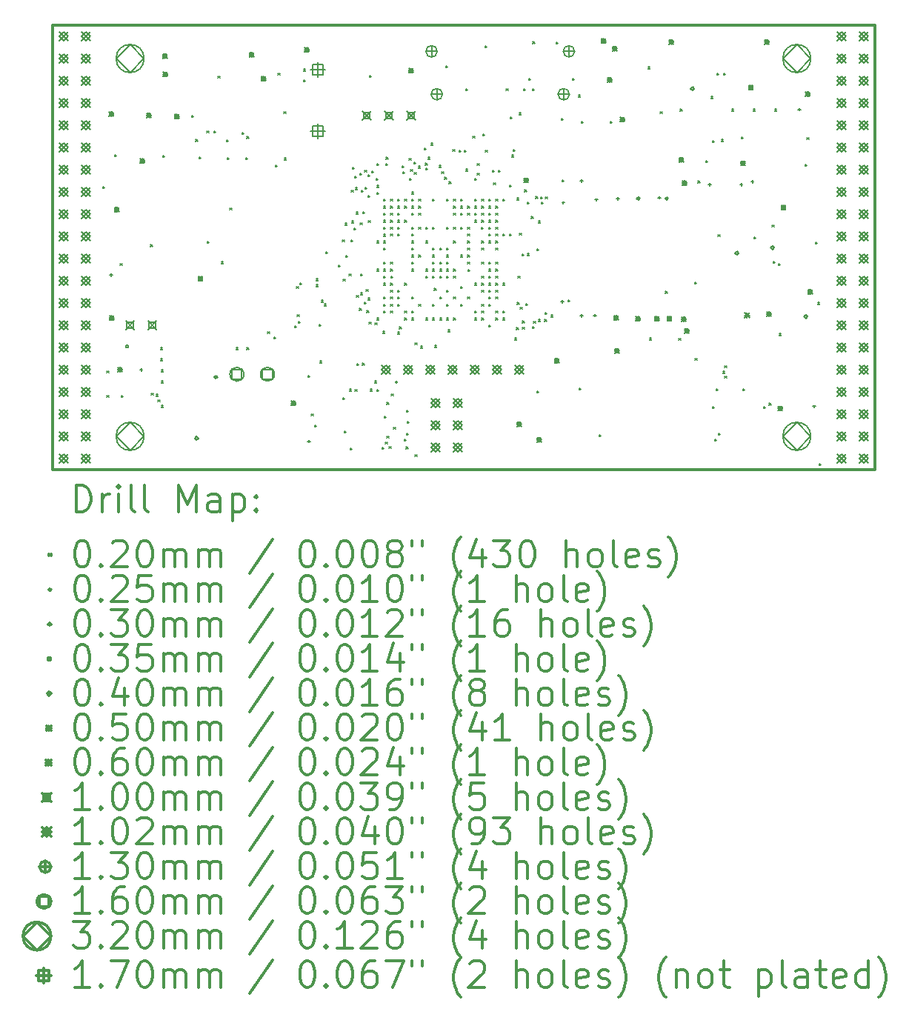
<source format=gbr>
%FSLAX45Y45*%
G04 Gerber Fmt 4.5, Leading zero omitted, Abs format (unit mm)*
G04 Created by KiCad (PCBNEW 5.0.0+dfsg1-1) date Fri Aug 10 14:03:07 2018*
%MOMM*%
%LPD*%
G01*
G04 APERTURE LIST*
%ADD10C,0.300000*%
%ADD11C,0.200000*%
G04 APERTURE END LIST*
D10*
X9410000Y-6142000D02*
X9410000Y-11222000D01*
X18808000Y-6142000D02*
X9410000Y-6142000D01*
X18808000Y-11222000D02*
X18808000Y-6142000D01*
X9410000Y-11222000D02*
X18808000Y-11222000D01*
D11*
X9990550Y-7986200D02*
X10010550Y-8006200D01*
X10010550Y-7986200D02*
X9990550Y-8006200D01*
X10035000Y-10094400D02*
X10055000Y-10114400D01*
X10055000Y-10094400D02*
X10035000Y-10114400D01*
X10035000Y-10373800D02*
X10055000Y-10393800D01*
X10055000Y-10373800D02*
X10035000Y-10393800D01*
X10125400Y-7619700D02*
X10145400Y-7639700D01*
X10145400Y-7619700D02*
X10125400Y-7639700D01*
X10187400Y-8868850D02*
X10207400Y-8888850D01*
X10207400Y-8868850D02*
X10187400Y-8888850D01*
X10200100Y-10373800D02*
X10220100Y-10393800D01*
X10220100Y-10373800D02*
X10200100Y-10393800D01*
X10535450Y-8649900D02*
X10555450Y-8669900D01*
X10555450Y-8649900D02*
X10535450Y-8669900D01*
X10543000Y-10348400D02*
X10563000Y-10368400D01*
X10563000Y-10348400D02*
X10543000Y-10368400D01*
X10595970Y-10361643D02*
X10615970Y-10381643D01*
X10615970Y-10361643D02*
X10595970Y-10381643D01*
X10619200Y-10424600D02*
X10639200Y-10444600D01*
X10639200Y-10424600D02*
X10619200Y-10444600D01*
X10650950Y-9827700D02*
X10670950Y-9847700D01*
X10670950Y-9827700D02*
X10650950Y-9847700D01*
X10650950Y-9954700D02*
X10670950Y-9974700D01*
X10670950Y-9954700D02*
X10650950Y-9974700D01*
X10657300Y-10081700D02*
X10677300Y-10101700D01*
X10677300Y-10081700D02*
X10657300Y-10101700D01*
X10657300Y-10208701D02*
X10677300Y-10228701D01*
X10677300Y-10208701D02*
X10657300Y-10228701D01*
X10657300Y-10488100D02*
X10677300Y-10508100D01*
X10677300Y-10488100D02*
X10657300Y-10508100D01*
X10671500Y-7632400D02*
X10691500Y-7652400D01*
X10691500Y-7632400D02*
X10671500Y-7652400D01*
X11001700Y-7175200D02*
X11021700Y-7195200D01*
X11021700Y-7175200D02*
X11001700Y-7195200D01*
X11049908Y-7448938D02*
X11069908Y-7468938D01*
X11069908Y-7448938D02*
X11049908Y-7468938D01*
X11090600Y-7645100D02*
X11110600Y-7665100D01*
X11110600Y-7645100D02*
X11090600Y-7665100D01*
X11178000Y-7350000D02*
X11198000Y-7370000D01*
X11198000Y-7350000D02*
X11178000Y-7370000D01*
X11179522Y-8615379D02*
X11199522Y-8635379D01*
X11199522Y-8615379D02*
X11179522Y-8635379D01*
X11258000Y-7350000D02*
X11278000Y-7370000D01*
X11278000Y-7350000D02*
X11258000Y-7370000D01*
X11305725Y-6724363D02*
X11325725Y-6744363D01*
X11325725Y-6724363D02*
X11305725Y-6744363D01*
X11344600Y-8845973D02*
X11364600Y-8865973D01*
X11364600Y-8845973D02*
X11344600Y-8865973D01*
X11400408Y-7451220D02*
X11420408Y-7471220D01*
X11420408Y-7451220D02*
X11400408Y-7471220D01*
X11408100Y-7657800D02*
X11428100Y-7677800D01*
X11428100Y-7657800D02*
X11408100Y-7677800D01*
X11441393Y-8230943D02*
X11461393Y-8250943D01*
X11461393Y-8230943D02*
X11441393Y-8250943D01*
X11514550Y-9827700D02*
X11534550Y-9847700D01*
X11534550Y-9827700D02*
X11514550Y-9847700D01*
X11578000Y-7370000D02*
X11598000Y-7390000D01*
X11598000Y-7370000D02*
X11578000Y-7390000D01*
X11624000Y-7657800D02*
X11644000Y-7677800D01*
X11644000Y-7657800D02*
X11624000Y-7677800D01*
X11633852Y-9827700D02*
X11653852Y-9847700D01*
X11653852Y-9827700D02*
X11633852Y-9847700D01*
X11635200Y-7414700D02*
X11655200Y-7434700D01*
X11655200Y-7414700D02*
X11635200Y-7434700D01*
X11870412Y-9644112D02*
X11890412Y-9664112D01*
X11890412Y-9644112D02*
X11870412Y-9664112D01*
X11941500Y-9702500D02*
X11961500Y-9722500D01*
X11961500Y-9702500D02*
X11941500Y-9722500D01*
X11959215Y-7739412D02*
X11979215Y-7759412D01*
X11979215Y-7739412D02*
X11959215Y-7759412D01*
X11990800Y-6690800D02*
X12010800Y-6710800D01*
X12010800Y-6690800D02*
X11990800Y-6710800D01*
X12056498Y-7133651D02*
X12076498Y-7153651D01*
X12076498Y-7133651D02*
X12056498Y-7153651D01*
X12063993Y-7659408D02*
X12083993Y-7679408D01*
X12083993Y-7659408D02*
X12063993Y-7679408D01*
X12182800Y-9575500D02*
X12202800Y-9595500D01*
X12202800Y-9575500D02*
X12182800Y-9595500D01*
X12201657Y-9128657D02*
X12221657Y-9148657D01*
X12221657Y-9128657D02*
X12201657Y-9148657D01*
X12210364Y-9448538D02*
X12230364Y-9468538D01*
X12230364Y-9448538D02*
X12210364Y-9468538D01*
X12220900Y-9524700D02*
X12240900Y-9544700D01*
X12240900Y-9524700D02*
X12220900Y-9544700D01*
X12242096Y-9088217D02*
X12262096Y-9108217D01*
X12262096Y-9088217D02*
X12242096Y-9108217D01*
X12282618Y-6643232D02*
X12302618Y-6663232D01*
X12302618Y-6643232D02*
X12282618Y-6663232D01*
X12284400Y-6768800D02*
X12304400Y-6788800D01*
X12304400Y-6768800D02*
X12284400Y-6788800D01*
X12332545Y-10146435D02*
X12352545Y-10166435D01*
X12352545Y-10146435D02*
X12332545Y-10166435D01*
X12370241Y-10586650D02*
X12390241Y-10606650D01*
X12390241Y-10586650D02*
X12370241Y-10606650D01*
X12410242Y-10710764D02*
X12430242Y-10730764D01*
X12430242Y-10710764D02*
X12410242Y-10730764D01*
X12423701Y-9107100D02*
X12443701Y-9127100D01*
X12443701Y-9107100D02*
X12423701Y-9127100D01*
X12423702Y-9038791D02*
X12443702Y-9058791D01*
X12443702Y-9038791D02*
X12423702Y-9058791D01*
X12460700Y-9561000D02*
X12480700Y-9581000D01*
X12480700Y-9561000D02*
X12460700Y-9581000D01*
X12467050Y-9980100D02*
X12487050Y-10000100D01*
X12487050Y-9980100D02*
X12467050Y-10000100D01*
X12486399Y-9285661D02*
X12506399Y-9305661D01*
X12506399Y-9285661D02*
X12486399Y-9305661D01*
X12519149Y-9329350D02*
X12539149Y-9349350D01*
X12539149Y-9329350D02*
X12519149Y-9349350D01*
X12538837Y-8731087D02*
X12558837Y-8751087D01*
X12558837Y-8731087D02*
X12538837Y-8751087D01*
X12682329Y-8882979D02*
X12702329Y-8902979D01*
X12702329Y-8882979D02*
X12682329Y-8902979D01*
X12727400Y-8595800D02*
X12747400Y-8615800D01*
X12747400Y-8595800D02*
X12727400Y-8615800D01*
X12731909Y-10397773D02*
X12751909Y-10417773D01*
X12751909Y-10397773D02*
X12731909Y-10417773D01*
X12733834Y-9045740D02*
X12753834Y-9065740D01*
X12753834Y-9045740D02*
X12733834Y-9065740D01*
X12748660Y-10777504D02*
X12768660Y-10797504D01*
X12768660Y-10777504D02*
X12748660Y-10797504D01*
X12759150Y-8405300D02*
X12779150Y-8425300D01*
X12779150Y-8405300D02*
X12759150Y-8425300D01*
X12764768Y-8776012D02*
X12784768Y-8796012D01*
X12784768Y-8776012D02*
X12764768Y-8796012D01*
X12803218Y-8983018D02*
X12823218Y-9003018D01*
X12823218Y-8983018D02*
X12803218Y-9003018D01*
X12808750Y-10300900D02*
X12828750Y-10320900D01*
X12828750Y-10300900D02*
X12808750Y-10320900D01*
X12815100Y-10974000D02*
X12835100Y-10994000D01*
X12835100Y-10974000D02*
X12815100Y-10994000D01*
X12824072Y-8596207D02*
X12844072Y-8616207D01*
X12844072Y-8596207D02*
X12824072Y-8616207D01*
X12829000Y-8030650D02*
X12849000Y-8050650D01*
X12849000Y-8030650D02*
X12829000Y-8050650D01*
X12835350Y-8379900D02*
X12855350Y-8399900D01*
X12855350Y-8379900D02*
X12835350Y-8399900D01*
X12841700Y-7765451D02*
X12861700Y-7785451D01*
X12861700Y-7765451D02*
X12841700Y-7785451D01*
X12860114Y-8462438D02*
X12880114Y-8482438D01*
X12880114Y-8462438D02*
X12860114Y-8482438D01*
X12867100Y-7865550D02*
X12887100Y-7885550D01*
X12887100Y-7865550D02*
X12867100Y-7885550D01*
X12870682Y-10308590D02*
X12890682Y-10328590D01*
X12890682Y-10308590D02*
X12870682Y-10328590D01*
X12873450Y-7998900D02*
X12893450Y-8018900D01*
X12893450Y-7998900D02*
X12873450Y-8018900D01*
X12886150Y-8278300D02*
X12906150Y-8298300D01*
X12906150Y-8278300D02*
X12886150Y-8298300D01*
X12886283Y-9229083D02*
X12906283Y-9249083D01*
X12906283Y-9229083D02*
X12886283Y-9249083D01*
X12890520Y-10007480D02*
X12910520Y-10027480D01*
X12910520Y-10007480D02*
X12890520Y-10027480D01*
X12921835Y-9377845D02*
X12941835Y-9397845D01*
X12941835Y-9377845D02*
X12921835Y-9397845D01*
X12924250Y-7833800D02*
X12944250Y-7853800D01*
X12944250Y-7833800D02*
X12924250Y-7853800D01*
X12930501Y-8400852D02*
X12950501Y-8420852D01*
X12950501Y-8400852D02*
X12930501Y-8420852D01*
X12934924Y-8983794D02*
X12954924Y-9003794D01*
X12954924Y-8983794D02*
X12934924Y-9003794D01*
X12935750Y-9202350D02*
X12955750Y-9222350D01*
X12955750Y-9202350D02*
X12935750Y-9222350D01*
X12940751Y-8030650D02*
X12960751Y-8050650D01*
X12960751Y-8030650D02*
X12940751Y-8050650D01*
X12956000Y-10005500D02*
X12976000Y-10025500D01*
X12976000Y-10005500D02*
X12956000Y-10025500D01*
X12962350Y-8273851D02*
X12982350Y-8293851D01*
X12982350Y-8273851D02*
X12962350Y-8293851D01*
X12976189Y-9308896D02*
X12996189Y-9328896D01*
X12996189Y-9308896D02*
X12976189Y-9328896D01*
X12981400Y-7802050D02*
X13001400Y-7822050D01*
X13001400Y-7802050D02*
X12981400Y-7822050D01*
X12984711Y-7994431D02*
X13004711Y-8014431D01*
X13004711Y-7994431D02*
X12984711Y-8014431D01*
X12999250Y-9164250D02*
X13019250Y-9184250D01*
X13019250Y-9164250D02*
X12999250Y-9184250D01*
X13007618Y-9405227D02*
X13027618Y-9425227D01*
X13027618Y-9405227D02*
X13007618Y-9425227D01*
X13018300Y-9259500D02*
X13038300Y-9279500D01*
X13038300Y-9259500D02*
X13018300Y-9279500D01*
X13018305Y-7852464D02*
X13038305Y-7872464D01*
X13038305Y-7852464D02*
X13018305Y-7872464D01*
X13019500Y-8087800D02*
X13039500Y-8107800D01*
X13039500Y-8087800D02*
X13019500Y-8107800D01*
X13023410Y-8375410D02*
X13043410Y-8395410D01*
X13043410Y-8375410D02*
X13023410Y-8395410D01*
X13030548Y-9536431D02*
X13050548Y-9556431D01*
X13050548Y-9536431D02*
X13030548Y-9556431D01*
X13033700Y-6718000D02*
X13053700Y-6738000D01*
X13053700Y-6718000D02*
X13033700Y-6738000D01*
X13043700Y-10300900D02*
X13063700Y-10320900D01*
X13063700Y-10300900D02*
X13043700Y-10320900D01*
X13063950Y-7808400D02*
X13083950Y-7828400D01*
X13083950Y-7808400D02*
X13063950Y-7828400D01*
X13093907Y-10208700D02*
X13113907Y-10228700D01*
X13113907Y-10208700D02*
X13093907Y-10228700D01*
X13098471Y-9546418D02*
X13118471Y-9566418D01*
X13118471Y-9546418D02*
X13098471Y-9566418D01*
X13114818Y-7892343D02*
X13134818Y-7912343D01*
X13134818Y-7892343D02*
X13114818Y-7912343D01*
X13118000Y-8052363D02*
X13138000Y-8072363D01*
X13138000Y-8052363D02*
X13118000Y-8072363D01*
X13118000Y-8610000D02*
X13138000Y-8630000D01*
X13138000Y-8610000D02*
X13118000Y-8630000D01*
X13118000Y-8930000D02*
X13138000Y-8950000D01*
X13138000Y-8930000D02*
X13118000Y-8950000D01*
X13118000Y-9490000D02*
X13138000Y-9510000D01*
X13138000Y-9490000D02*
X13118000Y-9510000D01*
X13118565Y-7722735D02*
X13138565Y-7742735D01*
X13138565Y-7722735D02*
X13118565Y-7742735D01*
X13119785Y-7972345D02*
X13139785Y-7992345D01*
X13139785Y-7972345D02*
X13119785Y-7992345D01*
X13119900Y-10307250D02*
X13139900Y-10327250D01*
X13139900Y-10307250D02*
X13119900Y-10327250D01*
X13178250Y-10964350D02*
X13198250Y-10984350D01*
X13198250Y-10964350D02*
X13178250Y-10984350D01*
X13189750Y-9640500D02*
X13209750Y-9660500D01*
X13209750Y-9640500D02*
X13189750Y-9660500D01*
X13197734Y-9090201D02*
X13217734Y-9110201D01*
X13217734Y-9090201D02*
X13197734Y-9110201D01*
X13198000Y-8130000D02*
X13218000Y-8150000D01*
X13218000Y-8130000D02*
X13198000Y-8150000D01*
X13198000Y-8210000D02*
X13218000Y-8230000D01*
X13218000Y-8210000D02*
X13198000Y-8230000D01*
X13198000Y-8290000D02*
X13218000Y-8310000D01*
X13218000Y-8290000D02*
X13198000Y-8310000D01*
X13198000Y-8370000D02*
X13218000Y-8390000D01*
X13218000Y-8370000D02*
X13198000Y-8390000D01*
X13198000Y-8450000D02*
X13218000Y-8470000D01*
X13218000Y-8450000D02*
X13198000Y-8470000D01*
X13198000Y-8531500D02*
X13218000Y-8551500D01*
X13218000Y-8531500D02*
X13198000Y-8551500D01*
X13198000Y-8610000D02*
X13218000Y-8630000D01*
X13218000Y-8610000D02*
X13198000Y-8630000D01*
X13198000Y-8690000D02*
X13218000Y-8710000D01*
X13218000Y-8690000D02*
X13198000Y-8710000D01*
X13198000Y-8850000D02*
X13218000Y-8870000D01*
X13218000Y-8850000D02*
X13198000Y-8870000D01*
X13198000Y-8930000D02*
X13218000Y-8950000D01*
X13218000Y-8930000D02*
X13198000Y-8950000D01*
X13198000Y-9010000D02*
X13218000Y-9030000D01*
X13218000Y-9010000D02*
X13198000Y-9030000D01*
X13198000Y-9250000D02*
X13218000Y-9270000D01*
X13218000Y-9250000D02*
X13198000Y-9270000D01*
X13198000Y-9330000D02*
X13218000Y-9350000D01*
X13218000Y-9330000D02*
X13198000Y-9350000D01*
X13198000Y-9410000D02*
X13218000Y-9430000D01*
X13218000Y-9410000D02*
X13198000Y-9430000D01*
X13206286Y-10608587D02*
X13226286Y-10628587D01*
X13226286Y-10608587D02*
X13206286Y-10628587D01*
X13217511Y-10908296D02*
X13237511Y-10928296D01*
X13237511Y-10908296D02*
X13217511Y-10928296D01*
X13220903Y-7724256D02*
X13240903Y-7744256D01*
X13240903Y-7724256D02*
X13220903Y-7744256D01*
X13227850Y-7652950D02*
X13247850Y-7672950D01*
X13247850Y-7652950D02*
X13227850Y-7672950D01*
X13234200Y-10453300D02*
X13254200Y-10473300D01*
X13254200Y-10453300D02*
X13234200Y-10473300D01*
X13234200Y-10840650D02*
X13254200Y-10860650D01*
X13254200Y-10840650D02*
X13234200Y-10860650D01*
X13260800Y-10958000D02*
X13280800Y-10978000D01*
X13280800Y-10958000D02*
X13260800Y-10978000D01*
X13278000Y-8130000D02*
X13298000Y-8150000D01*
X13298000Y-8130000D02*
X13278000Y-8150000D01*
X13278000Y-8210000D02*
X13298000Y-8230000D01*
X13298000Y-8210000D02*
X13278000Y-8230000D01*
X13278000Y-8290000D02*
X13298000Y-8310000D01*
X13298000Y-8290000D02*
X13278000Y-8310000D01*
X13278000Y-8370000D02*
X13298000Y-8390000D01*
X13298000Y-8370000D02*
X13278000Y-8390000D01*
X13278000Y-8450000D02*
X13298000Y-8470000D01*
X13298000Y-8450000D02*
X13278000Y-8470000D01*
X13278000Y-8530000D02*
X13298000Y-8550000D01*
X13298000Y-8530000D02*
X13278000Y-8550000D01*
X13278000Y-8850000D02*
X13298000Y-8870000D01*
X13298000Y-8850000D02*
X13278000Y-8870000D01*
X13278000Y-8930000D02*
X13298000Y-8950000D01*
X13298000Y-8930000D02*
X13278000Y-8950000D01*
X13278000Y-9090000D02*
X13298000Y-9110000D01*
X13298000Y-9090000D02*
X13278000Y-9110000D01*
X13278000Y-9170000D02*
X13298000Y-9190000D01*
X13298000Y-9170000D02*
X13278000Y-9190000D01*
X13278000Y-9250000D02*
X13298000Y-9270000D01*
X13298000Y-9250000D02*
X13278000Y-9270000D01*
X13278000Y-9330000D02*
X13298000Y-9350000D01*
X13298000Y-9330000D02*
X13278000Y-9350000D01*
X13278000Y-9410000D02*
X13298000Y-9430000D01*
X13298000Y-9410000D02*
X13278000Y-9430000D01*
X13280000Y-9008000D02*
X13300000Y-9028000D01*
X13300000Y-9008000D02*
X13280000Y-9028000D01*
X13285000Y-10358050D02*
X13305000Y-10378050D01*
X13305000Y-10358050D02*
X13285000Y-10378050D01*
X13311600Y-10736500D02*
X13331600Y-10756500D01*
X13331600Y-10736500D02*
X13311600Y-10756500D01*
X13358000Y-8130000D02*
X13378000Y-8150000D01*
X13378000Y-8130000D02*
X13358000Y-8150000D01*
X13358000Y-8210000D02*
X13378000Y-8230000D01*
X13378000Y-8210000D02*
X13358000Y-8230000D01*
X13358000Y-8290000D02*
X13378000Y-8310000D01*
X13378000Y-8290000D02*
X13358000Y-8310000D01*
X13358000Y-8370000D02*
X13378000Y-8390000D01*
X13378000Y-8370000D02*
X13358000Y-8390000D01*
X13358000Y-8450000D02*
X13378000Y-8470000D01*
X13378000Y-8450000D02*
X13358000Y-8470000D01*
X13358000Y-8530000D02*
X13378000Y-8550000D01*
X13378000Y-8530000D02*
X13358000Y-8550000D01*
X13358000Y-9170000D02*
X13378000Y-9190000D01*
X13378000Y-9170000D02*
X13358000Y-9190000D01*
X13358000Y-9250000D02*
X13378000Y-9270000D01*
X13378000Y-9250000D02*
X13358000Y-9270000D01*
X13358000Y-9330000D02*
X13378000Y-9350000D01*
X13378000Y-9330000D02*
X13358000Y-9350000D01*
X13358000Y-9650000D02*
X13378000Y-9670000D01*
X13378000Y-9650000D02*
X13358000Y-9670000D01*
X13378000Y-9590000D02*
X13398000Y-9610000D01*
X13398000Y-9590000D02*
X13378000Y-9610000D01*
X13411163Y-7748395D02*
X13431163Y-7768395D01*
X13431163Y-7748395D02*
X13411163Y-7768395D01*
X13415020Y-7815418D02*
X13435020Y-7835418D01*
X13435020Y-7815418D02*
X13415020Y-7835418D01*
X13436400Y-10874197D02*
X13456400Y-10894197D01*
X13456400Y-10874197D02*
X13436400Y-10894197D01*
X13438000Y-8130000D02*
X13458000Y-8150000D01*
X13458000Y-8130000D02*
X13438000Y-8150000D01*
X13438000Y-8210000D02*
X13458000Y-8230000D01*
X13458000Y-8210000D02*
X13438000Y-8230000D01*
X13438000Y-8370000D02*
X13458000Y-8390000D01*
X13458000Y-8370000D02*
X13438000Y-8390000D01*
X13438000Y-9090000D02*
X13458000Y-9110000D01*
X13458000Y-9090000D02*
X13438000Y-9110000D01*
X13438000Y-9410000D02*
X13458000Y-9430000D01*
X13458000Y-9410000D02*
X13438000Y-9430000D01*
X13438000Y-9490000D02*
X13458000Y-9510000D01*
X13458000Y-9490000D02*
X13438000Y-9510000D01*
X13453687Y-10961995D02*
X13473687Y-10981995D01*
X13473687Y-10961995D02*
X13453687Y-10981995D01*
X13457587Y-10803159D02*
X13477587Y-10823159D01*
X13477587Y-10803159D02*
X13457587Y-10823159D01*
X13460735Y-10540845D02*
X13480735Y-10560845D01*
X13480735Y-10540845D02*
X13460735Y-10560845D01*
X13465065Y-10671051D02*
X13485065Y-10691051D01*
X13485065Y-10671051D02*
X13465065Y-10691051D01*
X13489399Y-7662350D02*
X13509399Y-7682350D01*
X13509399Y-7662350D02*
X13489399Y-7682350D01*
X13492132Y-7892495D02*
X13512132Y-7912495D01*
X13512132Y-7892495D02*
X13492132Y-7912495D01*
X13507250Y-7792650D02*
X13527250Y-7812650D01*
X13527250Y-7792650D02*
X13507250Y-7812650D01*
X13518000Y-8050000D02*
X13538000Y-8070000D01*
X13538000Y-8050000D02*
X13518000Y-8070000D01*
X13518000Y-8130000D02*
X13538000Y-8150000D01*
X13538000Y-8130000D02*
X13518000Y-8150000D01*
X13518000Y-8210000D02*
X13538000Y-8230000D01*
X13538000Y-8210000D02*
X13518000Y-8230000D01*
X13518000Y-8290000D02*
X13538000Y-8310000D01*
X13538000Y-8290000D02*
X13518000Y-8310000D01*
X13518000Y-8450000D02*
X13538000Y-8470000D01*
X13538000Y-8450000D02*
X13518000Y-8470000D01*
X13518000Y-8530000D02*
X13538000Y-8550000D01*
X13538000Y-8530000D02*
X13518000Y-8550000D01*
X13518000Y-8610000D02*
X13538000Y-8630000D01*
X13538000Y-8610000D02*
X13518000Y-8630000D01*
X13518000Y-8690000D02*
X13538000Y-8710000D01*
X13538000Y-8690000D02*
X13518000Y-8710000D01*
X13518000Y-8770000D02*
X13538000Y-8790000D01*
X13538000Y-8770000D02*
X13518000Y-8790000D01*
X13518000Y-8850000D02*
X13538000Y-8870000D01*
X13538000Y-8850000D02*
X13518000Y-8870000D01*
X13518000Y-8930000D02*
X13538000Y-8950000D01*
X13538000Y-8930000D02*
X13518000Y-8950000D01*
X13518000Y-9250000D02*
X13538000Y-9270000D01*
X13538000Y-9250000D02*
X13518000Y-9270000D01*
X13518000Y-9410000D02*
X13538000Y-9430000D01*
X13538000Y-9410000D02*
X13518000Y-9430000D01*
X13518000Y-9490000D02*
X13538000Y-9510000D01*
X13538000Y-9490000D02*
X13518000Y-9510000D01*
X13546550Y-7706800D02*
X13566550Y-7726800D01*
X13566550Y-7706800D02*
X13546550Y-7726800D01*
X13549150Y-7827659D02*
X13569150Y-7847659D01*
X13569150Y-7827659D02*
X13549150Y-7847659D01*
X13555656Y-11051071D02*
X13575656Y-11071071D01*
X13575656Y-11051071D02*
X13555656Y-11071071D01*
X13558000Y-9770000D02*
X13578000Y-9790000D01*
X13578000Y-9770000D02*
X13558000Y-9790000D01*
X13594882Y-7754550D02*
X13614882Y-7774550D01*
X13614882Y-7754550D02*
X13594882Y-7774550D01*
X13598000Y-8130000D02*
X13618000Y-8150000D01*
X13618000Y-8130000D02*
X13598000Y-8150000D01*
X13598000Y-8210000D02*
X13618000Y-8230000D01*
X13618000Y-8210000D02*
X13598000Y-8230000D01*
X13598000Y-8290000D02*
X13618000Y-8310000D01*
X13618000Y-8290000D02*
X13598000Y-8310000D01*
X13598000Y-8450000D02*
X13618000Y-8470000D01*
X13618000Y-8450000D02*
X13598000Y-8470000D01*
X13598000Y-8770000D02*
X13618000Y-8790000D01*
X13618000Y-8770000D02*
X13598000Y-8790000D01*
X13598000Y-9330000D02*
X13618000Y-9350000D01*
X13618000Y-9330000D02*
X13598000Y-9350000D01*
X13618000Y-9810000D02*
X13638000Y-9830000D01*
X13638000Y-9810000D02*
X13618000Y-9830000D01*
X13664259Y-7547941D02*
X13684259Y-7567941D01*
X13684259Y-7547941D02*
X13664259Y-7567941D01*
X13676320Y-7718760D02*
X13696320Y-7738760D01*
X13696320Y-7718760D02*
X13676320Y-7738760D01*
X13678000Y-8450000D02*
X13698000Y-8470000D01*
X13698000Y-8450000D02*
X13678000Y-8470000D01*
X13678000Y-8610000D02*
X13698000Y-8630000D01*
X13698000Y-8610000D02*
X13678000Y-8630000D01*
X13678000Y-8930000D02*
X13698000Y-8950000D01*
X13698000Y-8930000D02*
X13678000Y-8950000D01*
X13678000Y-9010000D02*
X13698000Y-9030000D01*
X13698000Y-9010000D02*
X13678000Y-9030000D01*
X13678000Y-9490000D02*
X13698000Y-9510000D01*
X13698000Y-9490000D02*
X13678000Y-9510000D01*
X13679461Y-7776107D02*
X13699461Y-7796107D01*
X13699461Y-7776107D02*
X13679461Y-7796107D01*
X13707437Y-7652487D02*
X13727437Y-7672487D01*
X13727437Y-7652487D02*
X13707437Y-7672487D01*
X13738000Y-7490000D02*
X13758000Y-7510000D01*
X13758000Y-7490000D02*
X13738000Y-7510000D01*
X13758000Y-8130000D02*
X13778000Y-8150000D01*
X13778000Y-8130000D02*
X13758000Y-8150000D01*
X13758000Y-8450000D02*
X13778000Y-8470000D01*
X13778000Y-8450000D02*
X13758000Y-8470000D01*
X13758000Y-8690000D02*
X13778000Y-8710000D01*
X13778000Y-8690000D02*
X13758000Y-8710000D01*
X13758000Y-8770000D02*
X13778000Y-8790000D01*
X13778000Y-8770000D02*
X13758000Y-8790000D01*
X13758000Y-8850000D02*
X13778000Y-8870000D01*
X13778000Y-8850000D02*
X13758000Y-8870000D01*
X13758000Y-8930000D02*
X13778000Y-8950000D01*
X13778000Y-8930000D02*
X13758000Y-8950000D01*
X13758000Y-9010000D02*
X13778000Y-9030000D01*
X13778000Y-9010000D02*
X13758000Y-9030000D01*
X13758000Y-9330000D02*
X13778000Y-9350000D01*
X13778000Y-9330000D02*
X13758000Y-9350000D01*
X13758000Y-9490000D02*
X13778000Y-9510000D01*
X13778000Y-9490000D02*
X13758000Y-9510000D01*
X13778000Y-9150000D02*
X13798000Y-9170000D01*
X13798000Y-9150000D02*
X13778000Y-9170000D01*
X13781499Y-9802300D02*
X13801499Y-9822300D01*
X13801499Y-9802300D02*
X13781499Y-9822300D01*
X13830592Y-7745154D02*
X13850592Y-7765154D01*
X13850592Y-7745154D02*
X13830592Y-7765154D01*
X13838000Y-8690000D02*
X13858000Y-8710000D01*
X13858000Y-8690000D02*
X13838000Y-8710000D01*
X13838000Y-8850000D02*
X13858000Y-8870000D01*
X13858000Y-8850000D02*
X13838000Y-8870000D01*
X13838000Y-8930000D02*
X13858000Y-8950000D01*
X13858000Y-8930000D02*
X13838000Y-8950000D01*
X13838000Y-9010000D02*
X13858000Y-9030000D01*
X13858000Y-9010000D02*
X13838000Y-9030000D01*
X13838000Y-9250000D02*
X13858000Y-9270000D01*
X13858000Y-9250000D02*
X13838000Y-9270000D01*
X13838000Y-9490000D02*
X13858000Y-9510000D01*
X13858000Y-9490000D02*
X13838000Y-9510000D01*
X13862850Y-7818050D02*
X13882850Y-7838050D01*
X13882850Y-7818050D02*
X13862850Y-7838050D01*
X13894600Y-7881550D02*
X13914600Y-7901550D01*
X13914600Y-7881550D02*
X13894600Y-7901550D01*
X13910000Y-6603700D02*
X13930000Y-6623700D01*
X13930000Y-6603700D02*
X13910000Y-6623700D01*
X13918000Y-8130000D02*
X13938000Y-8150000D01*
X13938000Y-8130000D02*
X13918000Y-8150000D01*
X13918000Y-8450000D02*
X13938000Y-8470000D01*
X13938000Y-8450000D02*
X13918000Y-8470000D01*
X13918000Y-8690000D02*
X13938000Y-8710000D01*
X13938000Y-8690000D02*
X13918000Y-8710000D01*
X13918000Y-8770000D02*
X13938000Y-8790000D01*
X13938000Y-8770000D02*
X13918000Y-8790000D01*
X13918000Y-8850000D02*
X13938000Y-8870000D01*
X13938000Y-8850000D02*
X13918000Y-8870000D01*
X13918000Y-8930000D02*
X13938000Y-8950000D01*
X13938000Y-8930000D02*
X13918000Y-8950000D01*
X13918000Y-9010000D02*
X13938000Y-9030000D01*
X13938000Y-9010000D02*
X13918000Y-9030000D01*
X13918000Y-9170000D02*
X13938000Y-9190000D01*
X13938000Y-9170000D02*
X13918000Y-9190000D01*
X13918000Y-9330000D02*
X13938000Y-9350000D01*
X13938000Y-9330000D02*
X13918000Y-9350000D01*
X13918000Y-9490000D02*
X13938000Y-9510000D01*
X13938000Y-9490000D02*
X13918000Y-9510000D01*
X13933900Y-9624500D02*
X13953900Y-9644500D01*
X13953900Y-9624500D02*
X13933900Y-9644500D01*
X13945400Y-7932350D02*
X13965400Y-7952350D01*
X13965400Y-7932350D02*
X13945400Y-7952350D01*
X13989352Y-7565171D02*
X14009352Y-7585171D01*
X14009352Y-7565171D02*
X13989352Y-7585171D01*
X13996000Y-8292000D02*
X14016000Y-8312000D01*
X14016000Y-8292000D02*
X13996000Y-8312000D01*
X13998000Y-8130000D02*
X14018000Y-8150000D01*
X14018000Y-8130000D02*
X13998000Y-8150000D01*
X13998000Y-8210000D02*
X14018000Y-8230000D01*
X14018000Y-8210000D02*
X13998000Y-8230000D01*
X13998000Y-8450000D02*
X14018000Y-8470000D01*
X14018000Y-8450000D02*
X13998000Y-8470000D01*
X13998000Y-8610000D02*
X14018000Y-8630000D01*
X14018000Y-8610000D02*
X13998000Y-8630000D01*
X13998000Y-8930000D02*
X14018000Y-8950000D01*
X14018000Y-8930000D02*
X13998000Y-8950000D01*
X13998000Y-9010000D02*
X14018000Y-9030000D01*
X14018000Y-9010000D02*
X13998000Y-9030000D01*
X13998000Y-9250000D02*
X14018000Y-9270000D01*
X14018000Y-9250000D02*
X13998000Y-9270000D01*
X13998000Y-9490000D02*
X14018000Y-9510000D01*
X14018000Y-9490000D02*
X13998000Y-9510000D01*
X14058000Y-7570000D02*
X14078000Y-7590000D01*
X14078000Y-7570000D02*
X14058000Y-7590000D01*
X14078000Y-8130000D02*
X14098000Y-8150000D01*
X14098000Y-8130000D02*
X14078000Y-8150000D01*
X14078000Y-8210000D02*
X14098000Y-8230000D01*
X14098000Y-8210000D02*
X14078000Y-8230000D01*
X14078000Y-8290000D02*
X14098000Y-8310000D01*
X14098000Y-8290000D02*
X14078000Y-8310000D01*
X14078000Y-8450000D02*
X14098000Y-8470000D01*
X14098000Y-8450000D02*
X14078000Y-8470000D01*
X14078000Y-8770000D02*
X14098000Y-8790000D01*
X14098000Y-8770000D02*
X14078000Y-8790000D01*
X14078000Y-9130000D02*
X14098000Y-9150000D01*
X14098000Y-9130000D02*
X14078000Y-9150000D01*
X14078000Y-9330000D02*
X14098000Y-9350000D01*
X14098000Y-9330000D02*
X14078000Y-9350000D01*
X14118000Y-7570000D02*
X14138000Y-7590000D01*
X14138000Y-7570000D02*
X14118000Y-7590000D01*
X14135900Y-7786300D02*
X14155900Y-7806300D01*
X14155900Y-7786300D02*
X14135900Y-7806300D01*
X14138000Y-6870000D02*
X14158000Y-6890000D01*
X14158000Y-6870000D02*
X14138000Y-6890000D01*
X14158000Y-8210000D02*
X14178000Y-8230000D01*
X14178000Y-8210000D02*
X14158000Y-8230000D01*
X14158000Y-8290000D02*
X14178000Y-8310000D01*
X14178000Y-8290000D02*
X14158000Y-8310000D01*
X14158000Y-8450000D02*
X14178000Y-8470000D01*
X14178000Y-8450000D02*
X14158000Y-8470000D01*
X14158000Y-8530000D02*
X14178000Y-8550000D01*
X14178000Y-8530000D02*
X14158000Y-8550000D01*
X14158000Y-8610000D02*
X14178000Y-8630000D01*
X14178000Y-8610000D02*
X14158000Y-8630000D01*
X14158000Y-8690000D02*
X14178000Y-8710000D01*
X14178000Y-8690000D02*
X14158000Y-8710000D01*
X14158000Y-8770000D02*
X14178000Y-8790000D01*
X14178000Y-8770000D02*
X14158000Y-8790000D01*
X14158000Y-8850000D02*
X14178000Y-8870000D01*
X14178000Y-8850000D02*
X14158000Y-8870000D01*
X14158000Y-9250000D02*
X14178000Y-9270000D01*
X14178000Y-9250000D02*
X14158000Y-9270000D01*
X14160000Y-8932000D02*
X14180000Y-8952000D01*
X14180000Y-8932000D02*
X14160000Y-8952000D01*
X14218000Y-7410000D02*
X14238000Y-7430000D01*
X14238000Y-7410000D02*
X14218000Y-7430000D01*
X14236000Y-8292000D02*
X14256000Y-8312000D01*
X14256000Y-8292000D02*
X14236000Y-8312000D01*
X14236377Y-7893109D02*
X14256377Y-7913109D01*
X14256377Y-7893109D02*
X14236377Y-7913109D01*
X14238000Y-8130000D02*
X14258000Y-8150000D01*
X14258000Y-8130000D02*
X14238000Y-8150000D01*
X14238000Y-8210000D02*
X14258000Y-8230000D01*
X14258000Y-8210000D02*
X14238000Y-8230000D01*
X14238000Y-8370000D02*
X14258000Y-8390000D01*
X14258000Y-8370000D02*
X14238000Y-8390000D01*
X14238000Y-9090000D02*
X14258000Y-9110000D01*
X14258000Y-9090000D02*
X14238000Y-9110000D01*
X14238000Y-9410000D02*
X14258000Y-9430000D01*
X14258000Y-9410000D02*
X14238000Y-9430000D01*
X14238000Y-9490000D02*
X14258000Y-9510000D01*
X14258000Y-9490000D02*
X14238000Y-9510000D01*
X14267329Y-7833800D02*
X14287329Y-7853800D01*
X14287329Y-7833800D02*
X14267329Y-7853800D01*
X14268583Y-7723660D02*
X14288583Y-7743660D01*
X14288583Y-7723660D02*
X14268583Y-7743660D01*
X14316000Y-8452000D02*
X14336000Y-8472000D01*
X14336000Y-8452000D02*
X14316000Y-8472000D01*
X14318000Y-8130000D02*
X14338000Y-8150000D01*
X14338000Y-8130000D02*
X14318000Y-8150000D01*
X14318000Y-8210000D02*
X14338000Y-8230000D01*
X14338000Y-8210000D02*
X14318000Y-8230000D01*
X14318000Y-8290000D02*
X14338000Y-8310000D01*
X14338000Y-8290000D02*
X14318000Y-8310000D01*
X14318000Y-8370000D02*
X14338000Y-8390000D01*
X14338000Y-8370000D02*
X14318000Y-8390000D01*
X14318000Y-8610000D02*
X14338000Y-8630000D01*
X14338000Y-8610000D02*
X14318000Y-8630000D01*
X14318000Y-8690000D02*
X14338000Y-8710000D01*
X14338000Y-8690000D02*
X14318000Y-8710000D01*
X14318000Y-8850000D02*
X14338000Y-8870000D01*
X14338000Y-8850000D02*
X14318000Y-8870000D01*
X14318000Y-9010000D02*
X14338000Y-9030000D01*
X14338000Y-9010000D02*
X14318000Y-9030000D01*
X14318000Y-9090000D02*
X14338000Y-9110000D01*
X14338000Y-9090000D02*
X14318000Y-9110000D01*
X14318000Y-9170000D02*
X14338000Y-9190000D01*
X14338000Y-9170000D02*
X14318000Y-9190000D01*
X14318000Y-9330000D02*
X14338000Y-9350000D01*
X14338000Y-9330000D02*
X14318000Y-9350000D01*
X14318000Y-9410000D02*
X14338000Y-9430000D01*
X14338000Y-9410000D02*
X14318000Y-9430000D01*
X14318000Y-9490000D02*
X14338000Y-9510000D01*
X14338000Y-9490000D02*
X14318000Y-9510000D01*
X14331863Y-7387513D02*
X14351863Y-7407513D01*
X14351863Y-7387513D02*
X14331863Y-7407513D01*
X14355067Y-6376252D02*
X14375067Y-6396252D01*
X14375067Y-6376252D02*
X14355067Y-6396252D01*
X14360888Y-7571730D02*
X14380888Y-7591730D01*
X14380888Y-7571730D02*
X14360888Y-7591730D01*
X14398000Y-9570000D02*
X14418000Y-9590000D01*
X14418000Y-9570000D02*
X14398000Y-9590000D01*
X14398000Y-8130000D02*
X14418000Y-8150000D01*
X14418000Y-8130000D02*
X14398000Y-8150000D01*
X14398000Y-8210000D02*
X14418000Y-8230000D01*
X14418000Y-8210000D02*
X14398000Y-8230000D01*
X14398000Y-8290000D02*
X14418000Y-8310000D01*
X14418000Y-8290000D02*
X14398000Y-8310000D01*
X14398000Y-8370000D02*
X14418000Y-8390000D01*
X14418000Y-8370000D02*
X14398000Y-8390000D01*
X14398000Y-8450000D02*
X14418000Y-8470000D01*
X14418000Y-8450000D02*
X14398000Y-8470000D01*
X14398000Y-8530000D02*
X14418000Y-8550000D01*
X14418000Y-8530000D02*
X14398000Y-8550000D01*
X14398000Y-8610000D02*
X14418000Y-8630000D01*
X14418000Y-8610000D02*
X14398000Y-8630000D01*
X14398000Y-8850000D02*
X14418000Y-8870000D01*
X14418000Y-8850000D02*
X14398000Y-8870000D01*
X14398000Y-8930000D02*
X14418000Y-8950000D01*
X14418000Y-8930000D02*
X14398000Y-8950000D01*
X14398000Y-9010000D02*
X14418000Y-9030000D01*
X14418000Y-9010000D02*
X14398000Y-9030000D01*
X14398000Y-9090000D02*
X14418000Y-9110000D01*
X14418000Y-9090000D02*
X14398000Y-9110000D01*
X14398000Y-9170000D02*
X14418000Y-9190000D01*
X14418000Y-9170000D02*
X14398000Y-9190000D01*
X14398000Y-9250000D02*
X14418000Y-9270000D01*
X14418000Y-9250000D02*
X14398000Y-9270000D01*
X14398000Y-9330000D02*
X14418000Y-9350000D01*
X14418000Y-9330000D02*
X14398000Y-9350000D01*
X14441900Y-7802050D02*
X14461900Y-7822050D01*
X14461900Y-7802050D02*
X14441900Y-7822050D01*
X14453400Y-7942279D02*
X14473400Y-7962279D01*
X14473400Y-7942279D02*
X14453400Y-7962279D01*
X14478000Y-8130000D02*
X14498000Y-8150000D01*
X14498000Y-8130000D02*
X14478000Y-8150000D01*
X14478000Y-8210000D02*
X14498000Y-8230000D01*
X14498000Y-8210000D02*
X14478000Y-8230000D01*
X14478000Y-8290000D02*
X14498000Y-8310000D01*
X14498000Y-8290000D02*
X14478000Y-8310000D01*
X14478000Y-8370000D02*
X14498000Y-8390000D01*
X14498000Y-8370000D02*
X14478000Y-8390000D01*
X14478000Y-8450000D02*
X14498000Y-8470000D01*
X14498000Y-8450000D02*
X14478000Y-8470000D01*
X14478000Y-8530000D02*
X14498000Y-8550000D01*
X14498000Y-8530000D02*
X14478000Y-8550000D01*
X14478000Y-8610000D02*
X14498000Y-8630000D01*
X14498000Y-8610000D02*
X14478000Y-8630000D01*
X14478000Y-8690000D02*
X14498000Y-8710000D01*
X14498000Y-8690000D02*
X14478000Y-8710000D01*
X14478000Y-8850000D02*
X14498000Y-8870000D01*
X14498000Y-8850000D02*
X14478000Y-8870000D01*
X14478000Y-8930000D02*
X14498000Y-8950000D01*
X14498000Y-8930000D02*
X14478000Y-8950000D01*
X14478000Y-9010000D02*
X14498000Y-9030000D01*
X14498000Y-9010000D02*
X14478000Y-9030000D01*
X14478000Y-9090000D02*
X14498000Y-9110000D01*
X14498000Y-9090000D02*
X14478000Y-9110000D01*
X14478000Y-9170000D02*
X14498000Y-9190000D01*
X14498000Y-9170000D02*
X14478000Y-9190000D01*
X14478000Y-9250000D02*
X14498000Y-9270000D01*
X14498000Y-9250000D02*
X14478000Y-9270000D01*
X14478000Y-9410000D02*
X14498000Y-9430000D01*
X14498000Y-9410000D02*
X14478000Y-9430000D01*
X14478000Y-9490000D02*
X14498000Y-9510000D01*
X14498000Y-9490000D02*
X14478000Y-9510000D01*
X14511750Y-7802050D02*
X14531750Y-7822050D01*
X14531750Y-7802050D02*
X14511750Y-7822050D01*
X14558000Y-8130000D02*
X14578000Y-8150000D01*
X14578000Y-8130000D02*
X14558000Y-8150000D01*
X14558000Y-8530000D02*
X14578000Y-8550000D01*
X14578000Y-8530000D02*
X14558000Y-8550000D01*
X14558000Y-9090000D02*
X14578000Y-9110000D01*
X14578000Y-9090000D02*
X14558000Y-9110000D01*
X14558000Y-9410000D02*
X14578000Y-9430000D01*
X14578000Y-9410000D02*
X14558000Y-9430000D01*
X14558000Y-9490000D02*
X14578000Y-9510000D01*
X14578000Y-9490000D02*
X14558000Y-9510000D01*
X14598000Y-6870000D02*
X14618000Y-6890000D01*
X14618000Y-6870000D02*
X14598000Y-6890000D01*
X14638000Y-8530000D02*
X14658000Y-8550000D01*
X14658000Y-8530000D02*
X14638000Y-8550000D01*
X14638141Y-7971938D02*
X14658141Y-7991938D01*
X14658141Y-7971938D02*
X14638141Y-7991938D01*
X14646600Y-7187799D02*
X14666600Y-7207799D01*
X14666600Y-7187799D02*
X14646600Y-7207799D01*
X14660029Y-7625502D02*
X14680029Y-7645502D01*
X14680029Y-7625502D02*
X14660029Y-7645502D01*
X14676850Y-7560750D02*
X14696850Y-7580750D01*
X14696850Y-7560750D02*
X14676850Y-7580750D01*
X14694701Y-9716700D02*
X14714701Y-9736700D01*
X14714701Y-9716700D02*
X14694701Y-9736700D01*
X14718001Y-9600483D02*
X14738001Y-9620483D01*
X14738001Y-9600483D02*
X14718001Y-9620483D01*
X14720100Y-8116500D02*
X14740100Y-8136500D01*
X14740100Y-8116500D02*
X14720100Y-8136500D01*
X14724389Y-9311713D02*
X14744389Y-9331713D01*
X14744389Y-9311713D02*
X14724389Y-9331713D01*
X14733095Y-9013302D02*
X14753095Y-9033302D01*
X14753095Y-9013302D02*
X14733095Y-9033302D01*
X14748200Y-7143450D02*
X14768200Y-7163450D01*
X14768200Y-7143450D02*
X14748200Y-7163450D01*
X14751215Y-8517186D02*
X14771215Y-8537186D01*
X14771215Y-8517186D02*
X14751215Y-8537186D01*
X14760000Y-9366849D02*
X14780000Y-9386849D01*
X14780000Y-9366849D02*
X14760000Y-9386849D01*
X14781079Y-8758342D02*
X14801079Y-8778342D01*
X14801079Y-8758342D02*
X14781079Y-8778342D01*
X14782886Y-9523902D02*
X14802886Y-9543902D01*
X14802886Y-9523902D02*
X14782886Y-9543902D01*
X14784560Y-9593721D02*
X14804560Y-9613721D01*
X14804560Y-9593721D02*
X14784560Y-9613721D01*
X14795949Y-6870000D02*
X14815949Y-6890000D01*
X14815949Y-6870000D02*
X14795949Y-6890000D01*
X14810200Y-8024300D02*
X14830200Y-8044300D01*
X14830200Y-8024300D02*
X14810200Y-8044300D01*
X14824901Y-9322231D02*
X14844901Y-9342231D01*
X14844901Y-9322231D02*
X14824901Y-9342231D01*
X14838354Y-8752346D02*
X14858354Y-8772346D01*
X14858354Y-8752346D02*
X14838354Y-8772346D01*
X14841950Y-8164000D02*
X14861950Y-8184000D01*
X14861950Y-8164000D02*
X14841950Y-8184000D01*
X14858001Y-6750000D02*
X14878001Y-6770000D01*
X14878001Y-6750000D02*
X14858001Y-6770000D01*
X14886400Y-8329101D02*
X14906400Y-8349101D01*
X14906400Y-8329101D02*
X14886400Y-8349101D01*
X14898000Y-6870000D02*
X14918000Y-6890000D01*
X14918000Y-6870000D02*
X14898000Y-6890000D01*
X14899100Y-9586400D02*
X14919100Y-9606400D01*
X14919100Y-9586400D02*
X14899100Y-9606400D01*
X14903412Y-6332405D02*
X14923412Y-6352405D01*
X14923412Y-6332405D02*
X14903412Y-6352405D01*
X14910600Y-9526200D02*
X14930600Y-9546200D01*
X14930600Y-9526200D02*
X14910600Y-9546200D01*
X14937199Y-8100500D02*
X14957199Y-8120500D01*
X14957199Y-8100500D02*
X14937199Y-8120500D01*
X14947550Y-8699301D02*
X14967550Y-8719301D01*
X14967550Y-8699301D02*
X14947550Y-8719301D01*
X14947728Y-10322085D02*
X14967728Y-10342085D01*
X14967728Y-10322085D02*
X14947728Y-10342085D01*
X14966401Y-8381402D02*
X14986401Y-8401402D01*
X14986401Y-8381402D02*
X14966401Y-8401402D01*
X14967749Y-9507150D02*
X14987749Y-9527150D01*
X14987749Y-9507150D02*
X14967749Y-9527150D01*
X14991381Y-8107272D02*
X15011381Y-8127272D01*
X15011381Y-8107272D02*
X14991381Y-8127272D01*
X15000700Y-8164000D02*
X15020700Y-8184000D01*
X15020700Y-8164000D02*
X15000700Y-8184000D01*
X15037600Y-9507150D02*
X15057600Y-9527150D01*
X15057600Y-9507150D02*
X15037600Y-9527150D01*
X15043950Y-9424600D02*
X15063950Y-9444600D01*
X15063950Y-9424600D02*
X15043950Y-9444600D01*
X15045980Y-8106843D02*
X15065980Y-8126843D01*
X15065980Y-8106843D02*
X15045980Y-8126843D01*
X15109016Y-9455085D02*
X15129016Y-9475085D01*
X15129016Y-9455085D02*
X15109016Y-9475085D01*
X15167300Y-6337000D02*
X15187300Y-6357000D01*
X15187300Y-6337000D02*
X15167300Y-6357000D01*
X15230800Y-7206950D02*
X15250800Y-7226950D01*
X15250800Y-7206950D02*
X15230800Y-7226950D01*
X15239707Y-7909347D02*
X15259707Y-7929347D01*
X15259707Y-7909347D02*
X15239707Y-7929347D01*
X15305500Y-9281600D02*
X15325500Y-9301600D01*
X15325500Y-9281600D02*
X15305500Y-9301600D01*
X15358000Y-6750000D02*
X15378000Y-6770000D01*
X15378000Y-6750000D02*
X15358000Y-6770000D01*
X15421300Y-6940250D02*
X15441300Y-6960250D01*
X15441300Y-6940250D02*
X15421300Y-6960250D01*
X15432558Y-10288777D02*
X15452558Y-10308777D01*
X15452558Y-10288777D02*
X15432558Y-10308777D01*
X15459400Y-7238700D02*
X15479400Y-7258700D01*
X15479400Y-7238700D02*
X15459400Y-7258700D01*
X15662600Y-10820100D02*
X15682600Y-10840100D01*
X15682600Y-10820100D02*
X15662600Y-10840100D01*
X15789600Y-7238700D02*
X15809600Y-7258700D01*
X15809600Y-7238700D02*
X15789600Y-7258700D01*
X16217147Y-6618496D02*
X16237147Y-6638496D01*
X16237147Y-6618496D02*
X16217147Y-6638496D01*
X16234100Y-9717000D02*
X16254100Y-9737000D01*
X16254100Y-9717000D02*
X16234100Y-9737000D01*
X16359090Y-7131693D02*
X16379090Y-7151693D01*
X16379090Y-7131693D02*
X16359090Y-7151693D01*
X16418510Y-9184590D02*
X16438510Y-9204590D01*
X16438510Y-9184590D02*
X16418510Y-9204590D01*
X16570337Y-9724488D02*
X16590337Y-9744488D01*
X16590337Y-9724488D02*
X16570337Y-9744488D01*
X16588200Y-7102746D02*
X16608200Y-7122746D01*
X16608200Y-7102746D02*
X16588200Y-7122746D01*
X16754800Y-9080200D02*
X16774800Y-9100200D01*
X16774800Y-9080200D02*
X16754800Y-9100200D01*
X16758000Y-9950000D02*
X16778000Y-9970000D01*
X16778000Y-9950000D02*
X16758000Y-9970000D01*
X16791400Y-7922700D02*
X16811400Y-7942700D01*
X16811400Y-7922700D02*
X16791400Y-7942700D01*
X16880300Y-7687203D02*
X16900300Y-7707203D01*
X16900300Y-7687203D02*
X16880300Y-7707203D01*
X16941704Y-6958649D02*
X16961704Y-6978649D01*
X16961704Y-6958649D02*
X16941704Y-6978649D01*
X16955300Y-7460651D02*
X16975300Y-7480651D01*
X16975300Y-7460651D02*
X16955300Y-7480651D01*
X16958000Y-10502600D02*
X16978000Y-10522600D01*
X16978000Y-10502600D02*
X16958000Y-10522600D01*
X16983400Y-10870900D02*
X17003400Y-10890900D01*
X17003400Y-10870900D02*
X16983400Y-10890900D01*
X16996100Y-10299400D02*
X17016100Y-10319400D01*
X17016100Y-10299400D02*
X16996100Y-10319400D01*
X17008800Y-6692600D02*
X17028800Y-6712600D01*
X17028800Y-6692600D02*
X17008800Y-6712600D01*
X17020954Y-8534153D02*
X17040954Y-8554153D01*
X17040954Y-8534153D02*
X17020954Y-8554153D01*
X17021500Y-10807400D02*
X17041500Y-10827400D01*
X17041500Y-10807400D02*
X17021500Y-10827400D01*
X17058000Y-7450000D02*
X17078000Y-7470000D01*
X17078000Y-7450000D02*
X17058000Y-7470000D01*
X17075950Y-10097700D02*
X17095950Y-10117700D01*
X17095950Y-10097700D02*
X17075950Y-10117700D01*
X17085000Y-6692600D02*
X17105000Y-6712600D01*
X17105000Y-6692600D02*
X17085000Y-6712600D01*
X17095000Y-10034200D02*
X17115000Y-10054200D01*
X17115000Y-10034200D02*
X17095000Y-10054200D01*
X17095000Y-10152849D02*
X17115000Y-10172849D01*
X17115000Y-10152849D02*
X17095000Y-10172849D01*
X17173900Y-7102746D02*
X17193900Y-7122746D01*
X17193900Y-7102746D02*
X17173900Y-7122746D01*
X17288200Y-7416500D02*
X17308200Y-7436500D01*
X17308200Y-7416500D02*
X17288200Y-7436500D01*
X17300900Y-10299400D02*
X17320900Y-10319400D01*
X17320900Y-10299400D02*
X17300900Y-10319400D01*
X17421312Y-7102746D02*
X17441312Y-7122746D01*
X17441312Y-7102746D02*
X17421312Y-7122746D01*
X17427900Y-8564300D02*
X17447900Y-8584300D01*
X17447900Y-8564300D02*
X17427900Y-8584300D01*
X17540700Y-10500800D02*
X17560700Y-10520800D01*
X17560700Y-10500800D02*
X17540700Y-10520800D01*
X17604200Y-10462700D02*
X17624200Y-10482700D01*
X17624200Y-10462700D02*
X17604200Y-10482700D01*
X17638029Y-8424371D02*
X17658029Y-8444371D01*
X17658029Y-8424371D02*
X17638029Y-8444371D01*
X17650543Y-8840716D02*
X17670543Y-8860716D01*
X17670543Y-8840716D02*
X17650543Y-8860716D01*
X17669708Y-7102746D02*
X17689708Y-7122746D01*
X17689708Y-7102746D02*
X17669708Y-7122746D01*
X17708899Y-8866403D02*
X17728899Y-8886403D01*
X17728899Y-8866403D02*
X17708899Y-8886403D01*
X17718798Y-9667866D02*
X17738798Y-9687866D01*
X17738798Y-9667866D02*
X17718798Y-9687866D01*
X18015551Y-7730221D02*
X18035551Y-7750221D01*
X18035551Y-7730221D02*
X18015551Y-7750221D01*
X18036000Y-7427400D02*
X18056000Y-7447400D01*
X18056000Y-7427400D02*
X18036000Y-7447400D01*
X18131250Y-8621200D02*
X18151250Y-8641200D01*
X18151250Y-8621200D02*
X18131250Y-8641200D01*
X18158000Y-9310000D02*
X18178000Y-9330000D01*
X18178000Y-9310000D02*
X18158000Y-9330000D01*
X18177200Y-11150300D02*
X18197200Y-11170300D01*
X18197200Y-11150300D02*
X18177200Y-11170300D01*
X13357629Y-10223262D02*
G75*
G03X13357629Y-10223262I-12700J0D01*
G01*
X10083100Y-8978150D02*
X10083100Y-9008150D01*
X10068100Y-8993150D02*
X10098100Y-8993150D01*
X10426000Y-10064000D02*
X10426000Y-10094000D01*
X10411000Y-10079000D02*
X10441000Y-10079000D01*
X12343700Y-10882200D02*
X12343700Y-10912200D01*
X12328700Y-10897200D02*
X12358700Y-10897200D01*
X15240800Y-9284750D02*
X15240800Y-9314750D01*
X15225800Y-9299750D02*
X15255800Y-9299750D01*
X15251012Y-8154523D02*
X15251012Y-8184523D01*
X15236012Y-8169523D02*
X15266012Y-8169523D01*
X15456700Y-7902852D02*
X15456700Y-7932852D01*
X15441700Y-7917852D02*
X15471700Y-7917852D01*
X15459390Y-9445795D02*
X15459390Y-9475795D01*
X15444390Y-9460795D02*
X15474390Y-9460795D01*
X15609100Y-9443500D02*
X15609100Y-9473500D01*
X15594100Y-9458500D02*
X15624100Y-9458500D01*
X15626277Y-8119937D02*
X15626277Y-8149937D01*
X15611277Y-8134937D02*
X15641277Y-8134937D01*
X15875800Y-8110000D02*
X15875800Y-8140000D01*
X15860800Y-8125000D02*
X15890800Y-8125000D01*
X16345700Y-8097300D02*
X16345700Y-8127300D01*
X16330700Y-8112300D02*
X16360700Y-8112300D01*
X16922050Y-7949450D02*
X16922050Y-7979450D01*
X16907050Y-7964450D02*
X16937050Y-7964450D01*
X17284000Y-7949450D02*
X17284000Y-7979450D01*
X17269000Y-7964450D02*
X17299000Y-7964450D01*
X17411000Y-7911350D02*
X17411000Y-7941350D01*
X17396000Y-7926350D02*
X17426000Y-7926350D01*
X17945900Y-7088696D02*
X17945900Y-7118696D01*
X17930900Y-7103696D02*
X17960900Y-7103696D01*
X18115592Y-10483071D02*
X18115592Y-10513071D01*
X18100592Y-10498071D02*
X18130592Y-10498071D01*
X10274775Y-9826475D02*
X10274775Y-9801726D01*
X10250026Y-9801726D01*
X10250026Y-9826475D01*
X10274775Y-9826475D01*
X11059391Y-10883646D02*
X11079391Y-10863646D01*
X11059391Y-10843646D01*
X11039391Y-10863646D01*
X11059391Y-10883646D01*
X11279458Y-10184408D02*
X11299458Y-10164408D01*
X11279458Y-10144408D01*
X11259458Y-10164408D01*
X11279458Y-10184408D01*
X16109250Y-8143200D02*
X16129250Y-8123200D01*
X16109250Y-8103200D01*
X16089250Y-8123200D01*
X16109250Y-8143200D01*
X16433100Y-8143200D02*
X16453100Y-8123200D01*
X16433100Y-8103200D01*
X16413100Y-8123200D01*
X16433100Y-8143200D01*
X16726700Y-6887700D02*
X16746700Y-6867700D01*
X16726700Y-6847700D01*
X16706700Y-6867700D01*
X16726700Y-6887700D01*
X17234700Y-8767300D02*
X17254700Y-8747300D01*
X17234700Y-8727300D01*
X17214700Y-8747300D01*
X17234700Y-8767300D01*
X17641100Y-8703800D02*
X17661100Y-8683800D01*
X17641100Y-8663800D01*
X17621100Y-8683800D01*
X17641100Y-8703800D01*
X18022100Y-9491200D02*
X18042100Y-9471200D01*
X18022100Y-9451200D01*
X18002100Y-9471200D01*
X18022100Y-9491200D01*
X10060589Y-7132486D02*
X10110589Y-7182486D01*
X10110589Y-7132486D02*
X10060589Y-7182486D01*
X10110589Y-7157486D02*
G75*
G03X10110589Y-7157486I-25000J0D01*
G01*
X10064450Y-9463450D02*
X10114450Y-9513450D01*
X10114450Y-9463450D02*
X10064450Y-9513450D01*
X10114450Y-9488450D02*
G75*
G03X10114450Y-9488450I-25000J0D01*
G01*
X10121600Y-8225200D02*
X10171600Y-8275200D01*
X10171600Y-8225200D02*
X10121600Y-8275200D01*
X10171600Y-8250200D02*
G75*
G03X10171600Y-8250200I-25000J0D01*
G01*
X10159700Y-10054000D02*
X10209700Y-10104000D01*
X10209700Y-10054000D02*
X10159700Y-10104000D01*
X10209700Y-10079000D02*
G75*
G03X10209700Y-10079000I-25000J0D01*
G01*
X10415200Y-7668200D02*
X10465200Y-7718200D01*
X10465200Y-7668200D02*
X10415200Y-7718200D01*
X10465200Y-7693200D02*
G75*
G03X10465200Y-7693200I-25000J0D01*
G01*
X10489900Y-7147701D02*
X10539900Y-7197701D01*
X10539900Y-7147701D02*
X10489900Y-7197701D01*
X10539900Y-7172701D02*
G75*
G03X10539900Y-7172701I-25000J0D01*
G01*
X10672481Y-6470397D02*
X10722481Y-6520397D01*
X10722481Y-6470397D02*
X10672481Y-6520397D01*
X10722481Y-6495397D02*
G75*
G03X10722481Y-6495397I-25000J0D01*
G01*
X10677149Y-6679363D02*
X10727149Y-6729363D01*
X10727149Y-6679363D02*
X10677149Y-6729363D01*
X10727149Y-6704363D02*
G75*
G03X10727149Y-6704363I-25000J0D01*
G01*
X10808900Y-7160200D02*
X10858900Y-7210200D01*
X10858900Y-7160200D02*
X10808900Y-7210200D01*
X10858900Y-7185200D02*
G75*
G03X10858900Y-7185200I-25000J0D01*
G01*
X11077510Y-9016310D02*
X11127510Y-9066310D01*
X11127510Y-9016310D02*
X11077510Y-9066310D01*
X11127510Y-9041310D02*
G75*
G03X11127510Y-9041310I-25000J0D01*
G01*
X11663050Y-6455294D02*
X11713050Y-6505294D01*
X11713050Y-6455294D02*
X11663050Y-6505294D01*
X11713050Y-6480294D02*
G75*
G03X11713050Y-6480294I-25000J0D01*
G01*
X11799500Y-6728400D02*
X11849500Y-6778400D01*
X11849500Y-6728400D02*
X11799500Y-6778400D01*
X11849500Y-6753400D02*
G75*
G03X11849500Y-6753400I-25000J0D01*
G01*
X12142400Y-10436800D02*
X12192400Y-10486800D01*
X12192400Y-10436800D02*
X12142400Y-10486800D01*
X12192400Y-10461800D02*
G75*
G03X12192400Y-10461800I-25000J0D01*
G01*
X12294800Y-6398200D02*
X12344800Y-6448200D01*
X12344800Y-6398200D02*
X12294800Y-6448200D01*
X12344800Y-6423200D02*
G75*
G03X12344800Y-6423200I-25000J0D01*
G01*
X13485559Y-6636662D02*
X13535559Y-6686662D01*
X13535559Y-6636662D02*
X13485559Y-6686662D01*
X13535559Y-6661662D02*
G75*
G03X13535559Y-6661662I-25000J0D01*
G01*
X14720500Y-10678100D02*
X14770500Y-10728100D01*
X14770500Y-10678100D02*
X14720500Y-10728100D01*
X14770500Y-10703100D02*
G75*
G03X14770500Y-10703100I-25000J0D01*
G01*
X14801839Y-7890602D02*
X14851839Y-7940602D01*
X14851839Y-7890602D02*
X14801839Y-7940602D01*
X14851839Y-7915602D02*
G75*
G03X14851839Y-7915602I-25000J0D01*
G01*
X14949100Y-10855900D02*
X14999100Y-10905900D01*
X14999100Y-10855900D02*
X14949100Y-10905900D01*
X14999100Y-10880900D02*
G75*
G03X14999100Y-10880900I-25000J0D01*
G01*
X15150800Y-9952400D02*
X15200800Y-10002400D01*
X15200800Y-9952400D02*
X15150800Y-10002400D01*
X15200800Y-9977400D02*
G75*
G03X15200800Y-9977400I-25000J0D01*
G01*
X15685700Y-6296600D02*
X15735700Y-6346600D01*
X15735700Y-6296600D02*
X15685700Y-6346600D01*
X15735700Y-6321600D02*
G75*
G03X15735700Y-6321600I-25000J0D01*
G01*
X15755757Y-6741927D02*
X15805757Y-6791927D01*
X15805757Y-6741927D02*
X15755757Y-6791927D01*
X15805757Y-6766927D02*
G75*
G03X15805757Y-6766927I-25000J0D01*
G01*
X15812700Y-6385500D02*
X15862700Y-6435500D01*
X15862700Y-6385500D02*
X15812700Y-6435500D01*
X15862700Y-6410500D02*
G75*
G03X15862700Y-6410500I-25000J0D01*
G01*
X15828999Y-9461877D02*
X15878999Y-9511877D01*
X15878999Y-9461877D02*
X15828999Y-9511877D01*
X15878999Y-9486877D02*
G75*
G03X15878999Y-9486877I-25000J0D01*
G01*
X15839500Y-9838500D02*
X15889500Y-9888500D01*
X15889500Y-9838500D02*
X15839500Y-9888500D01*
X15889500Y-9863500D02*
G75*
G03X15889500Y-9863500I-25000J0D01*
G01*
X15901600Y-7195593D02*
X15951600Y-7245593D01*
X15951600Y-7195593D02*
X15901600Y-7245593D01*
X15951600Y-7220593D02*
G75*
G03X15951600Y-7220593I-25000J0D01*
G01*
X16079400Y-9471600D02*
X16129400Y-9521600D01*
X16129400Y-9471600D02*
X16079400Y-9521600D01*
X16129400Y-9496600D02*
G75*
G03X16129400Y-9496600I-25000J0D01*
G01*
X16295300Y-9471600D02*
X16345300Y-9521600D01*
X16345300Y-9471600D02*
X16295300Y-9521600D01*
X16345300Y-9496600D02*
G75*
G03X16345300Y-9496600I-25000J0D01*
G01*
X16437573Y-9473247D02*
X16487573Y-9523247D01*
X16487573Y-9473247D02*
X16437573Y-9523247D01*
X16487573Y-9498247D02*
G75*
G03X16487573Y-9498247I-25000J0D01*
G01*
X16460400Y-6309300D02*
X16510400Y-6359300D01*
X16510400Y-6309300D02*
X16460400Y-6359300D01*
X16510400Y-6334300D02*
G75*
G03X16510400Y-6334300I-25000J0D01*
G01*
X16573200Y-7655104D02*
X16623200Y-7705104D01*
X16623200Y-7655104D02*
X16573200Y-7705104D01*
X16623200Y-7680104D02*
G75*
G03X16623200Y-7680104I-25000J0D01*
G01*
X16603469Y-9477515D02*
X16653469Y-9527515D01*
X16653469Y-9477515D02*
X16603469Y-9527515D01*
X16653469Y-9502515D02*
G75*
G03X16653469Y-9502515I-25000J0D01*
G01*
X16611301Y-7922352D02*
X16661301Y-7972352D01*
X16661301Y-7922352D02*
X16611301Y-7972352D01*
X16661301Y-7947352D02*
G75*
G03X16661301Y-7947352I-25000J0D01*
G01*
X16638200Y-9611300D02*
X16688200Y-9661300D01*
X16688200Y-9611300D02*
X16638200Y-9661300D01*
X16688200Y-9636300D02*
G75*
G03X16688200Y-9636300I-25000J0D01*
G01*
X17278050Y-7696248D02*
X17328050Y-7746248D01*
X17328050Y-7696248D02*
X17278050Y-7746248D01*
X17328050Y-7721248D02*
G75*
G03X17328050Y-7721248I-25000J0D01*
G01*
X17368450Y-6830000D02*
X17418450Y-6880000D01*
X17418450Y-6830000D02*
X17368450Y-6880000D01*
X17418450Y-6855000D02*
G75*
G03X17418450Y-6855000I-25000J0D01*
G01*
X17552600Y-6309300D02*
X17602600Y-6359300D01*
X17602600Y-6309300D02*
X17552600Y-6359300D01*
X17602600Y-6334300D02*
G75*
G03X17602600Y-6334300I-25000J0D01*
G01*
X17576500Y-9419000D02*
X17626500Y-9469000D01*
X17626500Y-9419000D02*
X17576500Y-9469000D01*
X17626500Y-9444000D02*
G75*
G03X17626500Y-9444000I-25000J0D01*
G01*
X17703500Y-10498500D02*
X17753500Y-10548500D01*
X17753500Y-10498500D02*
X17703500Y-10548500D01*
X17753500Y-10523500D02*
G75*
G03X17753500Y-10523500I-25000J0D01*
G01*
X17740844Y-8203135D02*
X17790844Y-8253135D01*
X17790844Y-8203135D02*
X17740844Y-8253135D01*
X17790844Y-8228135D02*
G75*
G03X17790844Y-8228135I-25000J0D01*
G01*
X18019471Y-6904244D02*
X18069471Y-6954244D01*
X18069471Y-6904244D02*
X18019471Y-6954244D01*
X18069471Y-6929244D02*
G75*
G03X18069471Y-6929244I-25000J0D01*
G01*
X18046400Y-9165000D02*
X18096400Y-9215000D01*
X18096400Y-9165000D02*
X18046400Y-9215000D01*
X18096400Y-9190000D02*
G75*
G03X18096400Y-9190000I-25000J0D01*
G01*
X17319000Y-9428500D02*
X17379000Y-9488500D01*
X17379000Y-9428500D02*
X17319000Y-9488500D01*
X17349000Y-9428500D02*
X17349000Y-9488500D01*
X17319000Y-9458500D02*
X17379000Y-9458500D01*
X12955600Y-7122500D02*
X13055600Y-7222500D01*
X13055600Y-7122500D02*
X12955600Y-7222500D01*
X13040956Y-7207856D02*
X13040956Y-7137144D01*
X12970244Y-7137144D01*
X12970244Y-7207856D01*
X13040956Y-7207856D01*
X13209600Y-7122500D02*
X13309600Y-7222500D01*
X13309600Y-7122500D02*
X13209600Y-7222500D01*
X13294956Y-7207856D02*
X13294956Y-7137144D01*
X13224244Y-7137144D01*
X13224244Y-7207856D01*
X13294956Y-7207856D01*
X13463600Y-7122500D02*
X13563600Y-7222500D01*
X13563600Y-7122500D02*
X13463600Y-7222500D01*
X13548956Y-7207856D02*
X13548956Y-7137144D01*
X13478244Y-7137144D01*
X13478244Y-7207856D01*
X13548956Y-7207856D01*
X10249000Y-9521000D02*
X10349000Y-9621000D01*
X10349000Y-9521000D02*
X10249000Y-9621000D01*
X10334356Y-9606356D02*
X10334356Y-9535644D01*
X10263644Y-9535644D01*
X10263644Y-9606356D01*
X10334356Y-9606356D01*
X10503000Y-9521000D02*
X10603000Y-9621000D01*
X10603000Y-9521000D02*
X10503000Y-9621000D01*
X10588356Y-9606356D02*
X10588356Y-9535644D01*
X10517644Y-9535644D01*
X10517644Y-9606356D01*
X10588356Y-9606356D01*
X13740700Y-10409200D02*
X13842300Y-10510800D01*
X13842300Y-10409200D02*
X13740700Y-10510800D01*
X13791500Y-10510800D02*
X13842300Y-10460000D01*
X13791500Y-10409200D01*
X13740700Y-10460000D01*
X13791500Y-10510800D01*
X13740700Y-10663200D02*
X13842300Y-10764800D01*
X13842300Y-10663200D02*
X13740700Y-10764800D01*
X13791500Y-10764800D02*
X13842300Y-10714000D01*
X13791500Y-10663200D01*
X13740700Y-10714000D01*
X13791500Y-10764800D01*
X13740700Y-10917200D02*
X13842300Y-11018800D01*
X13842300Y-10917200D02*
X13740700Y-11018800D01*
X13791500Y-11018800D02*
X13842300Y-10968000D01*
X13791500Y-10917200D01*
X13740700Y-10968000D01*
X13791500Y-11018800D01*
X13994700Y-10409200D02*
X14096300Y-10510800D01*
X14096300Y-10409200D02*
X13994700Y-10510800D01*
X14045500Y-10510800D02*
X14096300Y-10460000D01*
X14045500Y-10409200D01*
X13994700Y-10460000D01*
X14045500Y-10510800D01*
X13994700Y-10663200D02*
X14096300Y-10764800D01*
X14096300Y-10663200D02*
X13994700Y-10764800D01*
X14045500Y-10764800D02*
X14096300Y-10714000D01*
X14045500Y-10663200D01*
X13994700Y-10714000D01*
X14045500Y-10764800D01*
X13994700Y-10917200D02*
X14096300Y-11018800D01*
X14096300Y-10917200D02*
X13994700Y-11018800D01*
X14045500Y-11018800D02*
X14096300Y-10968000D01*
X14045500Y-10917200D01*
X13994700Y-10968000D01*
X14045500Y-11018800D01*
X18376200Y-6218200D02*
X18477800Y-6319800D01*
X18477800Y-6218200D02*
X18376200Y-6319800D01*
X18427000Y-6319800D02*
X18477800Y-6269000D01*
X18427000Y-6218200D01*
X18376200Y-6269000D01*
X18427000Y-6319800D01*
X18376200Y-6472200D02*
X18477800Y-6573800D01*
X18477800Y-6472200D02*
X18376200Y-6573800D01*
X18427000Y-6573800D02*
X18477800Y-6523000D01*
X18427000Y-6472200D01*
X18376200Y-6523000D01*
X18427000Y-6573800D01*
X18376200Y-6726200D02*
X18477800Y-6827800D01*
X18477800Y-6726200D02*
X18376200Y-6827800D01*
X18427000Y-6827800D02*
X18477800Y-6777000D01*
X18427000Y-6726200D01*
X18376200Y-6777000D01*
X18427000Y-6827800D01*
X18376200Y-6980200D02*
X18477800Y-7081800D01*
X18477800Y-6980200D02*
X18376200Y-7081800D01*
X18427000Y-7081800D02*
X18477800Y-7031000D01*
X18427000Y-6980200D01*
X18376200Y-7031000D01*
X18427000Y-7081800D01*
X18376200Y-7234200D02*
X18477800Y-7335800D01*
X18477800Y-7234200D02*
X18376200Y-7335800D01*
X18427000Y-7335800D02*
X18477800Y-7285000D01*
X18427000Y-7234200D01*
X18376200Y-7285000D01*
X18427000Y-7335800D01*
X18376200Y-7488200D02*
X18477800Y-7589800D01*
X18477800Y-7488200D02*
X18376200Y-7589800D01*
X18427000Y-7589800D02*
X18477800Y-7539000D01*
X18427000Y-7488200D01*
X18376200Y-7539000D01*
X18427000Y-7589800D01*
X18376200Y-7742200D02*
X18477800Y-7843800D01*
X18477800Y-7742200D02*
X18376200Y-7843800D01*
X18427000Y-7843800D02*
X18477800Y-7793000D01*
X18427000Y-7742200D01*
X18376200Y-7793000D01*
X18427000Y-7843800D01*
X18376200Y-7996200D02*
X18477800Y-8097800D01*
X18477800Y-7996200D02*
X18376200Y-8097800D01*
X18427000Y-8097800D02*
X18477800Y-8047000D01*
X18427000Y-7996200D01*
X18376200Y-8047000D01*
X18427000Y-8097800D01*
X18376200Y-8250200D02*
X18477800Y-8351800D01*
X18477800Y-8250200D02*
X18376200Y-8351800D01*
X18427000Y-8351800D02*
X18477800Y-8301000D01*
X18427000Y-8250200D01*
X18376200Y-8301000D01*
X18427000Y-8351800D01*
X18376200Y-8504200D02*
X18477800Y-8605800D01*
X18477800Y-8504200D02*
X18376200Y-8605800D01*
X18427000Y-8605800D02*
X18477800Y-8555000D01*
X18427000Y-8504200D01*
X18376200Y-8555000D01*
X18427000Y-8605800D01*
X18376200Y-8758200D02*
X18477800Y-8859800D01*
X18477800Y-8758200D02*
X18376200Y-8859800D01*
X18427000Y-8859800D02*
X18477800Y-8809000D01*
X18427000Y-8758200D01*
X18376200Y-8809000D01*
X18427000Y-8859800D01*
X18376200Y-9012200D02*
X18477800Y-9113800D01*
X18477800Y-9012200D02*
X18376200Y-9113800D01*
X18427000Y-9113800D02*
X18477800Y-9063000D01*
X18427000Y-9012200D01*
X18376200Y-9063000D01*
X18427000Y-9113800D01*
X18376200Y-9266200D02*
X18477800Y-9367800D01*
X18477800Y-9266200D02*
X18376200Y-9367800D01*
X18427000Y-9367800D02*
X18477800Y-9317000D01*
X18427000Y-9266200D01*
X18376200Y-9317000D01*
X18427000Y-9367800D01*
X18376200Y-9520200D02*
X18477800Y-9621800D01*
X18477800Y-9520200D02*
X18376200Y-9621800D01*
X18427000Y-9621800D02*
X18477800Y-9571000D01*
X18427000Y-9520200D01*
X18376200Y-9571000D01*
X18427000Y-9621800D01*
X18376200Y-9774200D02*
X18477800Y-9875800D01*
X18477800Y-9774200D02*
X18376200Y-9875800D01*
X18427000Y-9875800D02*
X18477800Y-9825000D01*
X18427000Y-9774200D01*
X18376200Y-9825000D01*
X18427000Y-9875800D01*
X18376200Y-10028200D02*
X18477800Y-10129800D01*
X18477800Y-10028200D02*
X18376200Y-10129800D01*
X18427000Y-10129800D02*
X18477800Y-10079000D01*
X18427000Y-10028200D01*
X18376200Y-10079000D01*
X18427000Y-10129800D01*
X18376200Y-10282200D02*
X18477800Y-10383800D01*
X18477800Y-10282200D02*
X18376200Y-10383800D01*
X18427000Y-10383800D02*
X18477800Y-10333000D01*
X18427000Y-10282200D01*
X18376200Y-10333000D01*
X18427000Y-10383800D01*
X18376200Y-10536200D02*
X18477800Y-10637800D01*
X18477800Y-10536200D02*
X18376200Y-10637800D01*
X18427000Y-10637800D02*
X18477800Y-10587000D01*
X18427000Y-10536200D01*
X18376200Y-10587000D01*
X18427000Y-10637800D01*
X18376200Y-10790200D02*
X18477800Y-10891800D01*
X18477800Y-10790200D02*
X18376200Y-10891800D01*
X18427000Y-10891800D02*
X18477800Y-10841000D01*
X18427000Y-10790200D01*
X18376200Y-10841000D01*
X18427000Y-10891800D01*
X18376200Y-11044200D02*
X18477800Y-11145800D01*
X18477800Y-11044200D02*
X18376200Y-11145800D01*
X18427000Y-11145800D02*
X18477800Y-11095000D01*
X18427000Y-11044200D01*
X18376200Y-11095000D01*
X18427000Y-11145800D01*
X18630200Y-6218200D02*
X18731800Y-6319800D01*
X18731800Y-6218200D02*
X18630200Y-6319800D01*
X18681000Y-6319800D02*
X18731800Y-6269000D01*
X18681000Y-6218200D01*
X18630200Y-6269000D01*
X18681000Y-6319800D01*
X18630200Y-6472200D02*
X18731800Y-6573800D01*
X18731800Y-6472200D02*
X18630200Y-6573800D01*
X18681000Y-6573800D02*
X18731800Y-6523000D01*
X18681000Y-6472200D01*
X18630200Y-6523000D01*
X18681000Y-6573800D01*
X18630200Y-6726200D02*
X18731800Y-6827800D01*
X18731800Y-6726200D02*
X18630200Y-6827800D01*
X18681000Y-6827800D02*
X18731800Y-6777000D01*
X18681000Y-6726200D01*
X18630200Y-6777000D01*
X18681000Y-6827800D01*
X18630200Y-6980200D02*
X18731800Y-7081800D01*
X18731800Y-6980200D02*
X18630200Y-7081800D01*
X18681000Y-7081800D02*
X18731800Y-7031000D01*
X18681000Y-6980200D01*
X18630200Y-7031000D01*
X18681000Y-7081800D01*
X18630200Y-7234200D02*
X18731800Y-7335800D01*
X18731800Y-7234200D02*
X18630200Y-7335800D01*
X18681000Y-7335800D02*
X18731800Y-7285000D01*
X18681000Y-7234200D01*
X18630200Y-7285000D01*
X18681000Y-7335800D01*
X18630200Y-7488200D02*
X18731800Y-7589800D01*
X18731800Y-7488200D02*
X18630200Y-7589800D01*
X18681000Y-7589800D02*
X18731800Y-7539000D01*
X18681000Y-7488200D01*
X18630200Y-7539000D01*
X18681000Y-7589800D01*
X18630200Y-7742200D02*
X18731800Y-7843800D01*
X18731800Y-7742200D02*
X18630200Y-7843800D01*
X18681000Y-7843800D02*
X18731800Y-7793000D01*
X18681000Y-7742200D01*
X18630200Y-7793000D01*
X18681000Y-7843800D01*
X18630200Y-7996200D02*
X18731800Y-8097800D01*
X18731800Y-7996200D02*
X18630200Y-8097800D01*
X18681000Y-8097800D02*
X18731800Y-8047000D01*
X18681000Y-7996200D01*
X18630200Y-8047000D01*
X18681000Y-8097800D01*
X18630200Y-8250200D02*
X18731800Y-8351800D01*
X18731800Y-8250200D02*
X18630200Y-8351800D01*
X18681000Y-8351800D02*
X18731800Y-8301000D01*
X18681000Y-8250200D01*
X18630200Y-8301000D01*
X18681000Y-8351800D01*
X18630200Y-8504200D02*
X18731800Y-8605800D01*
X18731800Y-8504200D02*
X18630200Y-8605800D01*
X18681000Y-8605800D02*
X18731800Y-8555000D01*
X18681000Y-8504200D01*
X18630200Y-8555000D01*
X18681000Y-8605800D01*
X18630200Y-8758200D02*
X18731800Y-8859800D01*
X18731800Y-8758200D02*
X18630200Y-8859800D01*
X18681000Y-8859800D02*
X18731800Y-8809000D01*
X18681000Y-8758200D01*
X18630200Y-8809000D01*
X18681000Y-8859800D01*
X18630200Y-9012200D02*
X18731800Y-9113800D01*
X18731800Y-9012200D02*
X18630200Y-9113800D01*
X18681000Y-9113800D02*
X18731800Y-9063000D01*
X18681000Y-9012200D01*
X18630200Y-9063000D01*
X18681000Y-9113800D01*
X18630200Y-9266200D02*
X18731800Y-9367800D01*
X18731800Y-9266200D02*
X18630200Y-9367800D01*
X18681000Y-9367800D02*
X18731800Y-9317000D01*
X18681000Y-9266200D01*
X18630200Y-9317000D01*
X18681000Y-9367800D01*
X18630200Y-9520200D02*
X18731800Y-9621800D01*
X18731800Y-9520200D02*
X18630200Y-9621800D01*
X18681000Y-9621800D02*
X18731800Y-9571000D01*
X18681000Y-9520200D01*
X18630200Y-9571000D01*
X18681000Y-9621800D01*
X18630200Y-9774200D02*
X18731800Y-9875800D01*
X18731800Y-9774200D02*
X18630200Y-9875800D01*
X18681000Y-9875800D02*
X18731800Y-9825000D01*
X18681000Y-9774200D01*
X18630200Y-9825000D01*
X18681000Y-9875800D01*
X18630200Y-10028200D02*
X18731800Y-10129800D01*
X18731800Y-10028200D02*
X18630200Y-10129800D01*
X18681000Y-10129800D02*
X18731800Y-10079000D01*
X18681000Y-10028200D01*
X18630200Y-10079000D01*
X18681000Y-10129800D01*
X18630200Y-10282200D02*
X18731800Y-10383800D01*
X18731800Y-10282200D02*
X18630200Y-10383800D01*
X18681000Y-10383800D02*
X18731800Y-10333000D01*
X18681000Y-10282200D01*
X18630200Y-10333000D01*
X18681000Y-10383800D01*
X18630200Y-10536200D02*
X18731800Y-10637800D01*
X18731800Y-10536200D02*
X18630200Y-10637800D01*
X18681000Y-10637800D02*
X18731800Y-10587000D01*
X18681000Y-10536200D01*
X18630200Y-10587000D01*
X18681000Y-10637800D01*
X18630200Y-10790200D02*
X18731800Y-10891800D01*
X18731800Y-10790200D02*
X18630200Y-10891800D01*
X18681000Y-10891800D02*
X18731800Y-10841000D01*
X18681000Y-10790200D01*
X18630200Y-10841000D01*
X18681000Y-10891800D01*
X18630200Y-11044200D02*
X18731800Y-11145800D01*
X18731800Y-11044200D02*
X18630200Y-11145800D01*
X18681000Y-11145800D02*
X18731800Y-11095000D01*
X18681000Y-11044200D01*
X18630200Y-11095000D01*
X18681000Y-11145800D01*
X13169200Y-10028200D02*
X13270800Y-10129800D01*
X13270800Y-10028200D02*
X13169200Y-10129800D01*
X13220000Y-10129800D02*
X13270800Y-10079000D01*
X13220000Y-10028200D01*
X13169200Y-10079000D01*
X13220000Y-10129800D01*
X13423200Y-10028200D02*
X13524800Y-10129800D01*
X13524800Y-10028200D02*
X13423200Y-10129800D01*
X13474000Y-10129800D02*
X13524800Y-10079000D01*
X13474000Y-10028200D01*
X13423200Y-10079000D01*
X13474000Y-10129800D01*
X13677200Y-10028200D02*
X13778800Y-10129800D01*
X13778800Y-10028200D02*
X13677200Y-10129800D01*
X13728000Y-10129800D02*
X13778800Y-10079000D01*
X13728000Y-10028200D01*
X13677200Y-10079000D01*
X13728000Y-10129800D01*
X13931200Y-10028200D02*
X14032800Y-10129800D01*
X14032800Y-10028200D02*
X13931200Y-10129800D01*
X13982000Y-10129800D02*
X14032800Y-10079000D01*
X13982000Y-10028200D01*
X13931200Y-10079000D01*
X13982000Y-10129800D01*
X14185200Y-10028200D02*
X14286800Y-10129800D01*
X14286800Y-10028200D02*
X14185200Y-10129800D01*
X14236000Y-10129800D02*
X14286800Y-10079000D01*
X14236000Y-10028200D01*
X14185200Y-10079000D01*
X14236000Y-10129800D01*
X14439200Y-10028200D02*
X14540800Y-10129800D01*
X14540800Y-10028200D02*
X14439200Y-10129800D01*
X14490000Y-10129800D02*
X14540800Y-10079000D01*
X14490000Y-10028200D01*
X14439200Y-10079000D01*
X14490000Y-10129800D01*
X14693200Y-10028200D02*
X14794800Y-10129800D01*
X14794800Y-10028200D02*
X14693200Y-10129800D01*
X14744000Y-10129800D02*
X14794800Y-10079000D01*
X14744000Y-10028200D01*
X14693200Y-10079000D01*
X14744000Y-10129800D01*
X9486200Y-6218200D02*
X9587800Y-6319800D01*
X9587800Y-6218200D02*
X9486200Y-6319800D01*
X9537000Y-6319800D02*
X9587800Y-6269000D01*
X9537000Y-6218200D01*
X9486200Y-6269000D01*
X9537000Y-6319800D01*
X9486200Y-6472200D02*
X9587800Y-6573800D01*
X9587800Y-6472200D02*
X9486200Y-6573800D01*
X9537000Y-6573800D02*
X9587800Y-6523000D01*
X9537000Y-6472200D01*
X9486200Y-6523000D01*
X9537000Y-6573800D01*
X9486200Y-6726200D02*
X9587800Y-6827800D01*
X9587800Y-6726200D02*
X9486200Y-6827800D01*
X9537000Y-6827800D02*
X9587800Y-6777000D01*
X9537000Y-6726200D01*
X9486200Y-6777000D01*
X9537000Y-6827800D01*
X9486200Y-6980200D02*
X9587800Y-7081800D01*
X9587800Y-6980200D02*
X9486200Y-7081800D01*
X9537000Y-7081800D02*
X9587800Y-7031000D01*
X9537000Y-6980200D01*
X9486200Y-7031000D01*
X9537000Y-7081800D01*
X9486200Y-7234200D02*
X9587800Y-7335800D01*
X9587800Y-7234200D02*
X9486200Y-7335800D01*
X9537000Y-7335800D02*
X9587800Y-7285000D01*
X9537000Y-7234200D01*
X9486200Y-7285000D01*
X9537000Y-7335800D01*
X9486200Y-7488200D02*
X9587800Y-7589800D01*
X9587800Y-7488200D02*
X9486200Y-7589800D01*
X9537000Y-7589800D02*
X9587800Y-7539000D01*
X9537000Y-7488200D01*
X9486200Y-7539000D01*
X9537000Y-7589800D01*
X9486200Y-7742200D02*
X9587800Y-7843800D01*
X9587800Y-7742200D02*
X9486200Y-7843800D01*
X9537000Y-7843800D02*
X9587800Y-7793000D01*
X9537000Y-7742200D01*
X9486200Y-7793000D01*
X9537000Y-7843800D01*
X9486200Y-7996200D02*
X9587800Y-8097800D01*
X9587800Y-7996200D02*
X9486200Y-8097800D01*
X9537000Y-8097800D02*
X9587800Y-8047000D01*
X9537000Y-7996200D01*
X9486200Y-8047000D01*
X9537000Y-8097800D01*
X9486200Y-8250200D02*
X9587800Y-8351800D01*
X9587800Y-8250200D02*
X9486200Y-8351800D01*
X9537000Y-8351800D02*
X9587800Y-8301000D01*
X9537000Y-8250200D01*
X9486200Y-8301000D01*
X9537000Y-8351800D01*
X9486200Y-8504200D02*
X9587800Y-8605800D01*
X9587800Y-8504200D02*
X9486200Y-8605800D01*
X9537000Y-8605800D02*
X9587800Y-8555000D01*
X9537000Y-8504200D01*
X9486200Y-8555000D01*
X9537000Y-8605800D01*
X9486200Y-8758200D02*
X9587800Y-8859800D01*
X9587800Y-8758200D02*
X9486200Y-8859800D01*
X9537000Y-8859800D02*
X9587800Y-8809000D01*
X9537000Y-8758200D01*
X9486200Y-8809000D01*
X9537000Y-8859800D01*
X9486200Y-9012200D02*
X9587800Y-9113800D01*
X9587800Y-9012200D02*
X9486200Y-9113800D01*
X9537000Y-9113800D02*
X9587800Y-9063000D01*
X9537000Y-9012200D01*
X9486200Y-9063000D01*
X9537000Y-9113800D01*
X9486200Y-9266200D02*
X9587800Y-9367800D01*
X9587800Y-9266200D02*
X9486200Y-9367800D01*
X9537000Y-9367800D02*
X9587800Y-9317000D01*
X9537000Y-9266200D01*
X9486200Y-9317000D01*
X9537000Y-9367800D01*
X9486200Y-9520200D02*
X9587800Y-9621800D01*
X9587800Y-9520200D02*
X9486200Y-9621800D01*
X9537000Y-9621800D02*
X9587800Y-9571000D01*
X9537000Y-9520200D01*
X9486200Y-9571000D01*
X9537000Y-9621800D01*
X9486200Y-9774200D02*
X9587800Y-9875800D01*
X9587800Y-9774200D02*
X9486200Y-9875800D01*
X9537000Y-9875800D02*
X9587800Y-9825000D01*
X9537000Y-9774200D01*
X9486200Y-9825000D01*
X9537000Y-9875800D01*
X9486200Y-10028200D02*
X9587800Y-10129800D01*
X9587800Y-10028200D02*
X9486200Y-10129800D01*
X9537000Y-10129800D02*
X9587800Y-10079000D01*
X9537000Y-10028200D01*
X9486200Y-10079000D01*
X9537000Y-10129800D01*
X9486200Y-10282200D02*
X9587800Y-10383800D01*
X9587800Y-10282200D02*
X9486200Y-10383800D01*
X9537000Y-10383800D02*
X9587800Y-10333000D01*
X9537000Y-10282200D01*
X9486200Y-10333000D01*
X9537000Y-10383800D01*
X9486200Y-10536200D02*
X9587800Y-10637800D01*
X9587800Y-10536200D02*
X9486200Y-10637800D01*
X9537000Y-10637800D02*
X9587800Y-10587000D01*
X9537000Y-10536200D01*
X9486200Y-10587000D01*
X9537000Y-10637800D01*
X9486200Y-10790200D02*
X9587800Y-10891800D01*
X9587800Y-10790200D02*
X9486200Y-10891800D01*
X9537000Y-10891800D02*
X9587800Y-10841000D01*
X9537000Y-10790200D01*
X9486200Y-10841000D01*
X9537000Y-10891800D01*
X9486200Y-11044200D02*
X9587800Y-11145800D01*
X9587800Y-11044200D02*
X9486200Y-11145800D01*
X9537000Y-11145800D02*
X9587800Y-11095000D01*
X9537000Y-11044200D01*
X9486200Y-11095000D01*
X9537000Y-11145800D01*
X9740200Y-6218200D02*
X9841800Y-6319800D01*
X9841800Y-6218200D02*
X9740200Y-6319800D01*
X9791000Y-6319800D02*
X9841800Y-6269000D01*
X9791000Y-6218200D01*
X9740200Y-6269000D01*
X9791000Y-6319800D01*
X9740200Y-6472200D02*
X9841800Y-6573800D01*
X9841800Y-6472200D02*
X9740200Y-6573800D01*
X9791000Y-6573800D02*
X9841800Y-6523000D01*
X9791000Y-6472200D01*
X9740200Y-6523000D01*
X9791000Y-6573800D01*
X9740200Y-6726200D02*
X9841800Y-6827800D01*
X9841800Y-6726200D02*
X9740200Y-6827800D01*
X9791000Y-6827800D02*
X9841800Y-6777000D01*
X9791000Y-6726200D01*
X9740200Y-6777000D01*
X9791000Y-6827800D01*
X9740200Y-6980200D02*
X9841800Y-7081800D01*
X9841800Y-6980200D02*
X9740200Y-7081800D01*
X9791000Y-7081800D02*
X9841800Y-7031000D01*
X9791000Y-6980200D01*
X9740200Y-7031000D01*
X9791000Y-7081800D01*
X9740200Y-7234200D02*
X9841800Y-7335800D01*
X9841800Y-7234200D02*
X9740200Y-7335800D01*
X9791000Y-7335800D02*
X9841800Y-7285000D01*
X9791000Y-7234200D01*
X9740200Y-7285000D01*
X9791000Y-7335800D01*
X9740200Y-7488200D02*
X9841800Y-7589800D01*
X9841800Y-7488200D02*
X9740200Y-7589800D01*
X9791000Y-7589800D02*
X9841800Y-7539000D01*
X9791000Y-7488200D01*
X9740200Y-7539000D01*
X9791000Y-7589800D01*
X9740200Y-7742200D02*
X9841800Y-7843800D01*
X9841800Y-7742200D02*
X9740200Y-7843800D01*
X9791000Y-7843800D02*
X9841800Y-7793000D01*
X9791000Y-7742200D01*
X9740200Y-7793000D01*
X9791000Y-7843800D01*
X9740200Y-7996200D02*
X9841800Y-8097800D01*
X9841800Y-7996200D02*
X9740200Y-8097800D01*
X9791000Y-8097800D02*
X9841800Y-8047000D01*
X9791000Y-7996200D01*
X9740200Y-8047000D01*
X9791000Y-8097800D01*
X9740200Y-8250200D02*
X9841800Y-8351800D01*
X9841800Y-8250200D02*
X9740200Y-8351800D01*
X9791000Y-8351800D02*
X9841800Y-8301000D01*
X9791000Y-8250200D01*
X9740200Y-8301000D01*
X9791000Y-8351800D01*
X9740200Y-8504200D02*
X9841800Y-8605800D01*
X9841800Y-8504200D02*
X9740200Y-8605800D01*
X9791000Y-8605800D02*
X9841800Y-8555000D01*
X9791000Y-8504200D01*
X9740200Y-8555000D01*
X9791000Y-8605800D01*
X9740200Y-8758200D02*
X9841800Y-8859800D01*
X9841800Y-8758200D02*
X9740200Y-8859800D01*
X9791000Y-8859800D02*
X9841800Y-8809000D01*
X9791000Y-8758200D01*
X9740200Y-8809000D01*
X9791000Y-8859800D01*
X9740200Y-9012200D02*
X9841800Y-9113800D01*
X9841800Y-9012200D02*
X9740200Y-9113800D01*
X9791000Y-9113800D02*
X9841800Y-9063000D01*
X9791000Y-9012200D01*
X9740200Y-9063000D01*
X9791000Y-9113800D01*
X9740200Y-9266200D02*
X9841800Y-9367800D01*
X9841800Y-9266200D02*
X9740200Y-9367800D01*
X9791000Y-9367800D02*
X9841800Y-9317000D01*
X9791000Y-9266200D01*
X9740200Y-9317000D01*
X9791000Y-9367800D01*
X9740200Y-9520200D02*
X9841800Y-9621800D01*
X9841800Y-9520200D02*
X9740200Y-9621800D01*
X9791000Y-9621800D02*
X9841800Y-9571000D01*
X9791000Y-9520200D01*
X9740200Y-9571000D01*
X9791000Y-9621800D01*
X9740200Y-9774200D02*
X9841800Y-9875800D01*
X9841800Y-9774200D02*
X9740200Y-9875800D01*
X9791000Y-9875800D02*
X9841800Y-9825000D01*
X9791000Y-9774200D01*
X9740200Y-9825000D01*
X9791000Y-9875800D01*
X9740200Y-10028200D02*
X9841800Y-10129800D01*
X9841800Y-10028200D02*
X9740200Y-10129800D01*
X9791000Y-10129800D02*
X9841800Y-10079000D01*
X9791000Y-10028200D01*
X9740200Y-10079000D01*
X9791000Y-10129800D01*
X9740200Y-10282200D02*
X9841800Y-10383800D01*
X9841800Y-10282200D02*
X9740200Y-10383800D01*
X9791000Y-10383800D02*
X9841800Y-10333000D01*
X9791000Y-10282200D01*
X9740200Y-10333000D01*
X9791000Y-10383800D01*
X9740200Y-10536200D02*
X9841800Y-10637800D01*
X9841800Y-10536200D02*
X9740200Y-10637800D01*
X9791000Y-10637800D02*
X9841800Y-10587000D01*
X9791000Y-10536200D01*
X9740200Y-10587000D01*
X9791000Y-10637800D01*
X9740200Y-10790200D02*
X9841800Y-10891800D01*
X9841800Y-10790200D02*
X9740200Y-10891800D01*
X9791000Y-10891800D02*
X9841800Y-10841000D01*
X9791000Y-10790200D01*
X9740200Y-10841000D01*
X9791000Y-10891800D01*
X9740200Y-11044200D02*
X9841800Y-11145800D01*
X9841800Y-11044200D02*
X9740200Y-11145800D01*
X9791000Y-11145800D02*
X9841800Y-11095000D01*
X9791000Y-11044200D01*
X9740200Y-11095000D01*
X9791000Y-11145800D01*
X13744600Y-6376200D02*
X13744600Y-6506200D01*
X13679600Y-6441200D02*
X13809600Y-6441200D01*
X13809600Y-6441200D02*
G75*
G03X13809600Y-6441200I-65000J0D01*
G01*
X13804600Y-6866200D02*
X13804600Y-6996200D01*
X13739600Y-6931200D02*
X13869600Y-6931200D01*
X13869600Y-6931200D02*
G75*
G03X13869600Y-6931200I-65000J0D01*
G01*
X15254600Y-6866200D02*
X15254600Y-6996200D01*
X15189600Y-6931200D02*
X15319600Y-6931200D01*
X15319600Y-6931200D02*
G75*
G03X15319600Y-6931200I-65000J0D01*
G01*
X15314600Y-6376200D02*
X15314600Y-6506200D01*
X15249600Y-6441200D02*
X15379600Y-6441200D01*
X15379600Y-6441200D02*
G75*
G03X15379600Y-6441200I-65000J0D01*
G01*
X11576269Y-10188169D02*
X11576269Y-10075031D01*
X11463131Y-10075031D01*
X11463131Y-10188169D01*
X11576269Y-10188169D01*
X11599700Y-10131600D02*
G75*
G03X11599700Y-10131600I-80000J0D01*
G01*
X11925519Y-10188169D02*
X11925519Y-10075031D01*
X11812381Y-10075031D01*
X11812381Y-10188169D01*
X11925519Y-10188169D01*
X11948950Y-10131600D02*
G75*
G03X11948950Y-10131600I-80000J0D01*
G01*
X10299000Y-11001000D02*
X10459000Y-10841000D01*
X10299000Y-10681000D01*
X10139000Y-10841000D01*
X10299000Y-11001000D01*
X10459000Y-10841000D02*
G75*
G03X10459000Y-10841000I-160000J0D01*
G01*
X10299000Y-6683000D02*
X10459000Y-6523000D01*
X10299000Y-6363000D01*
X10139000Y-6523000D01*
X10299000Y-6683000D01*
X10459000Y-6523000D02*
G75*
G03X10459000Y-6523000I-160000J0D01*
G01*
X17919000Y-11001000D02*
X18079000Y-10841000D01*
X17919000Y-10681000D01*
X17759000Y-10841000D01*
X17919000Y-11001000D01*
X18079000Y-10841000D02*
G75*
G03X18079000Y-10841000I-160000J0D01*
G01*
X17919000Y-6683000D02*
X18079000Y-6523000D01*
X17919000Y-6363000D01*
X17759000Y-6523000D01*
X17919000Y-6683000D01*
X18079000Y-6523000D02*
G75*
G03X18079000Y-6523000I-160000J0D01*
G01*
X12446800Y-6566800D02*
X12446800Y-6736800D01*
X12361800Y-6651800D02*
X12531800Y-6651800D01*
X12506905Y-6711905D02*
X12506905Y-6591695D01*
X12386695Y-6591695D01*
X12386695Y-6711905D01*
X12506905Y-6711905D01*
X12446800Y-7266800D02*
X12446800Y-7436800D01*
X12361800Y-7351800D02*
X12531800Y-7351800D01*
X12506905Y-7411905D02*
X12506905Y-7291695D01*
X12386695Y-7291695D01*
X12386695Y-7411905D01*
X12506905Y-7411905D01*
D10*
X9681428Y-11702714D02*
X9681428Y-11402714D01*
X9752857Y-11402714D01*
X9795714Y-11417000D01*
X9824286Y-11445571D01*
X9838571Y-11474143D01*
X9852857Y-11531286D01*
X9852857Y-11574143D01*
X9838571Y-11631286D01*
X9824286Y-11659857D01*
X9795714Y-11688429D01*
X9752857Y-11702714D01*
X9681428Y-11702714D01*
X9981428Y-11702714D02*
X9981428Y-11502714D01*
X9981428Y-11559857D02*
X9995714Y-11531286D01*
X10010000Y-11517000D01*
X10038571Y-11502714D01*
X10067143Y-11502714D01*
X10167143Y-11702714D02*
X10167143Y-11502714D01*
X10167143Y-11402714D02*
X10152857Y-11417000D01*
X10167143Y-11431286D01*
X10181428Y-11417000D01*
X10167143Y-11402714D01*
X10167143Y-11431286D01*
X10352857Y-11702714D02*
X10324286Y-11688429D01*
X10310000Y-11659857D01*
X10310000Y-11402714D01*
X10510000Y-11702714D02*
X10481428Y-11688429D01*
X10467143Y-11659857D01*
X10467143Y-11402714D01*
X10852857Y-11702714D02*
X10852857Y-11402714D01*
X10952857Y-11617000D01*
X11052857Y-11402714D01*
X11052857Y-11702714D01*
X11324286Y-11702714D02*
X11324286Y-11545571D01*
X11310000Y-11517000D01*
X11281428Y-11502714D01*
X11224286Y-11502714D01*
X11195714Y-11517000D01*
X11324286Y-11688429D02*
X11295714Y-11702714D01*
X11224286Y-11702714D01*
X11195714Y-11688429D01*
X11181428Y-11659857D01*
X11181428Y-11631286D01*
X11195714Y-11602714D01*
X11224286Y-11588429D01*
X11295714Y-11588429D01*
X11324286Y-11574143D01*
X11467143Y-11502714D02*
X11467143Y-11802714D01*
X11467143Y-11517000D02*
X11495714Y-11502714D01*
X11552857Y-11502714D01*
X11581428Y-11517000D01*
X11595714Y-11531286D01*
X11610000Y-11559857D01*
X11610000Y-11645571D01*
X11595714Y-11674143D01*
X11581428Y-11688429D01*
X11552857Y-11702714D01*
X11495714Y-11702714D01*
X11467143Y-11688429D01*
X11738571Y-11674143D02*
X11752857Y-11688429D01*
X11738571Y-11702714D01*
X11724286Y-11688429D01*
X11738571Y-11674143D01*
X11738571Y-11702714D01*
X11738571Y-11517000D02*
X11752857Y-11531286D01*
X11738571Y-11545571D01*
X11724286Y-11531286D01*
X11738571Y-11517000D01*
X11738571Y-11545571D01*
X9375000Y-12187000D02*
X9395000Y-12207000D01*
X9395000Y-12187000D02*
X9375000Y-12207000D01*
X9738571Y-12032714D02*
X9767143Y-12032714D01*
X9795714Y-12047000D01*
X9810000Y-12061286D01*
X9824286Y-12089857D01*
X9838571Y-12147000D01*
X9838571Y-12218429D01*
X9824286Y-12275571D01*
X9810000Y-12304143D01*
X9795714Y-12318429D01*
X9767143Y-12332714D01*
X9738571Y-12332714D01*
X9710000Y-12318429D01*
X9695714Y-12304143D01*
X9681428Y-12275571D01*
X9667143Y-12218429D01*
X9667143Y-12147000D01*
X9681428Y-12089857D01*
X9695714Y-12061286D01*
X9710000Y-12047000D01*
X9738571Y-12032714D01*
X9967143Y-12304143D02*
X9981428Y-12318429D01*
X9967143Y-12332714D01*
X9952857Y-12318429D01*
X9967143Y-12304143D01*
X9967143Y-12332714D01*
X10095714Y-12061286D02*
X10110000Y-12047000D01*
X10138571Y-12032714D01*
X10210000Y-12032714D01*
X10238571Y-12047000D01*
X10252857Y-12061286D01*
X10267143Y-12089857D01*
X10267143Y-12118429D01*
X10252857Y-12161286D01*
X10081428Y-12332714D01*
X10267143Y-12332714D01*
X10452857Y-12032714D02*
X10481428Y-12032714D01*
X10510000Y-12047000D01*
X10524286Y-12061286D01*
X10538571Y-12089857D01*
X10552857Y-12147000D01*
X10552857Y-12218429D01*
X10538571Y-12275571D01*
X10524286Y-12304143D01*
X10510000Y-12318429D01*
X10481428Y-12332714D01*
X10452857Y-12332714D01*
X10424286Y-12318429D01*
X10410000Y-12304143D01*
X10395714Y-12275571D01*
X10381428Y-12218429D01*
X10381428Y-12147000D01*
X10395714Y-12089857D01*
X10410000Y-12061286D01*
X10424286Y-12047000D01*
X10452857Y-12032714D01*
X10681428Y-12332714D02*
X10681428Y-12132714D01*
X10681428Y-12161286D02*
X10695714Y-12147000D01*
X10724286Y-12132714D01*
X10767143Y-12132714D01*
X10795714Y-12147000D01*
X10810000Y-12175571D01*
X10810000Y-12332714D01*
X10810000Y-12175571D02*
X10824286Y-12147000D01*
X10852857Y-12132714D01*
X10895714Y-12132714D01*
X10924286Y-12147000D01*
X10938571Y-12175571D01*
X10938571Y-12332714D01*
X11081428Y-12332714D02*
X11081428Y-12132714D01*
X11081428Y-12161286D02*
X11095714Y-12147000D01*
X11124286Y-12132714D01*
X11167143Y-12132714D01*
X11195714Y-12147000D01*
X11210000Y-12175571D01*
X11210000Y-12332714D01*
X11210000Y-12175571D02*
X11224286Y-12147000D01*
X11252857Y-12132714D01*
X11295714Y-12132714D01*
X11324286Y-12147000D01*
X11338571Y-12175571D01*
X11338571Y-12332714D01*
X11924286Y-12018429D02*
X11667143Y-12404143D01*
X12310000Y-12032714D02*
X12338571Y-12032714D01*
X12367143Y-12047000D01*
X12381428Y-12061286D01*
X12395714Y-12089857D01*
X12410000Y-12147000D01*
X12410000Y-12218429D01*
X12395714Y-12275571D01*
X12381428Y-12304143D01*
X12367143Y-12318429D01*
X12338571Y-12332714D01*
X12310000Y-12332714D01*
X12281428Y-12318429D01*
X12267143Y-12304143D01*
X12252857Y-12275571D01*
X12238571Y-12218429D01*
X12238571Y-12147000D01*
X12252857Y-12089857D01*
X12267143Y-12061286D01*
X12281428Y-12047000D01*
X12310000Y-12032714D01*
X12538571Y-12304143D02*
X12552857Y-12318429D01*
X12538571Y-12332714D01*
X12524286Y-12318429D01*
X12538571Y-12304143D01*
X12538571Y-12332714D01*
X12738571Y-12032714D02*
X12767143Y-12032714D01*
X12795714Y-12047000D01*
X12810000Y-12061286D01*
X12824286Y-12089857D01*
X12838571Y-12147000D01*
X12838571Y-12218429D01*
X12824286Y-12275571D01*
X12810000Y-12304143D01*
X12795714Y-12318429D01*
X12767143Y-12332714D01*
X12738571Y-12332714D01*
X12710000Y-12318429D01*
X12695714Y-12304143D01*
X12681428Y-12275571D01*
X12667143Y-12218429D01*
X12667143Y-12147000D01*
X12681428Y-12089857D01*
X12695714Y-12061286D01*
X12710000Y-12047000D01*
X12738571Y-12032714D01*
X13024286Y-12032714D02*
X13052857Y-12032714D01*
X13081428Y-12047000D01*
X13095714Y-12061286D01*
X13110000Y-12089857D01*
X13124286Y-12147000D01*
X13124286Y-12218429D01*
X13110000Y-12275571D01*
X13095714Y-12304143D01*
X13081428Y-12318429D01*
X13052857Y-12332714D01*
X13024286Y-12332714D01*
X12995714Y-12318429D01*
X12981428Y-12304143D01*
X12967143Y-12275571D01*
X12952857Y-12218429D01*
X12952857Y-12147000D01*
X12967143Y-12089857D01*
X12981428Y-12061286D01*
X12995714Y-12047000D01*
X13024286Y-12032714D01*
X13295714Y-12161286D02*
X13267143Y-12147000D01*
X13252857Y-12132714D01*
X13238571Y-12104143D01*
X13238571Y-12089857D01*
X13252857Y-12061286D01*
X13267143Y-12047000D01*
X13295714Y-12032714D01*
X13352857Y-12032714D01*
X13381428Y-12047000D01*
X13395714Y-12061286D01*
X13410000Y-12089857D01*
X13410000Y-12104143D01*
X13395714Y-12132714D01*
X13381428Y-12147000D01*
X13352857Y-12161286D01*
X13295714Y-12161286D01*
X13267143Y-12175571D01*
X13252857Y-12189857D01*
X13238571Y-12218429D01*
X13238571Y-12275571D01*
X13252857Y-12304143D01*
X13267143Y-12318429D01*
X13295714Y-12332714D01*
X13352857Y-12332714D01*
X13381428Y-12318429D01*
X13395714Y-12304143D01*
X13410000Y-12275571D01*
X13410000Y-12218429D01*
X13395714Y-12189857D01*
X13381428Y-12175571D01*
X13352857Y-12161286D01*
X13524286Y-12032714D02*
X13524286Y-12089857D01*
X13638571Y-12032714D02*
X13638571Y-12089857D01*
X14081428Y-12447000D02*
X14067143Y-12432714D01*
X14038571Y-12389857D01*
X14024286Y-12361286D01*
X14010000Y-12318429D01*
X13995714Y-12247000D01*
X13995714Y-12189857D01*
X14010000Y-12118429D01*
X14024286Y-12075571D01*
X14038571Y-12047000D01*
X14067143Y-12004143D01*
X14081428Y-11989857D01*
X14324286Y-12132714D02*
X14324286Y-12332714D01*
X14252857Y-12018429D02*
X14181428Y-12232714D01*
X14367143Y-12232714D01*
X14452857Y-12032714D02*
X14638571Y-12032714D01*
X14538571Y-12147000D01*
X14581428Y-12147000D01*
X14610000Y-12161286D01*
X14624286Y-12175571D01*
X14638571Y-12204143D01*
X14638571Y-12275571D01*
X14624286Y-12304143D01*
X14610000Y-12318429D01*
X14581428Y-12332714D01*
X14495714Y-12332714D01*
X14467143Y-12318429D01*
X14452857Y-12304143D01*
X14824286Y-12032714D02*
X14852857Y-12032714D01*
X14881428Y-12047000D01*
X14895714Y-12061286D01*
X14910000Y-12089857D01*
X14924286Y-12147000D01*
X14924286Y-12218429D01*
X14910000Y-12275571D01*
X14895714Y-12304143D01*
X14881428Y-12318429D01*
X14852857Y-12332714D01*
X14824286Y-12332714D01*
X14795714Y-12318429D01*
X14781428Y-12304143D01*
X14767143Y-12275571D01*
X14752857Y-12218429D01*
X14752857Y-12147000D01*
X14767143Y-12089857D01*
X14781428Y-12061286D01*
X14795714Y-12047000D01*
X14824286Y-12032714D01*
X15281428Y-12332714D02*
X15281428Y-12032714D01*
X15410000Y-12332714D02*
X15410000Y-12175571D01*
X15395714Y-12147000D01*
X15367143Y-12132714D01*
X15324286Y-12132714D01*
X15295714Y-12147000D01*
X15281428Y-12161286D01*
X15595714Y-12332714D02*
X15567143Y-12318429D01*
X15552857Y-12304143D01*
X15538571Y-12275571D01*
X15538571Y-12189857D01*
X15552857Y-12161286D01*
X15567143Y-12147000D01*
X15595714Y-12132714D01*
X15638571Y-12132714D01*
X15667143Y-12147000D01*
X15681428Y-12161286D01*
X15695714Y-12189857D01*
X15695714Y-12275571D01*
X15681428Y-12304143D01*
X15667143Y-12318429D01*
X15638571Y-12332714D01*
X15595714Y-12332714D01*
X15867143Y-12332714D02*
X15838571Y-12318429D01*
X15824286Y-12289857D01*
X15824286Y-12032714D01*
X16095714Y-12318429D02*
X16067143Y-12332714D01*
X16010000Y-12332714D01*
X15981428Y-12318429D01*
X15967143Y-12289857D01*
X15967143Y-12175571D01*
X15981428Y-12147000D01*
X16010000Y-12132714D01*
X16067143Y-12132714D01*
X16095714Y-12147000D01*
X16110000Y-12175571D01*
X16110000Y-12204143D01*
X15967143Y-12232714D01*
X16224286Y-12318429D02*
X16252857Y-12332714D01*
X16310000Y-12332714D01*
X16338571Y-12318429D01*
X16352857Y-12289857D01*
X16352857Y-12275571D01*
X16338571Y-12247000D01*
X16310000Y-12232714D01*
X16267143Y-12232714D01*
X16238571Y-12218429D01*
X16224286Y-12189857D01*
X16224286Y-12175571D01*
X16238571Y-12147000D01*
X16267143Y-12132714D01*
X16310000Y-12132714D01*
X16338571Y-12147000D01*
X16452857Y-12447000D02*
X16467143Y-12432714D01*
X16495714Y-12389857D01*
X16510000Y-12361286D01*
X16524286Y-12318429D01*
X16538571Y-12247000D01*
X16538571Y-12189857D01*
X16524286Y-12118429D01*
X16510000Y-12075571D01*
X16495714Y-12047000D01*
X16467143Y-12004143D01*
X16452857Y-11989857D01*
X9395000Y-12593000D02*
G75*
G03X9395000Y-12593000I-12700J0D01*
G01*
X9738571Y-12428714D02*
X9767143Y-12428714D01*
X9795714Y-12443000D01*
X9810000Y-12457286D01*
X9824286Y-12485857D01*
X9838571Y-12543000D01*
X9838571Y-12614429D01*
X9824286Y-12671571D01*
X9810000Y-12700143D01*
X9795714Y-12714429D01*
X9767143Y-12728714D01*
X9738571Y-12728714D01*
X9710000Y-12714429D01*
X9695714Y-12700143D01*
X9681428Y-12671571D01*
X9667143Y-12614429D01*
X9667143Y-12543000D01*
X9681428Y-12485857D01*
X9695714Y-12457286D01*
X9710000Y-12443000D01*
X9738571Y-12428714D01*
X9967143Y-12700143D02*
X9981428Y-12714429D01*
X9967143Y-12728714D01*
X9952857Y-12714429D01*
X9967143Y-12700143D01*
X9967143Y-12728714D01*
X10095714Y-12457286D02*
X10110000Y-12443000D01*
X10138571Y-12428714D01*
X10210000Y-12428714D01*
X10238571Y-12443000D01*
X10252857Y-12457286D01*
X10267143Y-12485857D01*
X10267143Y-12514429D01*
X10252857Y-12557286D01*
X10081428Y-12728714D01*
X10267143Y-12728714D01*
X10538571Y-12428714D02*
X10395714Y-12428714D01*
X10381428Y-12571571D01*
X10395714Y-12557286D01*
X10424286Y-12543000D01*
X10495714Y-12543000D01*
X10524286Y-12557286D01*
X10538571Y-12571571D01*
X10552857Y-12600143D01*
X10552857Y-12671571D01*
X10538571Y-12700143D01*
X10524286Y-12714429D01*
X10495714Y-12728714D01*
X10424286Y-12728714D01*
X10395714Y-12714429D01*
X10381428Y-12700143D01*
X10681428Y-12728714D02*
X10681428Y-12528714D01*
X10681428Y-12557286D02*
X10695714Y-12543000D01*
X10724286Y-12528714D01*
X10767143Y-12528714D01*
X10795714Y-12543000D01*
X10810000Y-12571571D01*
X10810000Y-12728714D01*
X10810000Y-12571571D02*
X10824286Y-12543000D01*
X10852857Y-12528714D01*
X10895714Y-12528714D01*
X10924286Y-12543000D01*
X10938571Y-12571571D01*
X10938571Y-12728714D01*
X11081428Y-12728714D02*
X11081428Y-12528714D01*
X11081428Y-12557286D02*
X11095714Y-12543000D01*
X11124286Y-12528714D01*
X11167143Y-12528714D01*
X11195714Y-12543000D01*
X11210000Y-12571571D01*
X11210000Y-12728714D01*
X11210000Y-12571571D02*
X11224286Y-12543000D01*
X11252857Y-12528714D01*
X11295714Y-12528714D01*
X11324286Y-12543000D01*
X11338571Y-12571571D01*
X11338571Y-12728714D01*
X11924286Y-12414429D02*
X11667143Y-12800143D01*
X12310000Y-12428714D02*
X12338571Y-12428714D01*
X12367143Y-12443000D01*
X12381428Y-12457286D01*
X12395714Y-12485857D01*
X12410000Y-12543000D01*
X12410000Y-12614429D01*
X12395714Y-12671571D01*
X12381428Y-12700143D01*
X12367143Y-12714429D01*
X12338571Y-12728714D01*
X12310000Y-12728714D01*
X12281428Y-12714429D01*
X12267143Y-12700143D01*
X12252857Y-12671571D01*
X12238571Y-12614429D01*
X12238571Y-12543000D01*
X12252857Y-12485857D01*
X12267143Y-12457286D01*
X12281428Y-12443000D01*
X12310000Y-12428714D01*
X12538571Y-12700143D02*
X12552857Y-12714429D01*
X12538571Y-12728714D01*
X12524286Y-12714429D01*
X12538571Y-12700143D01*
X12538571Y-12728714D01*
X12738571Y-12428714D02*
X12767143Y-12428714D01*
X12795714Y-12443000D01*
X12810000Y-12457286D01*
X12824286Y-12485857D01*
X12838571Y-12543000D01*
X12838571Y-12614429D01*
X12824286Y-12671571D01*
X12810000Y-12700143D01*
X12795714Y-12714429D01*
X12767143Y-12728714D01*
X12738571Y-12728714D01*
X12710000Y-12714429D01*
X12695714Y-12700143D01*
X12681428Y-12671571D01*
X12667143Y-12614429D01*
X12667143Y-12543000D01*
X12681428Y-12485857D01*
X12695714Y-12457286D01*
X12710000Y-12443000D01*
X12738571Y-12428714D01*
X13124286Y-12728714D02*
X12952857Y-12728714D01*
X13038571Y-12728714D02*
X13038571Y-12428714D01*
X13010000Y-12471571D01*
X12981428Y-12500143D01*
X12952857Y-12514429D01*
X13310000Y-12428714D02*
X13338571Y-12428714D01*
X13367143Y-12443000D01*
X13381428Y-12457286D01*
X13395714Y-12485857D01*
X13410000Y-12543000D01*
X13410000Y-12614429D01*
X13395714Y-12671571D01*
X13381428Y-12700143D01*
X13367143Y-12714429D01*
X13338571Y-12728714D01*
X13310000Y-12728714D01*
X13281428Y-12714429D01*
X13267143Y-12700143D01*
X13252857Y-12671571D01*
X13238571Y-12614429D01*
X13238571Y-12543000D01*
X13252857Y-12485857D01*
X13267143Y-12457286D01*
X13281428Y-12443000D01*
X13310000Y-12428714D01*
X13524286Y-12428714D02*
X13524286Y-12485857D01*
X13638571Y-12428714D02*
X13638571Y-12485857D01*
X14081428Y-12843000D02*
X14067143Y-12828714D01*
X14038571Y-12785857D01*
X14024286Y-12757286D01*
X14010000Y-12714429D01*
X13995714Y-12643000D01*
X13995714Y-12585857D01*
X14010000Y-12514429D01*
X14024286Y-12471571D01*
X14038571Y-12443000D01*
X14067143Y-12400143D01*
X14081428Y-12385857D01*
X14352857Y-12728714D02*
X14181428Y-12728714D01*
X14267143Y-12728714D02*
X14267143Y-12428714D01*
X14238571Y-12471571D01*
X14210000Y-12500143D01*
X14181428Y-12514429D01*
X14710000Y-12728714D02*
X14710000Y-12428714D01*
X14838571Y-12728714D02*
X14838571Y-12571571D01*
X14824286Y-12543000D01*
X14795714Y-12528714D01*
X14752857Y-12528714D01*
X14724286Y-12543000D01*
X14710000Y-12557286D01*
X15024286Y-12728714D02*
X14995714Y-12714429D01*
X14981428Y-12700143D01*
X14967143Y-12671571D01*
X14967143Y-12585857D01*
X14981428Y-12557286D01*
X14995714Y-12543000D01*
X15024286Y-12528714D01*
X15067143Y-12528714D01*
X15095714Y-12543000D01*
X15110000Y-12557286D01*
X15124286Y-12585857D01*
X15124286Y-12671571D01*
X15110000Y-12700143D01*
X15095714Y-12714429D01*
X15067143Y-12728714D01*
X15024286Y-12728714D01*
X15295714Y-12728714D02*
X15267143Y-12714429D01*
X15252857Y-12685857D01*
X15252857Y-12428714D01*
X15524286Y-12714429D02*
X15495714Y-12728714D01*
X15438571Y-12728714D01*
X15410000Y-12714429D01*
X15395714Y-12685857D01*
X15395714Y-12571571D01*
X15410000Y-12543000D01*
X15438571Y-12528714D01*
X15495714Y-12528714D01*
X15524286Y-12543000D01*
X15538571Y-12571571D01*
X15538571Y-12600143D01*
X15395714Y-12628714D01*
X15638571Y-12843000D02*
X15652857Y-12828714D01*
X15681428Y-12785857D01*
X15695714Y-12757286D01*
X15710000Y-12714429D01*
X15724286Y-12643000D01*
X15724286Y-12585857D01*
X15710000Y-12514429D01*
X15695714Y-12471571D01*
X15681428Y-12443000D01*
X15652857Y-12400143D01*
X15638571Y-12385857D01*
X9380000Y-12974000D02*
X9380000Y-13004000D01*
X9365000Y-12989000D02*
X9395000Y-12989000D01*
X9738571Y-12824714D02*
X9767143Y-12824714D01*
X9795714Y-12839000D01*
X9810000Y-12853286D01*
X9824286Y-12881857D01*
X9838571Y-12939000D01*
X9838571Y-13010429D01*
X9824286Y-13067571D01*
X9810000Y-13096143D01*
X9795714Y-13110429D01*
X9767143Y-13124714D01*
X9738571Y-13124714D01*
X9710000Y-13110429D01*
X9695714Y-13096143D01*
X9681428Y-13067571D01*
X9667143Y-13010429D01*
X9667143Y-12939000D01*
X9681428Y-12881857D01*
X9695714Y-12853286D01*
X9710000Y-12839000D01*
X9738571Y-12824714D01*
X9967143Y-13096143D02*
X9981428Y-13110429D01*
X9967143Y-13124714D01*
X9952857Y-13110429D01*
X9967143Y-13096143D01*
X9967143Y-13124714D01*
X10081428Y-12824714D02*
X10267143Y-12824714D01*
X10167143Y-12939000D01*
X10210000Y-12939000D01*
X10238571Y-12953286D01*
X10252857Y-12967571D01*
X10267143Y-12996143D01*
X10267143Y-13067571D01*
X10252857Y-13096143D01*
X10238571Y-13110429D01*
X10210000Y-13124714D01*
X10124286Y-13124714D01*
X10095714Y-13110429D01*
X10081428Y-13096143D01*
X10452857Y-12824714D02*
X10481428Y-12824714D01*
X10510000Y-12839000D01*
X10524286Y-12853286D01*
X10538571Y-12881857D01*
X10552857Y-12939000D01*
X10552857Y-13010429D01*
X10538571Y-13067571D01*
X10524286Y-13096143D01*
X10510000Y-13110429D01*
X10481428Y-13124714D01*
X10452857Y-13124714D01*
X10424286Y-13110429D01*
X10410000Y-13096143D01*
X10395714Y-13067571D01*
X10381428Y-13010429D01*
X10381428Y-12939000D01*
X10395714Y-12881857D01*
X10410000Y-12853286D01*
X10424286Y-12839000D01*
X10452857Y-12824714D01*
X10681428Y-13124714D02*
X10681428Y-12924714D01*
X10681428Y-12953286D02*
X10695714Y-12939000D01*
X10724286Y-12924714D01*
X10767143Y-12924714D01*
X10795714Y-12939000D01*
X10810000Y-12967571D01*
X10810000Y-13124714D01*
X10810000Y-12967571D02*
X10824286Y-12939000D01*
X10852857Y-12924714D01*
X10895714Y-12924714D01*
X10924286Y-12939000D01*
X10938571Y-12967571D01*
X10938571Y-13124714D01*
X11081428Y-13124714D02*
X11081428Y-12924714D01*
X11081428Y-12953286D02*
X11095714Y-12939000D01*
X11124286Y-12924714D01*
X11167143Y-12924714D01*
X11195714Y-12939000D01*
X11210000Y-12967571D01*
X11210000Y-13124714D01*
X11210000Y-12967571D02*
X11224286Y-12939000D01*
X11252857Y-12924714D01*
X11295714Y-12924714D01*
X11324286Y-12939000D01*
X11338571Y-12967571D01*
X11338571Y-13124714D01*
X11924286Y-12810429D02*
X11667143Y-13196143D01*
X12310000Y-12824714D02*
X12338571Y-12824714D01*
X12367143Y-12839000D01*
X12381428Y-12853286D01*
X12395714Y-12881857D01*
X12410000Y-12939000D01*
X12410000Y-13010429D01*
X12395714Y-13067571D01*
X12381428Y-13096143D01*
X12367143Y-13110429D01*
X12338571Y-13124714D01*
X12310000Y-13124714D01*
X12281428Y-13110429D01*
X12267143Y-13096143D01*
X12252857Y-13067571D01*
X12238571Y-13010429D01*
X12238571Y-12939000D01*
X12252857Y-12881857D01*
X12267143Y-12853286D01*
X12281428Y-12839000D01*
X12310000Y-12824714D01*
X12538571Y-13096143D02*
X12552857Y-13110429D01*
X12538571Y-13124714D01*
X12524286Y-13110429D01*
X12538571Y-13096143D01*
X12538571Y-13124714D01*
X12738571Y-12824714D02*
X12767143Y-12824714D01*
X12795714Y-12839000D01*
X12810000Y-12853286D01*
X12824286Y-12881857D01*
X12838571Y-12939000D01*
X12838571Y-13010429D01*
X12824286Y-13067571D01*
X12810000Y-13096143D01*
X12795714Y-13110429D01*
X12767143Y-13124714D01*
X12738571Y-13124714D01*
X12710000Y-13110429D01*
X12695714Y-13096143D01*
X12681428Y-13067571D01*
X12667143Y-13010429D01*
X12667143Y-12939000D01*
X12681428Y-12881857D01*
X12695714Y-12853286D01*
X12710000Y-12839000D01*
X12738571Y-12824714D01*
X13124286Y-13124714D02*
X12952857Y-13124714D01*
X13038571Y-13124714D02*
X13038571Y-12824714D01*
X13010000Y-12867571D01*
X12981428Y-12896143D01*
X12952857Y-12910429D01*
X13238571Y-12853286D02*
X13252857Y-12839000D01*
X13281428Y-12824714D01*
X13352857Y-12824714D01*
X13381428Y-12839000D01*
X13395714Y-12853286D01*
X13410000Y-12881857D01*
X13410000Y-12910429D01*
X13395714Y-12953286D01*
X13224286Y-13124714D01*
X13410000Y-13124714D01*
X13524286Y-12824714D02*
X13524286Y-12881857D01*
X13638571Y-12824714D02*
X13638571Y-12881857D01*
X14081428Y-13239000D02*
X14067143Y-13224714D01*
X14038571Y-13181857D01*
X14024286Y-13153286D01*
X14010000Y-13110429D01*
X13995714Y-13039000D01*
X13995714Y-12981857D01*
X14010000Y-12910429D01*
X14024286Y-12867571D01*
X14038571Y-12839000D01*
X14067143Y-12796143D01*
X14081428Y-12781857D01*
X14352857Y-13124714D02*
X14181428Y-13124714D01*
X14267143Y-13124714D02*
X14267143Y-12824714D01*
X14238571Y-12867571D01*
X14210000Y-12896143D01*
X14181428Y-12910429D01*
X14610000Y-12824714D02*
X14552857Y-12824714D01*
X14524286Y-12839000D01*
X14510000Y-12853286D01*
X14481428Y-12896143D01*
X14467143Y-12953286D01*
X14467143Y-13067571D01*
X14481428Y-13096143D01*
X14495714Y-13110429D01*
X14524286Y-13124714D01*
X14581428Y-13124714D01*
X14610000Y-13110429D01*
X14624286Y-13096143D01*
X14638571Y-13067571D01*
X14638571Y-12996143D01*
X14624286Y-12967571D01*
X14610000Y-12953286D01*
X14581428Y-12939000D01*
X14524286Y-12939000D01*
X14495714Y-12953286D01*
X14481428Y-12967571D01*
X14467143Y-12996143D01*
X14995714Y-13124714D02*
X14995714Y-12824714D01*
X15124286Y-13124714D02*
X15124286Y-12967571D01*
X15110000Y-12939000D01*
X15081428Y-12924714D01*
X15038571Y-12924714D01*
X15010000Y-12939000D01*
X14995714Y-12953286D01*
X15310000Y-13124714D02*
X15281428Y-13110429D01*
X15267143Y-13096143D01*
X15252857Y-13067571D01*
X15252857Y-12981857D01*
X15267143Y-12953286D01*
X15281428Y-12939000D01*
X15310000Y-12924714D01*
X15352857Y-12924714D01*
X15381428Y-12939000D01*
X15395714Y-12953286D01*
X15410000Y-12981857D01*
X15410000Y-13067571D01*
X15395714Y-13096143D01*
X15381428Y-13110429D01*
X15352857Y-13124714D01*
X15310000Y-13124714D01*
X15581428Y-13124714D02*
X15552857Y-13110429D01*
X15538571Y-13081857D01*
X15538571Y-12824714D01*
X15810000Y-13110429D02*
X15781428Y-13124714D01*
X15724286Y-13124714D01*
X15695714Y-13110429D01*
X15681428Y-13081857D01*
X15681428Y-12967571D01*
X15695714Y-12939000D01*
X15724286Y-12924714D01*
X15781428Y-12924714D01*
X15810000Y-12939000D01*
X15824286Y-12967571D01*
X15824286Y-12996143D01*
X15681428Y-13024714D01*
X15938571Y-13110429D02*
X15967143Y-13124714D01*
X16024286Y-13124714D01*
X16052857Y-13110429D01*
X16067143Y-13081857D01*
X16067143Y-13067571D01*
X16052857Y-13039000D01*
X16024286Y-13024714D01*
X15981428Y-13024714D01*
X15952857Y-13010429D01*
X15938571Y-12981857D01*
X15938571Y-12967571D01*
X15952857Y-12939000D01*
X15981428Y-12924714D01*
X16024286Y-12924714D01*
X16052857Y-12939000D01*
X16167143Y-13239000D02*
X16181428Y-13224714D01*
X16210000Y-13181857D01*
X16224286Y-13153286D01*
X16238571Y-13110429D01*
X16252857Y-13039000D01*
X16252857Y-12981857D01*
X16238571Y-12910429D01*
X16224286Y-12867571D01*
X16210000Y-12839000D01*
X16181428Y-12796143D01*
X16167143Y-12781857D01*
X9389874Y-13397375D02*
X9389874Y-13372626D01*
X9365125Y-13372626D01*
X9365125Y-13397375D01*
X9389874Y-13397375D01*
X9738571Y-13220714D02*
X9767143Y-13220714D01*
X9795714Y-13235000D01*
X9810000Y-13249286D01*
X9824286Y-13277857D01*
X9838571Y-13335000D01*
X9838571Y-13406429D01*
X9824286Y-13463571D01*
X9810000Y-13492143D01*
X9795714Y-13506429D01*
X9767143Y-13520714D01*
X9738571Y-13520714D01*
X9710000Y-13506429D01*
X9695714Y-13492143D01*
X9681428Y-13463571D01*
X9667143Y-13406429D01*
X9667143Y-13335000D01*
X9681428Y-13277857D01*
X9695714Y-13249286D01*
X9710000Y-13235000D01*
X9738571Y-13220714D01*
X9967143Y-13492143D02*
X9981428Y-13506429D01*
X9967143Y-13520714D01*
X9952857Y-13506429D01*
X9967143Y-13492143D01*
X9967143Y-13520714D01*
X10081428Y-13220714D02*
X10267143Y-13220714D01*
X10167143Y-13335000D01*
X10210000Y-13335000D01*
X10238571Y-13349286D01*
X10252857Y-13363571D01*
X10267143Y-13392143D01*
X10267143Y-13463571D01*
X10252857Y-13492143D01*
X10238571Y-13506429D01*
X10210000Y-13520714D01*
X10124286Y-13520714D01*
X10095714Y-13506429D01*
X10081428Y-13492143D01*
X10538571Y-13220714D02*
X10395714Y-13220714D01*
X10381428Y-13363571D01*
X10395714Y-13349286D01*
X10424286Y-13335000D01*
X10495714Y-13335000D01*
X10524286Y-13349286D01*
X10538571Y-13363571D01*
X10552857Y-13392143D01*
X10552857Y-13463571D01*
X10538571Y-13492143D01*
X10524286Y-13506429D01*
X10495714Y-13520714D01*
X10424286Y-13520714D01*
X10395714Y-13506429D01*
X10381428Y-13492143D01*
X10681428Y-13520714D02*
X10681428Y-13320714D01*
X10681428Y-13349286D02*
X10695714Y-13335000D01*
X10724286Y-13320714D01*
X10767143Y-13320714D01*
X10795714Y-13335000D01*
X10810000Y-13363571D01*
X10810000Y-13520714D01*
X10810000Y-13363571D02*
X10824286Y-13335000D01*
X10852857Y-13320714D01*
X10895714Y-13320714D01*
X10924286Y-13335000D01*
X10938571Y-13363571D01*
X10938571Y-13520714D01*
X11081428Y-13520714D02*
X11081428Y-13320714D01*
X11081428Y-13349286D02*
X11095714Y-13335000D01*
X11124286Y-13320714D01*
X11167143Y-13320714D01*
X11195714Y-13335000D01*
X11210000Y-13363571D01*
X11210000Y-13520714D01*
X11210000Y-13363571D02*
X11224286Y-13335000D01*
X11252857Y-13320714D01*
X11295714Y-13320714D01*
X11324286Y-13335000D01*
X11338571Y-13363571D01*
X11338571Y-13520714D01*
X11924286Y-13206429D02*
X11667143Y-13592143D01*
X12310000Y-13220714D02*
X12338571Y-13220714D01*
X12367143Y-13235000D01*
X12381428Y-13249286D01*
X12395714Y-13277857D01*
X12410000Y-13335000D01*
X12410000Y-13406429D01*
X12395714Y-13463571D01*
X12381428Y-13492143D01*
X12367143Y-13506429D01*
X12338571Y-13520714D01*
X12310000Y-13520714D01*
X12281428Y-13506429D01*
X12267143Y-13492143D01*
X12252857Y-13463571D01*
X12238571Y-13406429D01*
X12238571Y-13335000D01*
X12252857Y-13277857D01*
X12267143Y-13249286D01*
X12281428Y-13235000D01*
X12310000Y-13220714D01*
X12538571Y-13492143D02*
X12552857Y-13506429D01*
X12538571Y-13520714D01*
X12524286Y-13506429D01*
X12538571Y-13492143D01*
X12538571Y-13520714D01*
X12738571Y-13220714D02*
X12767143Y-13220714D01*
X12795714Y-13235000D01*
X12810000Y-13249286D01*
X12824286Y-13277857D01*
X12838571Y-13335000D01*
X12838571Y-13406429D01*
X12824286Y-13463571D01*
X12810000Y-13492143D01*
X12795714Y-13506429D01*
X12767143Y-13520714D01*
X12738571Y-13520714D01*
X12710000Y-13506429D01*
X12695714Y-13492143D01*
X12681428Y-13463571D01*
X12667143Y-13406429D01*
X12667143Y-13335000D01*
X12681428Y-13277857D01*
X12695714Y-13249286D01*
X12710000Y-13235000D01*
X12738571Y-13220714D01*
X13124286Y-13520714D02*
X12952857Y-13520714D01*
X13038571Y-13520714D02*
X13038571Y-13220714D01*
X13010000Y-13263571D01*
X12981428Y-13292143D01*
X12952857Y-13306429D01*
X13381428Y-13320714D02*
X13381428Y-13520714D01*
X13310000Y-13206429D02*
X13238571Y-13420714D01*
X13424286Y-13420714D01*
X13524286Y-13220714D02*
X13524286Y-13277857D01*
X13638571Y-13220714D02*
X13638571Y-13277857D01*
X14081428Y-13635000D02*
X14067143Y-13620714D01*
X14038571Y-13577857D01*
X14024286Y-13549286D01*
X14010000Y-13506429D01*
X13995714Y-13435000D01*
X13995714Y-13377857D01*
X14010000Y-13306429D01*
X14024286Y-13263571D01*
X14038571Y-13235000D01*
X14067143Y-13192143D01*
X14081428Y-13177857D01*
X14352857Y-13520714D02*
X14181428Y-13520714D01*
X14267143Y-13520714D02*
X14267143Y-13220714D01*
X14238571Y-13263571D01*
X14210000Y-13292143D01*
X14181428Y-13306429D01*
X14710000Y-13520714D02*
X14710000Y-13220714D01*
X14838571Y-13520714D02*
X14838571Y-13363571D01*
X14824286Y-13335000D01*
X14795714Y-13320714D01*
X14752857Y-13320714D01*
X14724286Y-13335000D01*
X14710000Y-13349286D01*
X15024286Y-13520714D02*
X14995714Y-13506429D01*
X14981428Y-13492143D01*
X14967143Y-13463571D01*
X14967143Y-13377857D01*
X14981428Y-13349286D01*
X14995714Y-13335000D01*
X15024286Y-13320714D01*
X15067143Y-13320714D01*
X15095714Y-13335000D01*
X15110000Y-13349286D01*
X15124286Y-13377857D01*
X15124286Y-13463571D01*
X15110000Y-13492143D01*
X15095714Y-13506429D01*
X15067143Y-13520714D01*
X15024286Y-13520714D01*
X15295714Y-13520714D02*
X15267143Y-13506429D01*
X15252857Y-13477857D01*
X15252857Y-13220714D01*
X15524286Y-13506429D02*
X15495714Y-13520714D01*
X15438571Y-13520714D01*
X15410000Y-13506429D01*
X15395714Y-13477857D01*
X15395714Y-13363571D01*
X15410000Y-13335000D01*
X15438571Y-13320714D01*
X15495714Y-13320714D01*
X15524286Y-13335000D01*
X15538571Y-13363571D01*
X15538571Y-13392143D01*
X15395714Y-13420714D01*
X15638571Y-13635000D02*
X15652857Y-13620714D01*
X15681428Y-13577857D01*
X15695714Y-13549286D01*
X15710000Y-13506429D01*
X15724286Y-13435000D01*
X15724286Y-13377857D01*
X15710000Y-13306429D01*
X15695714Y-13263571D01*
X15681428Y-13235000D01*
X15652857Y-13192143D01*
X15638571Y-13177857D01*
X9375000Y-13801000D02*
X9395000Y-13781000D01*
X9375000Y-13761000D01*
X9355000Y-13781000D01*
X9375000Y-13801000D01*
X9738571Y-13616714D02*
X9767143Y-13616714D01*
X9795714Y-13631000D01*
X9810000Y-13645286D01*
X9824286Y-13673857D01*
X9838571Y-13731000D01*
X9838571Y-13802429D01*
X9824286Y-13859571D01*
X9810000Y-13888143D01*
X9795714Y-13902429D01*
X9767143Y-13916714D01*
X9738571Y-13916714D01*
X9710000Y-13902429D01*
X9695714Y-13888143D01*
X9681428Y-13859571D01*
X9667143Y-13802429D01*
X9667143Y-13731000D01*
X9681428Y-13673857D01*
X9695714Y-13645286D01*
X9710000Y-13631000D01*
X9738571Y-13616714D01*
X9967143Y-13888143D02*
X9981428Y-13902429D01*
X9967143Y-13916714D01*
X9952857Y-13902429D01*
X9967143Y-13888143D01*
X9967143Y-13916714D01*
X10238571Y-13716714D02*
X10238571Y-13916714D01*
X10167143Y-13602429D02*
X10095714Y-13816714D01*
X10281428Y-13816714D01*
X10452857Y-13616714D02*
X10481428Y-13616714D01*
X10510000Y-13631000D01*
X10524286Y-13645286D01*
X10538571Y-13673857D01*
X10552857Y-13731000D01*
X10552857Y-13802429D01*
X10538571Y-13859571D01*
X10524286Y-13888143D01*
X10510000Y-13902429D01*
X10481428Y-13916714D01*
X10452857Y-13916714D01*
X10424286Y-13902429D01*
X10410000Y-13888143D01*
X10395714Y-13859571D01*
X10381428Y-13802429D01*
X10381428Y-13731000D01*
X10395714Y-13673857D01*
X10410000Y-13645286D01*
X10424286Y-13631000D01*
X10452857Y-13616714D01*
X10681428Y-13916714D02*
X10681428Y-13716714D01*
X10681428Y-13745286D02*
X10695714Y-13731000D01*
X10724286Y-13716714D01*
X10767143Y-13716714D01*
X10795714Y-13731000D01*
X10810000Y-13759571D01*
X10810000Y-13916714D01*
X10810000Y-13759571D02*
X10824286Y-13731000D01*
X10852857Y-13716714D01*
X10895714Y-13716714D01*
X10924286Y-13731000D01*
X10938571Y-13759571D01*
X10938571Y-13916714D01*
X11081428Y-13916714D02*
X11081428Y-13716714D01*
X11081428Y-13745286D02*
X11095714Y-13731000D01*
X11124286Y-13716714D01*
X11167143Y-13716714D01*
X11195714Y-13731000D01*
X11210000Y-13759571D01*
X11210000Y-13916714D01*
X11210000Y-13759571D02*
X11224286Y-13731000D01*
X11252857Y-13716714D01*
X11295714Y-13716714D01*
X11324286Y-13731000D01*
X11338571Y-13759571D01*
X11338571Y-13916714D01*
X11924286Y-13602429D02*
X11667143Y-13988143D01*
X12310000Y-13616714D02*
X12338571Y-13616714D01*
X12367143Y-13631000D01*
X12381428Y-13645286D01*
X12395714Y-13673857D01*
X12410000Y-13731000D01*
X12410000Y-13802429D01*
X12395714Y-13859571D01*
X12381428Y-13888143D01*
X12367143Y-13902429D01*
X12338571Y-13916714D01*
X12310000Y-13916714D01*
X12281428Y-13902429D01*
X12267143Y-13888143D01*
X12252857Y-13859571D01*
X12238571Y-13802429D01*
X12238571Y-13731000D01*
X12252857Y-13673857D01*
X12267143Y-13645286D01*
X12281428Y-13631000D01*
X12310000Y-13616714D01*
X12538571Y-13888143D02*
X12552857Y-13902429D01*
X12538571Y-13916714D01*
X12524286Y-13902429D01*
X12538571Y-13888143D01*
X12538571Y-13916714D01*
X12738571Y-13616714D02*
X12767143Y-13616714D01*
X12795714Y-13631000D01*
X12810000Y-13645286D01*
X12824286Y-13673857D01*
X12838571Y-13731000D01*
X12838571Y-13802429D01*
X12824286Y-13859571D01*
X12810000Y-13888143D01*
X12795714Y-13902429D01*
X12767143Y-13916714D01*
X12738571Y-13916714D01*
X12710000Y-13902429D01*
X12695714Y-13888143D01*
X12681428Y-13859571D01*
X12667143Y-13802429D01*
X12667143Y-13731000D01*
X12681428Y-13673857D01*
X12695714Y-13645286D01*
X12710000Y-13631000D01*
X12738571Y-13616714D01*
X13124286Y-13916714D02*
X12952857Y-13916714D01*
X13038571Y-13916714D02*
X13038571Y-13616714D01*
X13010000Y-13659571D01*
X12981428Y-13688143D01*
X12952857Y-13702429D01*
X13381428Y-13616714D02*
X13324286Y-13616714D01*
X13295714Y-13631000D01*
X13281428Y-13645286D01*
X13252857Y-13688143D01*
X13238571Y-13745286D01*
X13238571Y-13859571D01*
X13252857Y-13888143D01*
X13267143Y-13902429D01*
X13295714Y-13916714D01*
X13352857Y-13916714D01*
X13381428Y-13902429D01*
X13395714Y-13888143D01*
X13410000Y-13859571D01*
X13410000Y-13788143D01*
X13395714Y-13759571D01*
X13381428Y-13745286D01*
X13352857Y-13731000D01*
X13295714Y-13731000D01*
X13267143Y-13745286D01*
X13252857Y-13759571D01*
X13238571Y-13788143D01*
X13524286Y-13616714D02*
X13524286Y-13673857D01*
X13638571Y-13616714D02*
X13638571Y-13673857D01*
X14081428Y-14031000D02*
X14067143Y-14016714D01*
X14038571Y-13973857D01*
X14024286Y-13945286D01*
X14010000Y-13902429D01*
X13995714Y-13831000D01*
X13995714Y-13773857D01*
X14010000Y-13702429D01*
X14024286Y-13659571D01*
X14038571Y-13631000D01*
X14067143Y-13588143D01*
X14081428Y-13573857D01*
X14238571Y-13745286D02*
X14210000Y-13731000D01*
X14195714Y-13716714D01*
X14181428Y-13688143D01*
X14181428Y-13673857D01*
X14195714Y-13645286D01*
X14210000Y-13631000D01*
X14238571Y-13616714D01*
X14295714Y-13616714D01*
X14324286Y-13631000D01*
X14338571Y-13645286D01*
X14352857Y-13673857D01*
X14352857Y-13688143D01*
X14338571Y-13716714D01*
X14324286Y-13731000D01*
X14295714Y-13745286D01*
X14238571Y-13745286D01*
X14210000Y-13759571D01*
X14195714Y-13773857D01*
X14181428Y-13802429D01*
X14181428Y-13859571D01*
X14195714Y-13888143D01*
X14210000Y-13902429D01*
X14238571Y-13916714D01*
X14295714Y-13916714D01*
X14324286Y-13902429D01*
X14338571Y-13888143D01*
X14352857Y-13859571D01*
X14352857Y-13802429D01*
X14338571Y-13773857D01*
X14324286Y-13759571D01*
X14295714Y-13745286D01*
X14710000Y-13916714D02*
X14710000Y-13616714D01*
X14838571Y-13916714D02*
X14838571Y-13759571D01*
X14824286Y-13731000D01*
X14795714Y-13716714D01*
X14752857Y-13716714D01*
X14724286Y-13731000D01*
X14710000Y-13745286D01*
X15024286Y-13916714D02*
X14995714Y-13902429D01*
X14981428Y-13888143D01*
X14967143Y-13859571D01*
X14967143Y-13773857D01*
X14981428Y-13745286D01*
X14995714Y-13731000D01*
X15024286Y-13716714D01*
X15067143Y-13716714D01*
X15095714Y-13731000D01*
X15110000Y-13745286D01*
X15124286Y-13773857D01*
X15124286Y-13859571D01*
X15110000Y-13888143D01*
X15095714Y-13902429D01*
X15067143Y-13916714D01*
X15024286Y-13916714D01*
X15295714Y-13916714D02*
X15267143Y-13902429D01*
X15252857Y-13873857D01*
X15252857Y-13616714D01*
X15524286Y-13902429D02*
X15495714Y-13916714D01*
X15438571Y-13916714D01*
X15410000Y-13902429D01*
X15395714Y-13873857D01*
X15395714Y-13759571D01*
X15410000Y-13731000D01*
X15438571Y-13716714D01*
X15495714Y-13716714D01*
X15524286Y-13731000D01*
X15538571Y-13759571D01*
X15538571Y-13788143D01*
X15395714Y-13816714D01*
X15652857Y-13902429D02*
X15681428Y-13916714D01*
X15738571Y-13916714D01*
X15767143Y-13902429D01*
X15781428Y-13873857D01*
X15781428Y-13859571D01*
X15767143Y-13831000D01*
X15738571Y-13816714D01*
X15695714Y-13816714D01*
X15667143Y-13802429D01*
X15652857Y-13773857D01*
X15652857Y-13759571D01*
X15667143Y-13731000D01*
X15695714Y-13716714D01*
X15738571Y-13716714D01*
X15767143Y-13731000D01*
X15881428Y-14031000D02*
X15895714Y-14016714D01*
X15924286Y-13973857D01*
X15938571Y-13945286D01*
X15952857Y-13902429D01*
X15967143Y-13831000D01*
X15967143Y-13773857D01*
X15952857Y-13702429D01*
X15938571Y-13659571D01*
X15924286Y-13631000D01*
X15895714Y-13588143D01*
X15881428Y-13573857D01*
X9345000Y-14152000D02*
X9395000Y-14202000D01*
X9395000Y-14152000D02*
X9345000Y-14202000D01*
X9395000Y-14177000D02*
G75*
G03X9395000Y-14177000I-25000J0D01*
G01*
X9738571Y-14012714D02*
X9767143Y-14012714D01*
X9795714Y-14027000D01*
X9810000Y-14041286D01*
X9824286Y-14069857D01*
X9838571Y-14127000D01*
X9838571Y-14198429D01*
X9824286Y-14255571D01*
X9810000Y-14284143D01*
X9795714Y-14298429D01*
X9767143Y-14312714D01*
X9738571Y-14312714D01*
X9710000Y-14298429D01*
X9695714Y-14284143D01*
X9681428Y-14255571D01*
X9667143Y-14198429D01*
X9667143Y-14127000D01*
X9681428Y-14069857D01*
X9695714Y-14041286D01*
X9710000Y-14027000D01*
X9738571Y-14012714D01*
X9967143Y-14284143D02*
X9981428Y-14298429D01*
X9967143Y-14312714D01*
X9952857Y-14298429D01*
X9967143Y-14284143D01*
X9967143Y-14312714D01*
X10252857Y-14012714D02*
X10110000Y-14012714D01*
X10095714Y-14155571D01*
X10110000Y-14141286D01*
X10138571Y-14127000D01*
X10210000Y-14127000D01*
X10238571Y-14141286D01*
X10252857Y-14155571D01*
X10267143Y-14184143D01*
X10267143Y-14255571D01*
X10252857Y-14284143D01*
X10238571Y-14298429D01*
X10210000Y-14312714D01*
X10138571Y-14312714D01*
X10110000Y-14298429D01*
X10095714Y-14284143D01*
X10452857Y-14012714D02*
X10481428Y-14012714D01*
X10510000Y-14027000D01*
X10524286Y-14041286D01*
X10538571Y-14069857D01*
X10552857Y-14127000D01*
X10552857Y-14198429D01*
X10538571Y-14255571D01*
X10524286Y-14284143D01*
X10510000Y-14298429D01*
X10481428Y-14312714D01*
X10452857Y-14312714D01*
X10424286Y-14298429D01*
X10410000Y-14284143D01*
X10395714Y-14255571D01*
X10381428Y-14198429D01*
X10381428Y-14127000D01*
X10395714Y-14069857D01*
X10410000Y-14041286D01*
X10424286Y-14027000D01*
X10452857Y-14012714D01*
X10681428Y-14312714D02*
X10681428Y-14112714D01*
X10681428Y-14141286D02*
X10695714Y-14127000D01*
X10724286Y-14112714D01*
X10767143Y-14112714D01*
X10795714Y-14127000D01*
X10810000Y-14155571D01*
X10810000Y-14312714D01*
X10810000Y-14155571D02*
X10824286Y-14127000D01*
X10852857Y-14112714D01*
X10895714Y-14112714D01*
X10924286Y-14127000D01*
X10938571Y-14155571D01*
X10938571Y-14312714D01*
X11081428Y-14312714D02*
X11081428Y-14112714D01*
X11081428Y-14141286D02*
X11095714Y-14127000D01*
X11124286Y-14112714D01*
X11167143Y-14112714D01*
X11195714Y-14127000D01*
X11210000Y-14155571D01*
X11210000Y-14312714D01*
X11210000Y-14155571D02*
X11224286Y-14127000D01*
X11252857Y-14112714D01*
X11295714Y-14112714D01*
X11324286Y-14127000D01*
X11338571Y-14155571D01*
X11338571Y-14312714D01*
X11924286Y-13998429D02*
X11667143Y-14384143D01*
X12310000Y-14012714D02*
X12338571Y-14012714D01*
X12367143Y-14027000D01*
X12381428Y-14041286D01*
X12395714Y-14069857D01*
X12410000Y-14127000D01*
X12410000Y-14198429D01*
X12395714Y-14255571D01*
X12381428Y-14284143D01*
X12367143Y-14298429D01*
X12338571Y-14312714D01*
X12310000Y-14312714D01*
X12281428Y-14298429D01*
X12267143Y-14284143D01*
X12252857Y-14255571D01*
X12238571Y-14198429D01*
X12238571Y-14127000D01*
X12252857Y-14069857D01*
X12267143Y-14041286D01*
X12281428Y-14027000D01*
X12310000Y-14012714D01*
X12538571Y-14284143D02*
X12552857Y-14298429D01*
X12538571Y-14312714D01*
X12524286Y-14298429D01*
X12538571Y-14284143D01*
X12538571Y-14312714D01*
X12738571Y-14012714D02*
X12767143Y-14012714D01*
X12795714Y-14027000D01*
X12810000Y-14041286D01*
X12824286Y-14069857D01*
X12838571Y-14127000D01*
X12838571Y-14198429D01*
X12824286Y-14255571D01*
X12810000Y-14284143D01*
X12795714Y-14298429D01*
X12767143Y-14312714D01*
X12738571Y-14312714D01*
X12710000Y-14298429D01*
X12695714Y-14284143D01*
X12681428Y-14255571D01*
X12667143Y-14198429D01*
X12667143Y-14127000D01*
X12681428Y-14069857D01*
X12695714Y-14041286D01*
X12710000Y-14027000D01*
X12738571Y-14012714D01*
X12952857Y-14041286D02*
X12967143Y-14027000D01*
X12995714Y-14012714D01*
X13067143Y-14012714D01*
X13095714Y-14027000D01*
X13110000Y-14041286D01*
X13124286Y-14069857D01*
X13124286Y-14098429D01*
X13110000Y-14141286D01*
X12938571Y-14312714D01*
X13124286Y-14312714D01*
X13310000Y-14012714D02*
X13338571Y-14012714D01*
X13367143Y-14027000D01*
X13381428Y-14041286D01*
X13395714Y-14069857D01*
X13410000Y-14127000D01*
X13410000Y-14198429D01*
X13395714Y-14255571D01*
X13381428Y-14284143D01*
X13367143Y-14298429D01*
X13338571Y-14312714D01*
X13310000Y-14312714D01*
X13281428Y-14298429D01*
X13267143Y-14284143D01*
X13252857Y-14255571D01*
X13238571Y-14198429D01*
X13238571Y-14127000D01*
X13252857Y-14069857D01*
X13267143Y-14041286D01*
X13281428Y-14027000D01*
X13310000Y-14012714D01*
X13524286Y-14012714D02*
X13524286Y-14069857D01*
X13638571Y-14012714D02*
X13638571Y-14069857D01*
X14081428Y-14427000D02*
X14067143Y-14412714D01*
X14038571Y-14369857D01*
X14024286Y-14341286D01*
X14010000Y-14298429D01*
X13995714Y-14227000D01*
X13995714Y-14169857D01*
X14010000Y-14098429D01*
X14024286Y-14055571D01*
X14038571Y-14027000D01*
X14067143Y-13984143D01*
X14081428Y-13969857D01*
X14324286Y-14112714D02*
X14324286Y-14312714D01*
X14252857Y-13998429D02*
X14181428Y-14212714D01*
X14367143Y-14212714D01*
X14638571Y-14312714D02*
X14467143Y-14312714D01*
X14552857Y-14312714D02*
X14552857Y-14012714D01*
X14524286Y-14055571D01*
X14495714Y-14084143D01*
X14467143Y-14098429D01*
X14995714Y-14312714D02*
X14995714Y-14012714D01*
X15124286Y-14312714D02*
X15124286Y-14155571D01*
X15110000Y-14127000D01*
X15081428Y-14112714D01*
X15038571Y-14112714D01*
X15010000Y-14127000D01*
X14995714Y-14141286D01*
X15310000Y-14312714D02*
X15281428Y-14298429D01*
X15267143Y-14284143D01*
X15252857Y-14255571D01*
X15252857Y-14169857D01*
X15267143Y-14141286D01*
X15281428Y-14127000D01*
X15310000Y-14112714D01*
X15352857Y-14112714D01*
X15381428Y-14127000D01*
X15395714Y-14141286D01*
X15410000Y-14169857D01*
X15410000Y-14255571D01*
X15395714Y-14284143D01*
X15381428Y-14298429D01*
X15352857Y-14312714D01*
X15310000Y-14312714D01*
X15581428Y-14312714D02*
X15552857Y-14298429D01*
X15538571Y-14269857D01*
X15538571Y-14012714D01*
X15810000Y-14298429D02*
X15781428Y-14312714D01*
X15724286Y-14312714D01*
X15695714Y-14298429D01*
X15681428Y-14269857D01*
X15681428Y-14155571D01*
X15695714Y-14127000D01*
X15724286Y-14112714D01*
X15781428Y-14112714D01*
X15810000Y-14127000D01*
X15824286Y-14155571D01*
X15824286Y-14184143D01*
X15681428Y-14212714D01*
X15938571Y-14298429D02*
X15967143Y-14312714D01*
X16024286Y-14312714D01*
X16052857Y-14298429D01*
X16067143Y-14269857D01*
X16067143Y-14255571D01*
X16052857Y-14227000D01*
X16024286Y-14212714D01*
X15981428Y-14212714D01*
X15952857Y-14198429D01*
X15938571Y-14169857D01*
X15938571Y-14155571D01*
X15952857Y-14127000D01*
X15981428Y-14112714D01*
X16024286Y-14112714D01*
X16052857Y-14127000D01*
X16167143Y-14427000D02*
X16181428Y-14412714D01*
X16210000Y-14369857D01*
X16224286Y-14341286D01*
X16238571Y-14298429D01*
X16252857Y-14227000D01*
X16252857Y-14169857D01*
X16238571Y-14098429D01*
X16224286Y-14055571D01*
X16210000Y-14027000D01*
X16181428Y-13984143D01*
X16167143Y-13969857D01*
X9335000Y-14543000D02*
X9395000Y-14603000D01*
X9395000Y-14543000D02*
X9335000Y-14603000D01*
X9365000Y-14543000D02*
X9365000Y-14603000D01*
X9335000Y-14573000D02*
X9395000Y-14573000D01*
X9738571Y-14408714D02*
X9767143Y-14408714D01*
X9795714Y-14423000D01*
X9810000Y-14437286D01*
X9824286Y-14465857D01*
X9838571Y-14523000D01*
X9838571Y-14594429D01*
X9824286Y-14651571D01*
X9810000Y-14680143D01*
X9795714Y-14694429D01*
X9767143Y-14708714D01*
X9738571Y-14708714D01*
X9710000Y-14694429D01*
X9695714Y-14680143D01*
X9681428Y-14651571D01*
X9667143Y-14594429D01*
X9667143Y-14523000D01*
X9681428Y-14465857D01*
X9695714Y-14437286D01*
X9710000Y-14423000D01*
X9738571Y-14408714D01*
X9967143Y-14680143D02*
X9981428Y-14694429D01*
X9967143Y-14708714D01*
X9952857Y-14694429D01*
X9967143Y-14680143D01*
X9967143Y-14708714D01*
X10238571Y-14408714D02*
X10181428Y-14408714D01*
X10152857Y-14423000D01*
X10138571Y-14437286D01*
X10110000Y-14480143D01*
X10095714Y-14537286D01*
X10095714Y-14651571D01*
X10110000Y-14680143D01*
X10124286Y-14694429D01*
X10152857Y-14708714D01*
X10210000Y-14708714D01*
X10238571Y-14694429D01*
X10252857Y-14680143D01*
X10267143Y-14651571D01*
X10267143Y-14580143D01*
X10252857Y-14551571D01*
X10238571Y-14537286D01*
X10210000Y-14523000D01*
X10152857Y-14523000D01*
X10124286Y-14537286D01*
X10110000Y-14551571D01*
X10095714Y-14580143D01*
X10452857Y-14408714D02*
X10481428Y-14408714D01*
X10510000Y-14423000D01*
X10524286Y-14437286D01*
X10538571Y-14465857D01*
X10552857Y-14523000D01*
X10552857Y-14594429D01*
X10538571Y-14651571D01*
X10524286Y-14680143D01*
X10510000Y-14694429D01*
X10481428Y-14708714D01*
X10452857Y-14708714D01*
X10424286Y-14694429D01*
X10410000Y-14680143D01*
X10395714Y-14651571D01*
X10381428Y-14594429D01*
X10381428Y-14523000D01*
X10395714Y-14465857D01*
X10410000Y-14437286D01*
X10424286Y-14423000D01*
X10452857Y-14408714D01*
X10681428Y-14708714D02*
X10681428Y-14508714D01*
X10681428Y-14537286D02*
X10695714Y-14523000D01*
X10724286Y-14508714D01*
X10767143Y-14508714D01*
X10795714Y-14523000D01*
X10810000Y-14551571D01*
X10810000Y-14708714D01*
X10810000Y-14551571D02*
X10824286Y-14523000D01*
X10852857Y-14508714D01*
X10895714Y-14508714D01*
X10924286Y-14523000D01*
X10938571Y-14551571D01*
X10938571Y-14708714D01*
X11081428Y-14708714D02*
X11081428Y-14508714D01*
X11081428Y-14537286D02*
X11095714Y-14523000D01*
X11124286Y-14508714D01*
X11167143Y-14508714D01*
X11195714Y-14523000D01*
X11210000Y-14551571D01*
X11210000Y-14708714D01*
X11210000Y-14551571D02*
X11224286Y-14523000D01*
X11252857Y-14508714D01*
X11295714Y-14508714D01*
X11324286Y-14523000D01*
X11338571Y-14551571D01*
X11338571Y-14708714D01*
X11924286Y-14394429D02*
X11667143Y-14780143D01*
X12310000Y-14408714D02*
X12338571Y-14408714D01*
X12367143Y-14423000D01*
X12381428Y-14437286D01*
X12395714Y-14465857D01*
X12410000Y-14523000D01*
X12410000Y-14594429D01*
X12395714Y-14651571D01*
X12381428Y-14680143D01*
X12367143Y-14694429D01*
X12338571Y-14708714D01*
X12310000Y-14708714D01*
X12281428Y-14694429D01*
X12267143Y-14680143D01*
X12252857Y-14651571D01*
X12238571Y-14594429D01*
X12238571Y-14523000D01*
X12252857Y-14465857D01*
X12267143Y-14437286D01*
X12281428Y-14423000D01*
X12310000Y-14408714D01*
X12538571Y-14680143D02*
X12552857Y-14694429D01*
X12538571Y-14708714D01*
X12524286Y-14694429D01*
X12538571Y-14680143D01*
X12538571Y-14708714D01*
X12738571Y-14408714D02*
X12767143Y-14408714D01*
X12795714Y-14423000D01*
X12810000Y-14437286D01*
X12824286Y-14465857D01*
X12838571Y-14523000D01*
X12838571Y-14594429D01*
X12824286Y-14651571D01*
X12810000Y-14680143D01*
X12795714Y-14694429D01*
X12767143Y-14708714D01*
X12738571Y-14708714D01*
X12710000Y-14694429D01*
X12695714Y-14680143D01*
X12681428Y-14651571D01*
X12667143Y-14594429D01*
X12667143Y-14523000D01*
X12681428Y-14465857D01*
X12695714Y-14437286D01*
X12710000Y-14423000D01*
X12738571Y-14408714D01*
X12952857Y-14437286D02*
X12967143Y-14423000D01*
X12995714Y-14408714D01*
X13067143Y-14408714D01*
X13095714Y-14423000D01*
X13110000Y-14437286D01*
X13124286Y-14465857D01*
X13124286Y-14494429D01*
X13110000Y-14537286D01*
X12938571Y-14708714D01*
X13124286Y-14708714D01*
X13381428Y-14508714D02*
X13381428Y-14708714D01*
X13310000Y-14394429D02*
X13238571Y-14608714D01*
X13424286Y-14608714D01*
X13524286Y-14408714D02*
X13524286Y-14465857D01*
X13638571Y-14408714D02*
X13638571Y-14465857D01*
X14081428Y-14823000D02*
X14067143Y-14808714D01*
X14038571Y-14765857D01*
X14024286Y-14737286D01*
X14010000Y-14694429D01*
X13995714Y-14623000D01*
X13995714Y-14565857D01*
X14010000Y-14494429D01*
X14024286Y-14451571D01*
X14038571Y-14423000D01*
X14067143Y-14380143D01*
X14081428Y-14365857D01*
X14352857Y-14708714D02*
X14181428Y-14708714D01*
X14267143Y-14708714D02*
X14267143Y-14408714D01*
X14238571Y-14451571D01*
X14210000Y-14480143D01*
X14181428Y-14494429D01*
X14710000Y-14708714D02*
X14710000Y-14408714D01*
X14838571Y-14708714D02*
X14838571Y-14551571D01*
X14824286Y-14523000D01*
X14795714Y-14508714D01*
X14752857Y-14508714D01*
X14724286Y-14523000D01*
X14710000Y-14537286D01*
X15024286Y-14708714D02*
X14995714Y-14694429D01*
X14981428Y-14680143D01*
X14967143Y-14651571D01*
X14967143Y-14565857D01*
X14981428Y-14537286D01*
X14995714Y-14523000D01*
X15024286Y-14508714D01*
X15067143Y-14508714D01*
X15095714Y-14523000D01*
X15110000Y-14537286D01*
X15124286Y-14565857D01*
X15124286Y-14651571D01*
X15110000Y-14680143D01*
X15095714Y-14694429D01*
X15067143Y-14708714D01*
X15024286Y-14708714D01*
X15295714Y-14708714D02*
X15267143Y-14694429D01*
X15252857Y-14665857D01*
X15252857Y-14408714D01*
X15524286Y-14694429D02*
X15495714Y-14708714D01*
X15438571Y-14708714D01*
X15410000Y-14694429D01*
X15395714Y-14665857D01*
X15395714Y-14551571D01*
X15410000Y-14523000D01*
X15438571Y-14508714D01*
X15495714Y-14508714D01*
X15524286Y-14523000D01*
X15538571Y-14551571D01*
X15538571Y-14580143D01*
X15395714Y-14608714D01*
X15638571Y-14823000D02*
X15652857Y-14808714D01*
X15681428Y-14765857D01*
X15695714Y-14737286D01*
X15710000Y-14694429D01*
X15724286Y-14623000D01*
X15724286Y-14565857D01*
X15710000Y-14494429D01*
X15695714Y-14451571D01*
X15681428Y-14423000D01*
X15652857Y-14380143D01*
X15638571Y-14365857D01*
X9295000Y-14919000D02*
X9395000Y-15019000D01*
X9395000Y-14919000D02*
X9295000Y-15019000D01*
X9380356Y-15004356D02*
X9380356Y-14933644D01*
X9309644Y-14933644D01*
X9309644Y-15004356D01*
X9380356Y-15004356D01*
X9838571Y-15104714D02*
X9667143Y-15104714D01*
X9752857Y-15104714D02*
X9752857Y-14804714D01*
X9724286Y-14847571D01*
X9695714Y-14876143D01*
X9667143Y-14890429D01*
X9967143Y-15076143D02*
X9981428Y-15090429D01*
X9967143Y-15104714D01*
X9952857Y-15090429D01*
X9967143Y-15076143D01*
X9967143Y-15104714D01*
X10167143Y-14804714D02*
X10195714Y-14804714D01*
X10224286Y-14819000D01*
X10238571Y-14833286D01*
X10252857Y-14861857D01*
X10267143Y-14919000D01*
X10267143Y-14990429D01*
X10252857Y-15047571D01*
X10238571Y-15076143D01*
X10224286Y-15090429D01*
X10195714Y-15104714D01*
X10167143Y-15104714D01*
X10138571Y-15090429D01*
X10124286Y-15076143D01*
X10110000Y-15047571D01*
X10095714Y-14990429D01*
X10095714Y-14919000D01*
X10110000Y-14861857D01*
X10124286Y-14833286D01*
X10138571Y-14819000D01*
X10167143Y-14804714D01*
X10452857Y-14804714D02*
X10481428Y-14804714D01*
X10510000Y-14819000D01*
X10524286Y-14833286D01*
X10538571Y-14861857D01*
X10552857Y-14919000D01*
X10552857Y-14990429D01*
X10538571Y-15047571D01*
X10524286Y-15076143D01*
X10510000Y-15090429D01*
X10481428Y-15104714D01*
X10452857Y-15104714D01*
X10424286Y-15090429D01*
X10410000Y-15076143D01*
X10395714Y-15047571D01*
X10381428Y-14990429D01*
X10381428Y-14919000D01*
X10395714Y-14861857D01*
X10410000Y-14833286D01*
X10424286Y-14819000D01*
X10452857Y-14804714D01*
X10681428Y-15104714D02*
X10681428Y-14904714D01*
X10681428Y-14933286D02*
X10695714Y-14919000D01*
X10724286Y-14904714D01*
X10767143Y-14904714D01*
X10795714Y-14919000D01*
X10810000Y-14947571D01*
X10810000Y-15104714D01*
X10810000Y-14947571D02*
X10824286Y-14919000D01*
X10852857Y-14904714D01*
X10895714Y-14904714D01*
X10924286Y-14919000D01*
X10938571Y-14947571D01*
X10938571Y-15104714D01*
X11081428Y-15104714D02*
X11081428Y-14904714D01*
X11081428Y-14933286D02*
X11095714Y-14919000D01*
X11124286Y-14904714D01*
X11167143Y-14904714D01*
X11195714Y-14919000D01*
X11210000Y-14947571D01*
X11210000Y-15104714D01*
X11210000Y-14947571D02*
X11224286Y-14919000D01*
X11252857Y-14904714D01*
X11295714Y-14904714D01*
X11324286Y-14919000D01*
X11338571Y-14947571D01*
X11338571Y-15104714D01*
X11924286Y-14790429D02*
X11667143Y-15176143D01*
X12310000Y-14804714D02*
X12338571Y-14804714D01*
X12367143Y-14819000D01*
X12381428Y-14833286D01*
X12395714Y-14861857D01*
X12410000Y-14919000D01*
X12410000Y-14990429D01*
X12395714Y-15047571D01*
X12381428Y-15076143D01*
X12367143Y-15090429D01*
X12338571Y-15104714D01*
X12310000Y-15104714D01*
X12281428Y-15090429D01*
X12267143Y-15076143D01*
X12252857Y-15047571D01*
X12238571Y-14990429D01*
X12238571Y-14919000D01*
X12252857Y-14861857D01*
X12267143Y-14833286D01*
X12281428Y-14819000D01*
X12310000Y-14804714D01*
X12538571Y-15076143D02*
X12552857Y-15090429D01*
X12538571Y-15104714D01*
X12524286Y-15090429D01*
X12538571Y-15076143D01*
X12538571Y-15104714D01*
X12738571Y-14804714D02*
X12767143Y-14804714D01*
X12795714Y-14819000D01*
X12810000Y-14833286D01*
X12824286Y-14861857D01*
X12838571Y-14919000D01*
X12838571Y-14990429D01*
X12824286Y-15047571D01*
X12810000Y-15076143D01*
X12795714Y-15090429D01*
X12767143Y-15104714D01*
X12738571Y-15104714D01*
X12710000Y-15090429D01*
X12695714Y-15076143D01*
X12681428Y-15047571D01*
X12667143Y-14990429D01*
X12667143Y-14919000D01*
X12681428Y-14861857D01*
X12695714Y-14833286D01*
X12710000Y-14819000D01*
X12738571Y-14804714D01*
X12938571Y-14804714D02*
X13124286Y-14804714D01*
X13024286Y-14919000D01*
X13067143Y-14919000D01*
X13095714Y-14933286D01*
X13110000Y-14947571D01*
X13124286Y-14976143D01*
X13124286Y-15047571D01*
X13110000Y-15076143D01*
X13095714Y-15090429D01*
X13067143Y-15104714D01*
X12981428Y-15104714D01*
X12952857Y-15090429D01*
X12938571Y-15076143D01*
X13267143Y-15104714D02*
X13324286Y-15104714D01*
X13352857Y-15090429D01*
X13367143Y-15076143D01*
X13395714Y-15033286D01*
X13410000Y-14976143D01*
X13410000Y-14861857D01*
X13395714Y-14833286D01*
X13381428Y-14819000D01*
X13352857Y-14804714D01*
X13295714Y-14804714D01*
X13267143Y-14819000D01*
X13252857Y-14833286D01*
X13238571Y-14861857D01*
X13238571Y-14933286D01*
X13252857Y-14961857D01*
X13267143Y-14976143D01*
X13295714Y-14990429D01*
X13352857Y-14990429D01*
X13381428Y-14976143D01*
X13395714Y-14961857D01*
X13410000Y-14933286D01*
X13524286Y-14804714D02*
X13524286Y-14861857D01*
X13638571Y-14804714D02*
X13638571Y-14861857D01*
X14081428Y-15219000D02*
X14067143Y-15204714D01*
X14038571Y-15161857D01*
X14024286Y-15133286D01*
X14010000Y-15090429D01*
X13995714Y-15019000D01*
X13995714Y-14961857D01*
X14010000Y-14890429D01*
X14024286Y-14847571D01*
X14038571Y-14819000D01*
X14067143Y-14776143D01*
X14081428Y-14761857D01*
X14338571Y-14804714D02*
X14195714Y-14804714D01*
X14181428Y-14947571D01*
X14195714Y-14933286D01*
X14224286Y-14919000D01*
X14295714Y-14919000D01*
X14324286Y-14933286D01*
X14338571Y-14947571D01*
X14352857Y-14976143D01*
X14352857Y-15047571D01*
X14338571Y-15076143D01*
X14324286Y-15090429D01*
X14295714Y-15104714D01*
X14224286Y-15104714D01*
X14195714Y-15090429D01*
X14181428Y-15076143D01*
X14710000Y-15104714D02*
X14710000Y-14804714D01*
X14838571Y-15104714D02*
X14838571Y-14947571D01*
X14824286Y-14919000D01*
X14795714Y-14904714D01*
X14752857Y-14904714D01*
X14724286Y-14919000D01*
X14710000Y-14933286D01*
X15024286Y-15104714D02*
X14995714Y-15090429D01*
X14981428Y-15076143D01*
X14967143Y-15047571D01*
X14967143Y-14961857D01*
X14981428Y-14933286D01*
X14995714Y-14919000D01*
X15024286Y-14904714D01*
X15067143Y-14904714D01*
X15095714Y-14919000D01*
X15110000Y-14933286D01*
X15124286Y-14961857D01*
X15124286Y-15047571D01*
X15110000Y-15076143D01*
X15095714Y-15090429D01*
X15067143Y-15104714D01*
X15024286Y-15104714D01*
X15295714Y-15104714D02*
X15267143Y-15090429D01*
X15252857Y-15061857D01*
X15252857Y-14804714D01*
X15524286Y-15090429D02*
X15495714Y-15104714D01*
X15438571Y-15104714D01*
X15410000Y-15090429D01*
X15395714Y-15061857D01*
X15395714Y-14947571D01*
X15410000Y-14919000D01*
X15438571Y-14904714D01*
X15495714Y-14904714D01*
X15524286Y-14919000D01*
X15538571Y-14947571D01*
X15538571Y-14976143D01*
X15395714Y-15004714D01*
X15652857Y-15090429D02*
X15681428Y-15104714D01*
X15738571Y-15104714D01*
X15767143Y-15090429D01*
X15781428Y-15061857D01*
X15781428Y-15047571D01*
X15767143Y-15019000D01*
X15738571Y-15004714D01*
X15695714Y-15004714D01*
X15667143Y-14990429D01*
X15652857Y-14961857D01*
X15652857Y-14947571D01*
X15667143Y-14919000D01*
X15695714Y-14904714D01*
X15738571Y-14904714D01*
X15767143Y-14919000D01*
X15881428Y-15219000D02*
X15895714Y-15204714D01*
X15924286Y-15161857D01*
X15938571Y-15133286D01*
X15952857Y-15090429D01*
X15967143Y-15019000D01*
X15967143Y-14961857D01*
X15952857Y-14890429D01*
X15938571Y-14847571D01*
X15924286Y-14819000D01*
X15895714Y-14776143D01*
X15881428Y-14761857D01*
X9293400Y-15314200D02*
X9395000Y-15415800D01*
X9395000Y-15314200D02*
X9293400Y-15415800D01*
X9344200Y-15415800D02*
X9395000Y-15365000D01*
X9344200Y-15314200D01*
X9293400Y-15365000D01*
X9344200Y-15415800D01*
X9838571Y-15500714D02*
X9667143Y-15500714D01*
X9752857Y-15500714D02*
X9752857Y-15200714D01*
X9724286Y-15243571D01*
X9695714Y-15272143D01*
X9667143Y-15286429D01*
X9967143Y-15472143D02*
X9981428Y-15486429D01*
X9967143Y-15500714D01*
X9952857Y-15486429D01*
X9967143Y-15472143D01*
X9967143Y-15500714D01*
X10167143Y-15200714D02*
X10195714Y-15200714D01*
X10224286Y-15215000D01*
X10238571Y-15229286D01*
X10252857Y-15257857D01*
X10267143Y-15315000D01*
X10267143Y-15386429D01*
X10252857Y-15443571D01*
X10238571Y-15472143D01*
X10224286Y-15486429D01*
X10195714Y-15500714D01*
X10167143Y-15500714D01*
X10138571Y-15486429D01*
X10124286Y-15472143D01*
X10110000Y-15443571D01*
X10095714Y-15386429D01*
X10095714Y-15315000D01*
X10110000Y-15257857D01*
X10124286Y-15229286D01*
X10138571Y-15215000D01*
X10167143Y-15200714D01*
X10381428Y-15229286D02*
X10395714Y-15215000D01*
X10424286Y-15200714D01*
X10495714Y-15200714D01*
X10524286Y-15215000D01*
X10538571Y-15229286D01*
X10552857Y-15257857D01*
X10552857Y-15286429D01*
X10538571Y-15329286D01*
X10367143Y-15500714D01*
X10552857Y-15500714D01*
X10681428Y-15500714D02*
X10681428Y-15300714D01*
X10681428Y-15329286D02*
X10695714Y-15315000D01*
X10724286Y-15300714D01*
X10767143Y-15300714D01*
X10795714Y-15315000D01*
X10810000Y-15343571D01*
X10810000Y-15500714D01*
X10810000Y-15343571D02*
X10824286Y-15315000D01*
X10852857Y-15300714D01*
X10895714Y-15300714D01*
X10924286Y-15315000D01*
X10938571Y-15343571D01*
X10938571Y-15500714D01*
X11081428Y-15500714D02*
X11081428Y-15300714D01*
X11081428Y-15329286D02*
X11095714Y-15315000D01*
X11124286Y-15300714D01*
X11167143Y-15300714D01*
X11195714Y-15315000D01*
X11210000Y-15343571D01*
X11210000Y-15500714D01*
X11210000Y-15343571D02*
X11224286Y-15315000D01*
X11252857Y-15300714D01*
X11295714Y-15300714D01*
X11324286Y-15315000D01*
X11338571Y-15343571D01*
X11338571Y-15500714D01*
X11924286Y-15186429D02*
X11667143Y-15572143D01*
X12310000Y-15200714D02*
X12338571Y-15200714D01*
X12367143Y-15215000D01*
X12381428Y-15229286D01*
X12395714Y-15257857D01*
X12410000Y-15315000D01*
X12410000Y-15386429D01*
X12395714Y-15443571D01*
X12381428Y-15472143D01*
X12367143Y-15486429D01*
X12338571Y-15500714D01*
X12310000Y-15500714D01*
X12281428Y-15486429D01*
X12267143Y-15472143D01*
X12252857Y-15443571D01*
X12238571Y-15386429D01*
X12238571Y-15315000D01*
X12252857Y-15257857D01*
X12267143Y-15229286D01*
X12281428Y-15215000D01*
X12310000Y-15200714D01*
X12538571Y-15472143D02*
X12552857Y-15486429D01*
X12538571Y-15500714D01*
X12524286Y-15486429D01*
X12538571Y-15472143D01*
X12538571Y-15500714D01*
X12738571Y-15200714D02*
X12767143Y-15200714D01*
X12795714Y-15215000D01*
X12810000Y-15229286D01*
X12824286Y-15257857D01*
X12838571Y-15315000D01*
X12838571Y-15386429D01*
X12824286Y-15443571D01*
X12810000Y-15472143D01*
X12795714Y-15486429D01*
X12767143Y-15500714D01*
X12738571Y-15500714D01*
X12710000Y-15486429D01*
X12695714Y-15472143D01*
X12681428Y-15443571D01*
X12667143Y-15386429D01*
X12667143Y-15315000D01*
X12681428Y-15257857D01*
X12695714Y-15229286D01*
X12710000Y-15215000D01*
X12738571Y-15200714D01*
X13095714Y-15300714D02*
X13095714Y-15500714D01*
X13024286Y-15186429D02*
X12952857Y-15400714D01*
X13138571Y-15400714D01*
X13310000Y-15200714D02*
X13338571Y-15200714D01*
X13367143Y-15215000D01*
X13381428Y-15229286D01*
X13395714Y-15257857D01*
X13410000Y-15315000D01*
X13410000Y-15386429D01*
X13395714Y-15443571D01*
X13381428Y-15472143D01*
X13367143Y-15486429D01*
X13338571Y-15500714D01*
X13310000Y-15500714D01*
X13281428Y-15486429D01*
X13267143Y-15472143D01*
X13252857Y-15443571D01*
X13238571Y-15386429D01*
X13238571Y-15315000D01*
X13252857Y-15257857D01*
X13267143Y-15229286D01*
X13281428Y-15215000D01*
X13310000Y-15200714D01*
X13524286Y-15200714D02*
X13524286Y-15257857D01*
X13638571Y-15200714D02*
X13638571Y-15257857D01*
X14081428Y-15615000D02*
X14067143Y-15600714D01*
X14038571Y-15557857D01*
X14024286Y-15529286D01*
X14010000Y-15486429D01*
X13995714Y-15415000D01*
X13995714Y-15357857D01*
X14010000Y-15286429D01*
X14024286Y-15243571D01*
X14038571Y-15215000D01*
X14067143Y-15172143D01*
X14081428Y-15157857D01*
X14210000Y-15500714D02*
X14267143Y-15500714D01*
X14295714Y-15486429D01*
X14310000Y-15472143D01*
X14338571Y-15429286D01*
X14352857Y-15372143D01*
X14352857Y-15257857D01*
X14338571Y-15229286D01*
X14324286Y-15215000D01*
X14295714Y-15200714D01*
X14238571Y-15200714D01*
X14210000Y-15215000D01*
X14195714Y-15229286D01*
X14181428Y-15257857D01*
X14181428Y-15329286D01*
X14195714Y-15357857D01*
X14210000Y-15372143D01*
X14238571Y-15386429D01*
X14295714Y-15386429D01*
X14324286Y-15372143D01*
X14338571Y-15357857D01*
X14352857Y-15329286D01*
X14452857Y-15200714D02*
X14638571Y-15200714D01*
X14538571Y-15315000D01*
X14581428Y-15315000D01*
X14610000Y-15329286D01*
X14624286Y-15343571D01*
X14638571Y-15372143D01*
X14638571Y-15443571D01*
X14624286Y-15472143D01*
X14610000Y-15486429D01*
X14581428Y-15500714D01*
X14495714Y-15500714D01*
X14467143Y-15486429D01*
X14452857Y-15472143D01*
X14995714Y-15500714D02*
X14995714Y-15200714D01*
X15124286Y-15500714D02*
X15124286Y-15343571D01*
X15110000Y-15315000D01*
X15081428Y-15300714D01*
X15038571Y-15300714D01*
X15010000Y-15315000D01*
X14995714Y-15329286D01*
X15310000Y-15500714D02*
X15281428Y-15486429D01*
X15267143Y-15472143D01*
X15252857Y-15443571D01*
X15252857Y-15357857D01*
X15267143Y-15329286D01*
X15281428Y-15315000D01*
X15310000Y-15300714D01*
X15352857Y-15300714D01*
X15381428Y-15315000D01*
X15395714Y-15329286D01*
X15410000Y-15357857D01*
X15410000Y-15443571D01*
X15395714Y-15472143D01*
X15381428Y-15486429D01*
X15352857Y-15500714D01*
X15310000Y-15500714D01*
X15581428Y-15500714D02*
X15552857Y-15486429D01*
X15538571Y-15457857D01*
X15538571Y-15200714D01*
X15810000Y-15486429D02*
X15781428Y-15500714D01*
X15724286Y-15500714D01*
X15695714Y-15486429D01*
X15681428Y-15457857D01*
X15681428Y-15343571D01*
X15695714Y-15315000D01*
X15724286Y-15300714D01*
X15781428Y-15300714D01*
X15810000Y-15315000D01*
X15824286Y-15343571D01*
X15824286Y-15372143D01*
X15681428Y-15400714D01*
X15938571Y-15486429D02*
X15967143Y-15500714D01*
X16024286Y-15500714D01*
X16052857Y-15486429D01*
X16067143Y-15457857D01*
X16067143Y-15443571D01*
X16052857Y-15415000D01*
X16024286Y-15400714D01*
X15981428Y-15400714D01*
X15952857Y-15386429D01*
X15938571Y-15357857D01*
X15938571Y-15343571D01*
X15952857Y-15315000D01*
X15981428Y-15300714D01*
X16024286Y-15300714D01*
X16052857Y-15315000D01*
X16167143Y-15615000D02*
X16181428Y-15600714D01*
X16210000Y-15557857D01*
X16224286Y-15529286D01*
X16238571Y-15486429D01*
X16252857Y-15415000D01*
X16252857Y-15357857D01*
X16238571Y-15286429D01*
X16224286Y-15243571D01*
X16210000Y-15215000D01*
X16181428Y-15172143D01*
X16167143Y-15157857D01*
X9330000Y-15696000D02*
X9330000Y-15826000D01*
X9265000Y-15761000D02*
X9395000Y-15761000D01*
X9395000Y-15761000D02*
G75*
G03X9395000Y-15761000I-65000J0D01*
G01*
X9838571Y-15896714D02*
X9667143Y-15896714D01*
X9752857Y-15896714D02*
X9752857Y-15596714D01*
X9724286Y-15639571D01*
X9695714Y-15668143D01*
X9667143Y-15682429D01*
X9967143Y-15868143D02*
X9981428Y-15882429D01*
X9967143Y-15896714D01*
X9952857Y-15882429D01*
X9967143Y-15868143D01*
X9967143Y-15896714D01*
X10081428Y-15596714D02*
X10267143Y-15596714D01*
X10167143Y-15711000D01*
X10210000Y-15711000D01*
X10238571Y-15725286D01*
X10252857Y-15739571D01*
X10267143Y-15768143D01*
X10267143Y-15839571D01*
X10252857Y-15868143D01*
X10238571Y-15882429D01*
X10210000Y-15896714D01*
X10124286Y-15896714D01*
X10095714Y-15882429D01*
X10081428Y-15868143D01*
X10452857Y-15596714D02*
X10481428Y-15596714D01*
X10510000Y-15611000D01*
X10524286Y-15625286D01*
X10538571Y-15653857D01*
X10552857Y-15711000D01*
X10552857Y-15782429D01*
X10538571Y-15839571D01*
X10524286Y-15868143D01*
X10510000Y-15882429D01*
X10481428Y-15896714D01*
X10452857Y-15896714D01*
X10424286Y-15882429D01*
X10410000Y-15868143D01*
X10395714Y-15839571D01*
X10381428Y-15782429D01*
X10381428Y-15711000D01*
X10395714Y-15653857D01*
X10410000Y-15625286D01*
X10424286Y-15611000D01*
X10452857Y-15596714D01*
X10681428Y-15896714D02*
X10681428Y-15696714D01*
X10681428Y-15725286D02*
X10695714Y-15711000D01*
X10724286Y-15696714D01*
X10767143Y-15696714D01*
X10795714Y-15711000D01*
X10810000Y-15739571D01*
X10810000Y-15896714D01*
X10810000Y-15739571D02*
X10824286Y-15711000D01*
X10852857Y-15696714D01*
X10895714Y-15696714D01*
X10924286Y-15711000D01*
X10938571Y-15739571D01*
X10938571Y-15896714D01*
X11081428Y-15896714D02*
X11081428Y-15696714D01*
X11081428Y-15725286D02*
X11095714Y-15711000D01*
X11124286Y-15696714D01*
X11167143Y-15696714D01*
X11195714Y-15711000D01*
X11210000Y-15739571D01*
X11210000Y-15896714D01*
X11210000Y-15739571D02*
X11224286Y-15711000D01*
X11252857Y-15696714D01*
X11295714Y-15696714D01*
X11324286Y-15711000D01*
X11338571Y-15739571D01*
X11338571Y-15896714D01*
X11924286Y-15582429D02*
X11667143Y-15968143D01*
X12310000Y-15596714D02*
X12338571Y-15596714D01*
X12367143Y-15611000D01*
X12381428Y-15625286D01*
X12395714Y-15653857D01*
X12410000Y-15711000D01*
X12410000Y-15782429D01*
X12395714Y-15839571D01*
X12381428Y-15868143D01*
X12367143Y-15882429D01*
X12338571Y-15896714D01*
X12310000Y-15896714D01*
X12281428Y-15882429D01*
X12267143Y-15868143D01*
X12252857Y-15839571D01*
X12238571Y-15782429D01*
X12238571Y-15711000D01*
X12252857Y-15653857D01*
X12267143Y-15625286D01*
X12281428Y-15611000D01*
X12310000Y-15596714D01*
X12538571Y-15868143D02*
X12552857Y-15882429D01*
X12538571Y-15896714D01*
X12524286Y-15882429D01*
X12538571Y-15868143D01*
X12538571Y-15896714D01*
X12738571Y-15596714D02*
X12767143Y-15596714D01*
X12795714Y-15611000D01*
X12810000Y-15625286D01*
X12824286Y-15653857D01*
X12838571Y-15711000D01*
X12838571Y-15782429D01*
X12824286Y-15839571D01*
X12810000Y-15868143D01*
X12795714Y-15882429D01*
X12767143Y-15896714D01*
X12738571Y-15896714D01*
X12710000Y-15882429D01*
X12695714Y-15868143D01*
X12681428Y-15839571D01*
X12667143Y-15782429D01*
X12667143Y-15711000D01*
X12681428Y-15653857D01*
X12695714Y-15625286D01*
X12710000Y-15611000D01*
X12738571Y-15596714D01*
X13110000Y-15596714D02*
X12967143Y-15596714D01*
X12952857Y-15739571D01*
X12967143Y-15725286D01*
X12995714Y-15711000D01*
X13067143Y-15711000D01*
X13095714Y-15725286D01*
X13110000Y-15739571D01*
X13124286Y-15768143D01*
X13124286Y-15839571D01*
X13110000Y-15868143D01*
X13095714Y-15882429D01*
X13067143Y-15896714D01*
X12995714Y-15896714D01*
X12967143Y-15882429D01*
X12952857Y-15868143D01*
X13410000Y-15896714D02*
X13238571Y-15896714D01*
X13324286Y-15896714D02*
X13324286Y-15596714D01*
X13295714Y-15639571D01*
X13267143Y-15668143D01*
X13238571Y-15682429D01*
X13524286Y-15596714D02*
X13524286Y-15653857D01*
X13638571Y-15596714D02*
X13638571Y-15653857D01*
X14081428Y-16011000D02*
X14067143Y-15996714D01*
X14038571Y-15953857D01*
X14024286Y-15925286D01*
X14010000Y-15882429D01*
X13995714Y-15811000D01*
X13995714Y-15753857D01*
X14010000Y-15682429D01*
X14024286Y-15639571D01*
X14038571Y-15611000D01*
X14067143Y-15568143D01*
X14081428Y-15553857D01*
X14324286Y-15696714D02*
X14324286Y-15896714D01*
X14252857Y-15582429D02*
X14181428Y-15796714D01*
X14367143Y-15796714D01*
X14710000Y-15896714D02*
X14710000Y-15596714D01*
X14838571Y-15896714D02*
X14838571Y-15739571D01*
X14824286Y-15711000D01*
X14795714Y-15696714D01*
X14752857Y-15696714D01*
X14724286Y-15711000D01*
X14710000Y-15725286D01*
X15024286Y-15896714D02*
X14995714Y-15882429D01*
X14981428Y-15868143D01*
X14967143Y-15839571D01*
X14967143Y-15753857D01*
X14981428Y-15725286D01*
X14995714Y-15711000D01*
X15024286Y-15696714D01*
X15067143Y-15696714D01*
X15095714Y-15711000D01*
X15110000Y-15725286D01*
X15124286Y-15753857D01*
X15124286Y-15839571D01*
X15110000Y-15868143D01*
X15095714Y-15882429D01*
X15067143Y-15896714D01*
X15024286Y-15896714D01*
X15295714Y-15896714D02*
X15267143Y-15882429D01*
X15252857Y-15853857D01*
X15252857Y-15596714D01*
X15524286Y-15882429D02*
X15495714Y-15896714D01*
X15438571Y-15896714D01*
X15410000Y-15882429D01*
X15395714Y-15853857D01*
X15395714Y-15739571D01*
X15410000Y-15711000D01*
X15438571Y-15696714D01*
X15495714Y-15696714D01*
X15524286Y-15711000D01*
X15538571Y-15739571D01*
X15538571Y-15768143D01*
X15395714Y-15796714D01*
X15652857Y-15882429D02*
X15681428Y-15896714D01*
X15738571Y-15896714D01*
X15767143Y-15882429D01*
X15781428Y-15853857D01*
X15781428Y-15839571D01*
X15767143Y-15811000D01*
X15738571Y-15796714D01*
X15695714Y-15796714D01*
X15667143Y-15782429D01*
X15652857Y-15753857D01*
X15652857Y-15739571D01*
X15667143Y-15711000D01*
X15695714Y-15696714D01*
X15738571Y-15696714D01*
X15767143Y-15711000D01*
X15881428Y-16011000D02*
X15895714Y-15996714D01*
X15924286Y-15953857D01*
X15938571Y-15925286D01*
X15952857Y-15882429D01*
X15967143Y-15811000D01*
X15967143Y-15753857D01*
X15952857Y-15682429D01*
X15938571Y-15639571D01*
X15924286Y-15611000D01*
X15895714Y-15568143D01*
X15881428Y-15553857D01*
X9371569Y-16213569D02*
X9371569Y-16100431D01*
X9258431Y-16100431D01*
X9258431Y-16213569D01*
X9371569Y-16213569D01*
X9395000Y-16157000D02*
G75*
G03X9395000Y-16157000I-80000J0D01*
G01*
X9838571Y-16292714D02*
X9667143Y-16292714D01*
X9752857Y-16292714D02*
X9752857Y-15992714D01*
X9724286Y-16035571D01*
X9695714Y-16064143D01*
X9667143Y-16078429D01*
X9967143Y-16264143D02*
X9981428Y-16278429D01*
X9967143Y-16292714D01*
X9952857Y-16278429D01*
X9967143Y-16264143D01*
X9967143Y-16292714D01*
X10238571Y-15992714D02*
X10181428Y-15992714D01*
X10152857Y-16007000D01*
X10138571Y-16021286D01*
X10110000Y-16064143D01*
X10095714Y-16121286D01*
X10095714Y-16235571D01*
X10110000Y-16264143D01*
X10124286Y-16278429D01*
X10152857Y-16292714D01*
X10210000Y-16292714D01*
X10238571Y-16278429D01*
X10252857Y-16264143D01*
X10267143Y-16235571D01*
X10267143Y-16164143D01*
X10252857Y-16135571D01*
X10238571Y-16121286D01*
X10210000Y-16107000D01*
X10152857Y-16107000D01*
X10124286Y-16121286D01*
X10110000Y-16135571D01*
X10095714Y-16164143D01*
X10452857Y-15992714D02*
X10481428Y-15992714D01*
X10510000Y-16007000D01*
X10524286Y-16021286D01*
X10538571Y-16049857D01*
X10552857Y-16107000D01*
X10552857Y-16178429D01*
X10538571Y-16235571D01*
X10524286Y-16264143D01*
X10510000Y-16278429D01*
X10481428Y-16292714D01*
X10452857Y-16292714D01*
X10424286Y-16278429D01*
X10410000Y-16264143D01*
X10395714Y-16235571D01*
X10381428Y-16178429D01*
X10381428Y-16107000D01*
X10395714Y-16049857D01*
X10410000Y-16021286D01*
X10424286Y-16007000D01*
X10452857Y-15992714D01*
X10681428Y-16292714D02*
X10681428Y-16092714D01*
X10681428Y-16121286D02*
X10695714Y-16107000D01*
X10724286Y-16092714D01*
X10767143Y-16092714D01*
X10795714Y-16107000D01*
X10810000Y-16135571D01*
X10810000Y-16292714D01*
X10810000Y-16135571D02*
X10824286Y-16107000D01*
X10852857Y-16092714D01*
X10895714Y-16092714D01*
X10924286Y-16107000D01*
X10938571Y-16135571D01*
X10938571Y-16292714D01*
X11081428Y-16292714D02*
X11081428Y-16092714D01*
X11081428Y-16121286D02*
X11095714Y-16107000D01*
X11124286Y-16092714D01*
X11167143Y-16092714D01*
X11195714Y-16107000D01*
X11210000Y-16135571D01*
X11210000Y-16292714D01*
X11210000Y-16135571D02*
X11224286Y-16107000D01*
X11252857Y-16092714D01*
X11295714Y-16092714D01*
X11324286Y-16107000D01*
X11338571Y-16135571D01*
X11338571Y-16292714D01*
X11924286Y-15978429D02*
X11667143Y-16364143D01*
X12310000Y-15992714D02*
X12338571Y-15992714D01*
X12367143Y-16007000D01*
X12381428Y-16021286D01*
X12395714Y-16049857D01*
X12410000Y-16107000D01*
X12410000Y-16178429D01*
X12395714Y-16235571D01*
X12381428Y-16264143D01*
X12367143Y-16278429D01*
X12338571Y-16292714D01*
X12310000Y-16292714D01*
X12281428Y-16278429D01*
X12267143Y-16264143D01*
X12252857Y-16235571D01*
X12238571Y-16178429D01*
X12238571Y-16107000D01*
X12252857Y-16049857D01*
X12267143Y-16021286D01*
X12281428Y-16007000D01*
X12310000Y-15992714D01*
X12538571Y-16264143D02*
X12552857Y-16278429D01*
X12538571Y-16292714D01*
X12524286Y-16278429D01*
X12538571Y-16264143D01*
X12538571Y-16292714D01*
X12738571Y-15992714D02*
X12767143Y-15992714D01*
X12795714Y-16007000D01*
X12810000Y-16021286D01*
X12824286Y-16049857D01*
X12838571Y-16107000D01*
X12838571Y-16178429D01*
X12824286Y-16235571D01*
X12810000Y-16264143D01*
X12795714Y-16278429D01*
X12767143Y-16292714D01*
X12738571Y-16292714D01*
X12710000Y-16278429D01*
X12695714Y-16264143D01*
X12681428Y-16235571D01*
X12667143Y-16178429D01*
X12667143Y-16107000D01*
X12681428Y-16049857D01*
X12695714Y-16021286D01*
X12710000Y-16007000D01*
X12738571Y-15992714D01*
X13095714Y-15992714D02*
X13038571Y-15992714D01*
X13010000Y-16007000D01*
X12995714Y-16021286D01*
X12967143Y-16064143D01*
X12952857Y-16121286D01*
X12952857Y-16235571D01*
X12967143Y-16264143D01*
X12981428Y-16278429D01*
X13010000Y-16292714D01*
X13067143Y-16292714D01*
X13095714Y-16278429D01*
X13110000Y-16264143D01*
X13124286Y-16235571D01*
X13124286Y-16164143D01*
X13110000Y-16135571D01*
X13095714Y-16121286D01*
X13067143Y-16107000D01*
X13010000Y-16107000D01*
X12981428Y-16121286D01*
X12967143Y-16135571D01*
X12952857Y-16164143D01*
X13224286Y-15992714D02*
X13410000Y-15992714D01*
X13310000Y-16107000D01*
X13352857Y-16107000D01*
X13381428Y-16121286D01*
X13395714Y-16135571D01*
X13410000Y-16164143D01*
X13410000Y-16235571D01*
X13395714Y-16264143D01*
X13381428Y-16278429D01*
X13352857Y-16292714D01*
X13267143Y-16292714D01*
X13238571Y-16278429D01*
X13224286Y-16264143D01*
X13524286Y-15992714D02*
X13524286Y-16049857D01*
X13638571Y-15992714D02*
X13638571Y-16049857D01*
X14081428Y-16407000D02*
X14067143Y-16392714D01*
X14038571Y-16349857D01*
X14024286Y-16321286D01*
X14010000Y-16278429D01*
X13995714Y-16207000D01*
X13995714Y-16149857D01*
X14010000Y-16078429D01*
X14024286Y-16035571D01*
X14038571Y-16007000D01*
X14067143Y-15964143D01*
X14081428Y-15949857D01*
X14181428Y-16021286D02*
X14195714Y-16007000D01*
X14224286Y-15992714D01*
X14295714Y-15992714D01*
X14324286Y-16007000D01*
X14338571Y-16021286D01*
X14352857Y-16049857D01*
X14352857Y-16078429D01*
X14338571Y-16121286D01*
X14167143Y-16292714D01*
X14352857Y-16292714D01*
X14710000Y-16292714D02*
X14710000Y-15992714D01*
X14838571Y-16292714D02*
X14838571Y-16135571D01*
X14824286Y-16107000D01*
X14795714Y-16092714D01*
X14752857Y-16092714D01*
X14724286Y-16107000D01*
X14710000Y-16121286D01*
X15024286Y-16292714D02*
X14995714Y-16278429D01*
X14981428Y-16264143D01*
X14967143Y-16235571D01*
X14967143Y-16149857D01*
X14981428Y-16121286D01*
X14995714Y-16107000D01*
X15024286Y-16092714D01*
X15067143Y-16092714D01*
X15095714Y-16107000D01*
X15110000Y-16121286D01*
X15124286Y-16149857D01*
X15124286Y-16235571D01*
X15110000Y-16264143D01*
X15095714Y-16278429D01*
X15067143Y-16292714D01*
X15024286Y-16292714D01*
X15295714Y-16292714D02*
X15267143Y-16278429D01*
X15252857Y-16249857D01*
X15252857Y-15992714D01*
X15524286Y-16278429D02*
X15495714Y-16292714D01*
X15438571Y-16292714D01*
X15410000Y-16278429D01*
X15395714Y-16249857D01*
X15395714Y-16135571D01*
X15410000Y-16107000D01*
X15438571Y-16092714D01*
X15495714Y-16092714D01*
X15524286Y-16107000D01*
X15538571Y-16135571D01*
X15538571Y-16164143D01*
X15395714Y-16192714D01*
X15652857Y-16278429D02*
X15681428Y-16292714D01*
X15738571Y-16292714D01*
X15767143Y-16278429D01*
X15781428Y-16249857D01*
X15781428Y-16235571D01*
X15767143Y-16207000D01*
X15738571Y-16192714D01*
X15695714Y-16192714D01*
X15667143Y-16178429D01*
X15652857Y-16149857D01*
X15652857Y-16135571D01*
X15667143Y-16107000D01*
X15695714Y-16092714D01*
X15738571Y-16092714D01*
X15767143Y-16107000D01*
X15881428Y-16407000D02*
X15895714Y-16392714D01*
X15924286Y-16349857D01*
X15938571Y-16321286D01*
X15952857Y-16278429D01*
X15967143Y-16207000D01*
X15967143Y-16149857D01*
X15952857Y-16078429D01*
X15938571Y-16035571D01*
X15924286Y-16007000D01*
X15895714Y-15964143D01*
X15881428Y-15949857D01*
X9235000Y-16713000D02*
X9395000Y-16553000D01*
X9235000Y-16393000D01*
X9075000Y-16553000D01*
X9235000Y-16713000D01*
X9395000Y-16553000D02*
G75*
G03X9395000Y-16553000I-160000J0D01*
G01*
X9652857Y-16388714D02*
X9838571Y-16388714D01*
X9738571Y-16503000D01*
X9781428Y-16503000D01*
X9810000Y-16517286D01*
X9824286Y-16531571D01*
X9838571Y-16560143D01*
X9838571Y-16631571D01*
X9824286Y-16660143D01*
X9810000Y-16674429D01*
X9781428Y-16688714D01*
X9695714Y-16688714D01*
X9667143Y-16674429D01*
X9652857Y-16660143D01*
X9967143Y-16660143D02*
X9981428Y-16674429D01*
X9967143Y-16688714D01*
X9952857Y-16674429D01*
X9967143Y-16660143D01*
X9967143Y-16688714D01*
X10095714Y-16417286D02*
X10110000Y-16403000D01*
X10138571Y-16388714D01*
X10210000Y-16388714D01*
X10238571Y-16403000D01*
X10252857Y-16417286D01*
X10267143Y-16445857D01*
X10267143Y-16474429D01*
X10252857Y-16517286D01*
X10081428Y-16688714D01*
X10267143Y-16688714D01*
X10452857Y-16388714D02*
X10481428Y-16388714D01*
X10510000Y-16403000D01*
X10524286Y-16417286D01*
X10538571Y-16445857D01*
X10552857Y-16503000D01*
X10552857Y-16574429D01*
X10538571Y-16631571D01*
X10524286Y-16660143D01*
X10510000Y-16674429D01*
X10481428Y-16688714D01*
X10452857Y-16688714D01*
X10424286Y-16674429D01*
X10410000Y-16660143D01*
X10395714Y-16631571D01*
X10381428Y-16574429D01*
X10381428Y-16503000D01*
X10395714Y-16445857D01*
X10410000Y-16417286D01*
X10424286Y-16403000D01*
X10452857Y-16388714D01*
X10681428Y-16688714D02*
X10681428Y-16488714D01*
X10681428Y-16517286D02*
X10695714Y-16503000D01*
X10724286Y-16488714D01*
X10767143Y-16488714D01*
X10795714Y-16503000D01*
X10810000Y-16531571D01*
X10810000Y-16688714D01*
X10810000Y-16531571D02*
X10824286Y-16503000D01*
X10852857Y-16488714D01*
X10895714Y-16488714D01*
X10924286Y-16503000D01*
X10938571Y-16531571D01*
X10938571Y-16688714D01*
X11081428Y-16688714D02*
X11081428Y-16488714D01*
X11081428Y-16517286D02*
X11095714Y-16503000D01*
X11124286Y-16488714D01*
X11167143Y-16488714D01*
X11195714Y-16503000D01*
X11210000Y-16531571D01*
X11210000Y-16688714D01*
X11210000Y-16531571D02*
X11224286Y-16503000D01*
X11252857Y-16488714D01*
X11295714Y-16488714D01*
X11324286Y-16503000D01*
X11338571Y-16531571D01*
X11338571Y-16688714D01*
X11924286Y-16374429D02*
X11667143Y-16760143D01*
X12310000Y-16388714D02*
X12338571Y-16388714D01*
X12367143Y-16403000D01*
X12381428Y-16417286D01*
X12395714Y-16445857D01*
X12410000Y-16503000D01*
X12410000Y-16574429D01*
X12395714Y-16631571D01*
X12381428Y-16660143D01*
X12367143Y-16674429D01*
X12338571Y-16688714D01*
X12310000Y-16688714D01*
X12281428Y-16674429D01*
X12267143Y-16660143D01*
X12252857Y-16631571D01*
X12238571Y-16574429D01*
X12238571Y-16503000D01*
X12252857Y-16445857D01*
X12267143Y-16417286D01*
X12281428Y-16403000D01*
X12310000Y-16388714D01*
X12538571Y-16660143D02*
X12552857Y-16674429D01*
X12538571Y-16688714D01*
X12524286Y-16674429D01*
X12538571Y-16660143D01*
X12538571Y-16688714D01*
X12838571Y-16688714D02*
X12667143Y-16688714D01*
X12752857Y-16688714D02*
X12752857Y-16388714D01*
X12724286Y-16431571D01*
X12695714Y-16460143D01*
X12667143Y-16474429D01*
X12952857Y-16417286D02*
X12967143Y-16403000D01*
X12995714Y-16388714D01*
X13067143Y-16388714D01*
X13095714Y-16403000D01*
X13110000Y-16417286D01*
X13124286Y-16445857D01*
X13124286Y-16474429D01*
X13110000Y-16517286D01*
X12938571Y-16688714D01*
X13124286Y-16688714D01*
X13381428Y-16388714D02*
X13324286Y-16388714D01*
X13295714Y-16403000D01*
X13281428Y-16417286D01*
X13252857Y-16460143D01*
X13238571Y-16517286D01*
X13238571Y-16631571D01*
X13252857Y-16660143D01*
X13267143Y-16674429D01*
X13295714Y-16688714D01*
X13352857Y-16688714D01*
X13381428Y-16674429D01*
X13395714Y-16660143D01*
X13410000Y-16631571D01*
X13410000Y-16560143D01*
X13395714Y-16531571D01*
X13381428Y-16517286D01*
X13352857Y-16503000D01*
X13295714Y-16503000D01*
X13267143Y-16517286D01*
X13252857Y-16531571D01*
X13238571Y-16560143D01*
X13524286Y-16388714D02*
X13524286Y-16445857D01*
X13638571Y-16388714D02*
X13638571Y-16445857D01*
X14081428Y-16803000D02*
X14067143Y-16788714D01*
X14038571Y-16745857D01*
X14024286Y-16717286D01*
X14010000Y-16674429D01*
X13995714Y-16603000D01*
X13995714Y-16545857D01*
X14010000Y-16474429D01*
X14024286Y-16431571D01*
X14038571Y-16403000D01*
X14067143Y-16360143D01*
X14081428Y-16345857D01*
X14324286Y-16488714D02*
X14324286Y-16688714D01*
X14252857Y-16374429D02*
X14181428Y-16588714D01*
X14367143Y-16588714D01*
X14710000Y-16688714D02*
X14710000Y-16388714D01*
X14838571Y-16688714D02*
X14838571Y-16531571D01*
X14824286Y-16503000D01*
X14795714Y-16488714D01*
X14752857Y-16488714D01*
X14724286Y-16503000D01*
X14710000Y-16517286D01*
X15024286Y-16688714D02*
X14995714Y-16674429D01*
X14981428Y-16660143D01*
X14967143Y-16631571D01*
X14967143Y-16545857D01*
X14981428Y-16517286D01*
X14995714Y-16503000D01*
X15024286Y-16488714D01*
X15067143Y-16488714D01*
X15095714Y-16503000D01*
X15110000Y-16517286D01*
X15124286Y-16545857D01*
X15124286Y-16631571D01*
X15110000Y-16660143D01*
X15095714Y-16674429D01*
X15067143Y-16688714D01*
X15024286Y-16688714D01*
X15295714Y-16688714D02*
X15267143Y-16674429D01*
X15252857Y-16645857D01*
X15252857Y-16388714D01*
X15524286Y-16674429D02*
X15495714Y-16688714D01*
X15438571Y-16688714D01*
X15410000Y-16674429D01*
X15395714Y-16645857D01*
X15395714Y-16531571D01*
X15410000Y-16503000D01*
X15438571Y-16488714D01*
X15495714Y-16488714D01*
X15524286Y-16503000D01*
X15538571Y-16531571D01*
X15538571Y-16560143D01*
X15395714Y-16588714D01*
X15652857Y-16674429D02*
X15681428Y-16688714D01*
X15738571Y-16688714D01*
X15767143Y-16674429D01*
X15781428Y-16645857D01*
X15781428Y-16631571D01*
X15767143Y-16603000D01*
X15738571Y-16588714D01*
X15695714Y-16588714D01*
X15667143Y-16574429D01*
X15652857Y-16545857D01*
X15652857Y-16531571D01*
X15667143Y-16503000D01*
X15695714Y-16488714D01*
X15738571Y-16488714D01*
X15767143Y-16503000D01*
X15881428Y-16803000D02*
X15895714Y-16788714D01*
X15924286Y-16745857D01*
X15938571Y-16717286D01*
X15952857Y-16674429D01*
X15967143Y-16603000D01*
X15967143Y-16545857D01*
X15952857Y-16474429D01*
X15938571Y-16431571D01*
X15924286Y-16403000D01*
X15895714Y-16360143D01*
X15881428Y-16345857D01*
X9310000Y-16918000D02*
X9310000Y-17088000D01*
X9225000Y-17003000D02*
X9395000Y-17003000D01*
X9370105Y-17063105D02*
X9370105Y-16942895D01*
X9249895Y-16942895D01*
X9249895Y-17063105D01*
X9370105Y-17063105D01*
X9838571Y-17138714D02*
X9667143Y-17138714D01*
X9752857Y-17138714D02*
X9752857Y-16838714D01*
X9724286Y-16881572D01*
X9695714Y-16910143D01*
X9667143Y-16924429D01*
X9967143Y-17110143D02*
X9981428Y-17124429D01*
X9967143Y-17138714D01*
X9952857Y-17124429D01*
X9967143Y-17110143D01*
X9967143Y-17138714D01*
X10081428Y-16838714D02*
X10281428Y-16838714D01*
X10152857Y-17138714D01*
X10452857Y-16838714D02*
X10481428Y-16838714D01*
X10510000Y-16853000D01*
X10524286Y-16867286D01*
X10538571Y-16895857D01*
X10552857Y-16953000D01*
X10552857Y-17024429D01*
X10538571Y-17081572D01*
X10524286Y-17110143D01*
X10510000Y-17124429D01*
X10481428Y-17138714D01*
X10452857Y-17138714D01*
X10424286Y-17124429D01*
X10410000Y-17110143D01*
X10395714Y-17081572D01*
X10381428Y-17024429D01*
X10381428Y-16953000D01*
X10395714Y-16895857D01*
X10410000Y-16867286D01*
X10424286Y-16853000D01*
X10452857Y-16838714D01*
X10681428Y-17138714D02*
X10681428Y-16938714D01*
X10681428Y-16967286D02*
X10695714Y-16953000D01*
X10724286Y-16938714D01*
X10767143Y-16938714D01*
X10795714Y-16953000D01*
X10810000Y-16981572D01*
X10810000Y-17138714D01*
X10810000Y-16981572D02*
X10824286Y-16953000D01*
X10852857Y-16938714D01*
X10895714Y-16938714D01*
X10924286Y-16953000D01*
X10938571Y-16981572D01*
X10938571Y-17138714D01*
X11081428Y-17138714D02*
X11081428Y-16938714D01*
X11081428Y-16967286D02*
X11095714Y-16953000D01*
X11124286Y-16938714D01*
X11167143Y-16938714D01*
X11195714Y-16953000D01*
X11210000Y-16981572D01*
X11210000Y-17138714D01*
X11210000Y-16981572D02*
X11224286Y-16953000D01*
X11252857Y-16938714D01*
X11295714Y-16938714D01*
X11324286Y-16953000D01*
X11338571Y-16981572D01*
X11338571Y-17138714D01*
X11924286Y-16824429D02*
X11667143Y-17210143D01*
X12310000Y-16838714D02*
X12338571Y-16838714D01*
X12367143Y-16853000D01*
X12381428Y-16867286D01*
X12395714Y-16895857D01*
X12410000Y-16953000D01*
X12410000Y-17024429D01*
X12395714Y-17081572D01*
X12381428Y-17110143D01*
X12367143Y-17124429D01*
X12338571Y-17138714D01*
X12310000Y-17138714D01*
X12281428Y-17124429D01*
X12267143Y-17110143D01*
X12252857Y-17081572D01*
X12238571Y-17024429D01*
X12238571Y-16953000D01*
X12252857Y-16895857D01*
X12267143Y-16867286D01*
X12281428Y-16853000D01*
X12310000Y-16838714D01*
X12538571Y-17110143D02*
X12552857Y-17124429D01*
X12538571Y-17138714D01*
X12524286Y-17124429D01*
X12538571Y-17110143D01*
X12538571Y-17138714D01*
X12738571Y-16838714D02*
X12767143Y-16838714D01*
X12795714Y-16853000D01*
X12810000Y-16867286D01*
X12824286Y-16895857D01*
X12838571Y-16953000D01*
X12838571Y-17024429D01*
X12824286Y-17081572D01*
X12810000Y-17110143D01*
X12795714Y-17124429D01*
X12767143Y-17138714D01*
X12738571Y-17138714D01*
X12710000Y-17124429D01*
X12695714Y-17110143D01*
X12681428Y-17081572D01*
X12667143Y-17024429D01*
X12667143Y-16953000D01*
X12681428Y-16895857D01*
X12695714Y-16867286D01*
X12710000Y-16853000D01*
X12738571Y-16838714D01*
X13095714Y-16838714D02*
X13038571Y-16838714D01*
X13010000Y-16853000D01*
X12995714Y-16867286D01*
X12967143Y-16910143D01*
X12952857Y-16967286D01*
X12952857Y-17081572D01*
X12967143Y-17110143D01*
X12981428Y-17124429D01*
X13010000Y-17138714D01*
X13067143Y-17138714D01*
X13095714Y-17124429D01*
X13110000Y-17110143D01*
X13124286Y-17081572D01*
X13124286Y-17010143D01*
X13110000Y-16981572D01*
X13095714Y-16967286D01*
X13067143Y-16953000D01*
X13010000Y-16953000D01*
X12981428Y-16967286D01*
X12967143Y-16981572D01*
X12952857Y-17010143D01*
X13224286Y-16838714D02*
X13424286Y-16838714D01*
X13295714Y-17138714D01*
X13524286Y-16838714D02*
X13524286Y-16895857D01*
X13638571Y-16838714D02*
X13638571Y-16895857D01*
X14081428Y-17253000D02*
X14067143Y-17238714D01*
X14038571Y-17195857D01*
X14024286Y-17167286D01*
X14010000Y-17124429D01*
X13995714Y-17053000D01*
X13995714Y-16995857D01*
X14010000Y-16924429D01*
X14024286Y-16881572D01*
X14038571Y-16853000D01*
X14067143Y-16810143D01*
X14081428Y-16795857D01*
X14181428Y-16867286D02*
X14195714Y-16853000D01*
X14224286Y-16838714D01*
X14295714Y-16838714D01*
X14324286Y-16853000D01*
X14338571Y-16867286D01*
X14352857Y-16895857D01*
X14352857Y-16924429D01*
X14338571Y-16967286D01*
X14167143Y-17138714D01*
X14352857Y-17138714D01*
X14710000Y-17138714D02*
X14710000Y-16838714D01*
X14838571Y-17138714D02*
X14838571Y-16981572D01*
X14824286Y-16953000D01*
X14795714Y-16938714D01*
X14752857Y-16938714D01*
X14724286Y-16953000D01*
X14710000Y-16967286D01*
X15024286Y-17138714D02*
X14995714Y-17124429D01*
X14981428Y-17110143D01*
X14967143Y-17081572D01*
X14967143Y-16995857D01*
X14981428Y-16967286D01*
X14995714Y-16953000D01*
X15024286Y-16938714D01*
X15067143Y-16938714D01*
X15095714Y-16953000D01*
X15110000Y-16967286D01*
X15124286Y-16995857D01*
X15124286Y-17081572D01*
X15110000Y-17110143D01*
X15095714Y-17124429D01*
X15067143Y-17138714D01*
X15024286Y-17138714D01*
X15295714Y-17138714D02*
X15267143Y-17124429D01*
X15252857Y-17095857D01*
X15252857Y-16838714D01*
X15524286Y-17124429D02*
X15495714Y-17138714D01*
X15438571Y-17138714D01*
X15410000Y-17124429D01*
X15395714Y-17095857D01*
X15395714Y-16981572D01*
X15410000Y-16953000D01*
X15438571Y-16938714D01*
X15495714Y-16938714D01*
X15524286Y-16953000D01*
X15538571Y-16981572D01*
X15538571Y-17010143D01*
X15395714Y-17038714D01*
X15652857Y-17124429D02*
X15681428Y-17138714D01*
X15738571Y-17138714D01*
X15767143Y-17124429D01*
X15781428Y-17095857D01*
X15781428Y-17081572D01*
X15767143Y-17053000D01*
X15738571Y-17038714D01*
X15695714Y-17038714D01*
X15667143Y-17024429D01*
X15652857Y-16995857D01*
X15652857Y-16981572D01*
X15667143Y-16953000D01*
X15695714Y-16938714D01*
X15738571Y-16938714D01*
X15767143Y-16953000D01*
X15881428Y-17253000D02*
X15895714Y-17238714D01*
X15924286Y-17195857D01*
X15938571Y-17167286D01*
X15952857Y-17124429D01*
X15967143Y-17053000D01*
X15967143Y-16995857D01*
X15952857Y-16924429D01*
X15938571Y-16881572D01*
X15924286Y-16853000D01*
X15895714Y-16810143D01*
X15881428Y-16795857D01*
X16424286Y-17253000D02*
X16410000Y-17238714D01*
X16381428Y-17195857D01*
X16367143Y-17167286D01*
X16352857Y-17124429D01*
X16338571Y-17053000D01*
X16338571Y-16995857D01*
X16352857Y-16924429D01*
X16367143Y-16881572D01*
X16381428Y-16853000D01*
X16410000Y-16810143D01*
X16424286Y-16795857D01*
X16538571Y-16938714D02*
X16538571Y-17138714D01*
X16538571Y-16967286D02*
X16552857Y-16953000D01*
X16581428Y-16938714D01*
X16624286Y-16938714D01*
X16652857Y-16953000D01*
X16667143Y-16981572D01*
X16667143Y-17138714D01*
X16852857Y-17138714D02*
X16824286Y-17124429D01*
X16810000Y-17110143D01*
X16795714Y-17081572D01*
X16795714Y-16995857D01*
X16810000Y-16967286D01*
X16824286Y-16953000D01*
X16852857Y-16938714D01*
X16895714Y-16938714D01*
X16924286Y-16953000D01*
X16938571Y-16967286D01*
X16952857Y-16995857D01*
X16952857Y-17081572D01*
X16938571Y-17110143D01*
X16924286Y-17124429D01*
X16895714Y-17138714D01*
X16852857Y-17138714D01*
X17038571Y-16938714D02*
X17152857Y-16938714D01*
X17081428Y-16838714D02*
X17081428Y-17095857D01*
X17095714Y-17124429D01*
X17124286Y-17138714D01*
X17152857Y-17138714D01*
X17481428Y-16938714D02*
X17481428Y-17238714D01*
X17481428Y-16953000D02*
X17510000Y-16938714D01*
X17567143Y-16938714D01*
X17595714Y-16953000D01*
X17610000Y-16967286D01*
X17624286Y-16995857D01*
X17624286Y-17081572D01*
X17610000Y-17110143D01*
X17595714Y-17124429D01*
X17567143Y-17138714D01*
X17510000Y-17138714D01*
X17481428Y-17124429D01*
X17795714Y-17138714D02*
X17767143Y-17124429D01*
X17752857Y-17095857D01*
X17752857Y-16838714D01*
X18038571Y-17138714D02*
X18038571Y-16981572D01*
X18024286Y-16953000D01*
X17995714Y-16938714D01*
X17938571Y-16938714D01*
X17910000Y-16953000D01*
X18038571Y-17124429D02*
X18010000Y-17138714D01*
X17938571Y-17138714D01*
X17910000Y-17124429D01*
X17895714Y-17095857D01*
X17895714Y-17067286D01*
X17910000Y-17038714D01*
X17938571Y-17024429D01*
X18010000Y-17024429D01*
X18038571Y-17010143D01*
X18138571Y-16938714D02*
X18252857Y-16938714D01*
X18181428Y-16838714D02*
X18181428Y-17095857D01*
X18195714Y-17124429D01*
X18224286Y-17138714D01*
X18252857Y-17138714D01*
X18467143Y-17124429D02*
X18438571Y-17138714D01*
X18381428Y-17138714D01*
X18352857Y-17124429D01*
X18338571Y-17095857D01*
X18338571Y-16981572D01*
X18352857Y-16953000D01*
X18381428Y-16938714D01*
X18438571Y-16938714D01*
X18467143Y-16953000D01*
X18481428Y-16981572D01*
X18481428Y-17010143D01*
X18338571Y-17038714D01*
X18738571Y-17138714D02*
X18738571Y-16838714D01*
X18738571Y-17124429D02*
X18710000Y-17138714D01*
X18652857Y-17138714D01*
X18624286Y-17124429D01*
X18610000Y-17110143D01*
X18595714Y-17081572D01*
X18595714Y-16995857D01*
X18610000Y-16967286D01*
X18624286Y-16953000D01*
X18652857Y-16938714D01*
X18710000Y-16938714D01*
X18738571Y-16953000D01*
X18852857Y-17253000D02*
X18867143Y-17238714D01*
X18895714Y-17195857D01*
X18910000Y-17167286D01*
X18924286Y-17124429D01*
X18938571Y-17053000D01*
X18938571Y-16995857D01*
X18924286Y-16924429D01*
X18910000Y-16881572D01*
X18895714Y-16853000D01*
X18867143Y-16810143D01*
X18852857Y-16795857D01*
M02*

</source>
